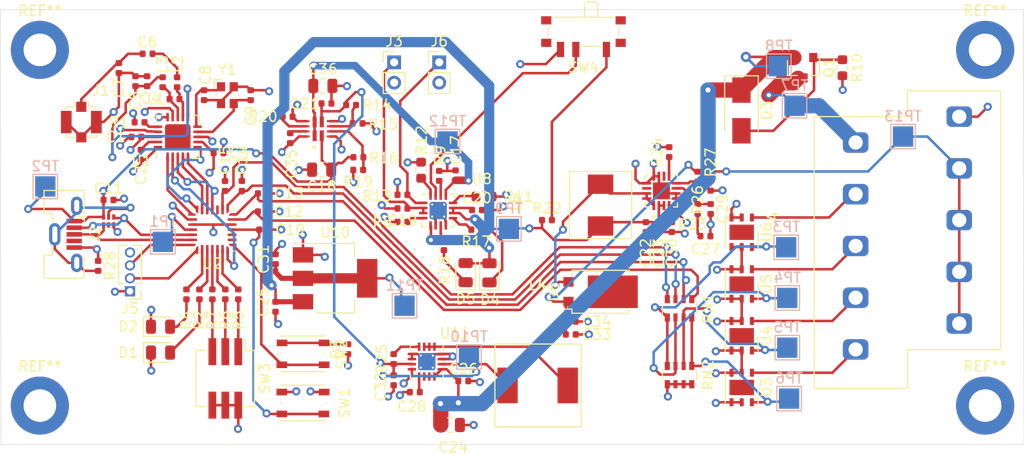
<source format=kicad_pcb>
(kicad_pcb (version 20200518) (host pcbnew "(5.99.0-1836-gb06a45455)")
  (layers (0 "F.Cu" signal) (1 "3.3V" power) (2 "GND" power) (31 "B.Cu" mixed) (34 "B.Paste" user) (35 "F.Paste" user) (36 "B.SilkS" user) (37 "F.SilkS" user) (38 "B.Mask" user) (39 "F.Mask" user) (44 "Edge.Cuts" user))
  (net 0 "")
  (net 1 "GND")
  (net 2 "Net-(U12-Pad10)")
  (net 3 "Net-(R24-Pad1)")
  (net 4 "Net-(C30-Pad1)")
  (net 5 "S_NODE_COMBINED_POWER")
  (net 6 "Net-(D6-Pad2)")
  (net 7 "Net-(U12-Pad14)")
  (net 8 "Net-(R26-Pad2)")
  (net 9 "Net-(C29-Pad1)")
  (net 10 "Net-(TP1-Pad1)")
  (net 11 "S_NODE_USB_POWER")
  (net 12 "ADC_3_IN")
  (net 13 "ADC_2_IN")
  (net 14 "ADC_1_IN")
  (net 15 "ADC_0_IN")
  (net 16 "S_NODE_SOLAR_INPUT")
  (net 17 "S_NODE_SOLAR_OUTPUT")
  (net 18 "S_NODE_5V_SOLAR")
  (net 19 "S_NODE_12V")
  (net 20 "S_NODE_P_MUX_OUT")
  (net 21 "+3V3")
  (net 22 "Net-(C35-Pad1)")
  (net 23 "Net-(R20-Pad1)")
  (net 24 "S_NODE_POWERMUX_OV1")
  (net 25 "S_NODE_POWERMUX_OV2")
  (net 26 "S_NODE_USB_DM")
  (net 27 "S_NODE_USB_SHIELD")
  (net 28 "Net-(U13-PadIO2)")
  (net 29 "S_NODE_USB_DP")
  (net 30 "ADC_3")
  (net 31 "ADC_1")
  (net 32 "ADC_2")
  (net 33 "ADC_0")
  (net 34 "Net-(D3-Pad2)")
  (net 35 "Net-(R11-Pad2)")
  (net 36 "Net-(R12-Pad2)")
  (net 37 "ID_BIT_1")
  (net 38 "Net-(R6-Pad1)")
  (net 39 "Net-(R18-Pad2)")
  (net 40 "Net-(D5-Pad1)")
  (net 41 "Net-(R17-Pad2)")
  (net 42 "Net-(D4-Pad1)")
  (net 43 "Net-(R1-Pad1)")
  (net 44 "Net-(D1-Pad2)")
  (net 45 "Net-(R2-Pad1)")
  (net 46 "Net-(R3-Pad2)")
  (net 47 "Net-(D2-Pad2)")
  (net 48 "Net-(R4-Pad1)")
  (net 49 "ID_BIT_0")
  (net 50 "Net-(R5-Pad1)")
  (net 51 "THERMISTOR")
  (net 52 "Net-(R9-Pad2)")
  (net 53 "Net-(R8-Pad2)")
  (net 54 "ID_BIT_2")
  (net 55 "Net-(R7-Pad1)")
  (net 56 "Net-(R22-Pad2)")
  (net 57 "Net-(C27-Pad1)")
  (net 58 "Net-(R25-Pad2)")
  (net 59 "Net-(C28-Pad1)")
  (net 60 "Net-(L4-Pad2)")
  (net 61 "SYSOFF")
  (net 62 "S_NODE_VBAT")
  (net 63 "S_NODE_SS")
  (net 64 "S_NODE_SWCLK")
  (net 65 "S_NODE_SWDIO")
  (net 66 "S_NODE_CE")
  (net 67 "S_NODE_IRQ")
  (net 68 "S_NODE_MOSI")
  (net 69 "S_NODE_MISO")
  (net 70 "S_NODE_SCK")
  (net 71 "Net-(U2-Pad10)")
  (net 72 "S_NODE_NRST")
  (net 73 "Net-(U2-Pad3)")
  (net 74 "Net-(U2-Pad2)")
  (net 75 "Net-(SW2-Pad1)")
  (net 76 "Net-(C2-Pad1)")
  (net 77 "ANT2")
  (net 78 "ANT1")
  (net 79 "VDD_PA")
  (net 80 "XC1")
  (net 81 "XC2")
  (net 82 "Net-(J4-Pad1)")
  (net 83 "Net-(J4-Pad3)")
  (net 84 "Net-(J4-Pad5)")
  (net 85 "Net-(J4-Pad7)")
  (net 86 "Net-(C6-Pad1)")
  (net 87 "Net-(J2-Pad4)")
  (net 88 "Net-(C6-Pad2)")
  (module "TPS2121RUXR:IC_TPS2121RUXR" (layer "F.Cu") (at 69.208 66.806 90)
    (fp_text reference "U9" (at -0.7112 3.2258 180) (layer "F.SilkS") (effects (font (size 0.64 0.64) (thickness 0.015))))
    (fp_text value "TPS2121RUXR")
    (pad "12" smd rect (at -0.75 -1.15 90) (size 0.2 0.6) (layers "F.Cu" "F.Paste") (net 1 "GND"))
    (pad "11" smd rect (at -0.25 -1.15 90) (size 0.2 0.6) (layers "F.Cu" "F.Paste") (net 22 "Net-(C35-Pad1)"))
    (pad "10" smd rect (at 0.25 -1.15 90) (size 0.2 0.6) (layers "F.Cu" "F.Paste") (net 23 "Net-(R20-Pad1)"))
    (pad "9" smd rect (at 0.75 -1.15 90) (size 0.2 0.6) (layers "F.Cu" "F.Paste") (net 1 "GND"))
    (pad "8" smd rect (at 0.675 -0.35 90) (size 1.05 0.4) (layers "F.Cu" "F.Paste") (net 20 "S_NODE_P_MUX_OUT"))
    (pad "7" smd rect (at 0.675 0.35 90) (size 1.05 0.4) (layers "F.Cu" "F.Paste") (net 18 "S_NODE_5V_SOLAR"))
    (pad "6" smd rect (at 0.75 1.15 90) (size 0.2 0.6) (layers "F.Cu" "F.Paste") (net 1 "GND"))
    (pad "5" smd rect (at 0.25 1.15 90) (size 0.2 0.6) (layers "F.Cu" "F.Paste") (net 24 "S_NODE_POWERMUX_OV1"))
    (pad "4" smd rect (at -0.25 1.15 90) (size 0.2 0.6) (layers "F.Cu" "F.Paste") (net 25 "S_NODE_POWERMUX_OV2"))
    (pad "3" smd rect (at -0.75 1.15 90) (size 0.2 0.6) (layers "F.Cu" "F.Paste") (net 1 "GND"))
    (pad "2" smd rect (at -0.675 0.35 90) (size 1.05 0.4) (layers "F.Cu" "F.Paste") (net 11 "S_NODE_USB_POWER"))
    (pad "1" smd rect (at -0.675 -0.35 90) (size 1.05 0.4) (layers "F.Cu" "F.Paste") (net 20 "S_NODE_P_MUX_OUT"))
  )
  (module "Resistor_SMD:R_0402_1005Metric" (layer "F.Cu") (at 51.689 66.167 180)
    (fp_text reference "R1" (at 2.032 0) (layer "F.SilkS"))
    (fp_text value "22k")
    (pad "2" smd roundrect (at 0.485 0 180) (size 0.59 0.64) (layers "F.Cu" "F.Paste" "F.Mask") (net 1 "GND"))
    (pad "1" smd roundrect (at -0.485 0 180) (size 0.59 0.64) (layers "F.Cu" "F.Paste" "F.Mask") (net 43 "Net-(R1-Pad1)"))
  )
  (module "Resistor_SMD:R_Array_Convex_4x0603" (layer "F.Cu") (at 104.648 84.4296 -90)
    (fp_text reference "RN1" (at 0 -2.8 90) (layer "F.SilkS"))
    (fp_text value "10k")
    (pad "5" smd rect (at 0.9 1.2 270) (size 0.8 0.5) (layers "F.Cu" "F.Paste" "F.Mask") (net 12 "ADC_3_IN"))
    (pad "6" smd rect (at 0.9 0.4 270) (size 0.8 0.4) (layers "F.Cu" "F.Paste" "F.Mask") (net 13 "ADC_2_IN"))
    (pad "8" smd rect (at 0.9 -1.2 270) (size 0.8 0.5) (layers "F.Cu" "F.Paste" "F.Mask") (net 15 "ADC_0_IN"))
    (pad "7" smd rect (at 0.9 -0.4 270) (size 0.8 0.4) (layers "F.Cu" "F.Paste" "F.Mask") (net 14 "ADC_1_IN"))
    (pad "4" smd rect (at -0.9 1.2 270) (size 0.8 0.5) (layers "F.Cu" "F.Paste" "F.Mask") (net 30 "ADC_3"))
    (pad "2" smd rect (at -0.9 -0.4 270) (size 0.8 0.4) (layers "F.Cu" "F.Paste" "F.Mask") (net 31 "ADC_1"))
    (pad "3" smd rect (at -0.9 0.4 270) (size 0.8 0.4) (layers "F.Cu" "F.Paste" "F.Mask") (net 32 "ADC_2"))
    (pad "1" smd rect (at -0.9 -1.2 270) (size 0.8 0.5) (layers "F.Cu" "F.Paste" "F.Mask") (net 33 "ADC_0"))
  )
  (module "Capacitor_SMD:C_0402_1005Metric" (layer "F.Cu") (at 63.7794 73.152)
    (fp_text reference "C13" (at 2.54 0) (layer "F.SilkS"))
    (fp_text value "100n")
    (pad "2" smd roundrect (at 0.485 0) (size 0.59 0.64) (layers "F.Cu" "F.Paste" "F.Mask") (net 1 "GND"))
    (pad "1" smd roundrect (at -0.485 0) (size 0.59 0.64) (layers "F.Cu" "F.Paste" "F.Mask") (net 31 "ADC_1"))
  )
  (module "MountingHole:MountingHole_3.2mm_M3_ISO7380_Pad" (layer "F.Cu") (at 41.91 59.055)
    (fp_text reference "REF**" (at 0 -3.85) (layer "F.SilkS"))
    (fp_text value "MountingHole_3.2mm_M3_ISO7380_Pad")
    (pad "1" thru_hole circle (at 0 0) (size 5.7 5.7) (drill 3.2) (layers *.Cu *.Mask))
  )
  (module "MountingHole:MountingHole_3.2mm_M3_ISO7380_Pad" (layer "F.Cu") (at 41.91 93.98)
    (fp_text reference "REF**" (at 0 -3.85) (layer "F.SilkS"))
    (fp_text value "MountingHole_3.2mm_M3_ISO7380_Pad")
    (pad "1" thru_hole circle (at 0 0) (size 5.7 5.7) (drill 3.2) (layers *.Cu *.Mask))
  )
  (module "MountingHole:MountingHole_3.2mm_M3_ISO7380_Pad" (layer "F.Cu") (at 134.62 93.98)
    (fp_text reference "REF**" (at 0 -3.85) (layer "F.SilkS"))
    (fp_text value "MountingHole_3.2mm_M3_ISO7380_Pad")
    (pad "1" thru_hole circle (at 0 0) (size 5.7 5.7) (drill 3.2) (layers *.Cu *.Mask))
  )
  (module "MountingHole:MountingHole_3.2mm_M3_ISO7380_Pad" (layer "F.Cu") (at 134.62 59.055)
    (fp_text reference "REF**" (at 0 -3.85) (layer "F.SilkS"))
    (fp_text value "MountingHole_3.2mm_M3_ISO7380_Pad")
    (pad "1" thru_hole circle (at 0 0) (size 5.7 5.7) (drill 3.2) (layers *.Cu *.Mask))
  )
  (module "Connector_PinHeader_1.27mm:PinHeader_1x04_P1.27mm_Vertical" (layer "F.Cu") (at 50.7492 82.7532 180)
    (fp_text reference "J5" (at 0 -1.695) (layer "F.SilkS"))
    (fp_text value "Conn_01x04_Male")
    (pad "4" thru_hole oval (at 0 3.81 180) (size 1 1) (drill 0.65) (layers *.Cu *.Mask) (net 21 "+3V3"))
    (pad "3" thru_hole oval (at 0 2.54 180) (size 1 1) (drill 0.65) (layers *.Cu *.Mask) (net 65 "S_NODE_SWDIO"))
    (pad "2" thru_hole oval (at 0 1.27 180) (size 1 1) (drill 0.65) (layers *.Cu *.Mask) (net 64 "S_NODE_SWCLK"))
    (pad "1" thru_hole rect (at 0 0 180) (size 1 1) (drill 0.65) (layers *.Cu *.Mask) (net 1 "GND"))
  )
  (module "Button_Switch_SMD:SW_DIP_SPSTx03_Slide_KingTek_DSHP03TJ_W5.25mm_P1.27mm_JPin" (layer "F.Cu") (at 60.0964 91.313 -90)
    (fp_text reference "SW3" (at 0 -3.865 90) (layer "F.SilkS"))
    (fp_text value "SW_DIP_x03")
    (pad "6" smd rect (at 2.625 -1.27 270) (size 2.65 0.76) (layers "F.Cu" "F.Paste" "F.Mask") (net 1 "GND"))
    (pad "3" smd rect (at -2.625 1.27 270) (size 2.65 0.76) (layers "F.Cu" "F.Paste" "F.Mask") (net 55 "Net-(R7-Pad1)"))
    (pad "5" smd rect (at 2.625 0 270) (size 2.65 0.76) (layers "F.Cu" "F.Paste" "F.Mask") (net 1 "GND"))
    (pad "2" smd rect (at -2.625 0 270) (size 2.65 0.76) (layers "F.Cu" "F.Paste" "F.Mask") (net 38 "Net-(R6-Pad1)"))
    (pad "4" smd rect (at 2.625 1.27 270) (size 2.65 0.76) (layers "F.Cu" "F.Paste" "F.Mask") (net 1 "GND"))
    (pad "1" smd rect (at -2.625 -1.27 270) (size 2.65 0.76) (layers "F.Cu" "F.Paste" "F.Mask") (net 50 "Net-(R5-Pad1)"))
  )
  (module "Button_Switch_SMD:SW_Push_1P1T_NO_Vertical_Wuerth_434133025816" (layer "F.Cu") (at 67.7164 93.726)
    (fp_text reference "SW1" (at 4.064 0 270) (layer "F.SilkS"))
    (fp_text value "Reset")
    (pad "2" smd rect (at 2.05 1.075) (size 1.05 0.65) (layers "F.Cu" "F.Paste" "F.Mask") (net 72 "S_NODE_NRST"))
    (pad "1" smd rect (at 2.075 -1.075) (size 1.05 0.65) (layers "F.Cu" "F.Paste" "F.Mask") (net 1 "GND"))
    (pad "2" smd rect (at -2.075 1.075) (size 1.05 0.65) (layers "F.Cu" "F.Paste" "F.Mask") (net 72 "S_NODE_NRST"))
    (pad "1" smd rect (at -2.075 -1.075) (size 1.05 0.65) (layers "F.Cu" "F.Paste" "F.Mask") (net 1 "GND"))
  )
  (module "Button_Switch_SMD:SW_Push_1P1T_NO_Vertical_Wuerth_434133025816" (layer "F.Cu") (at 67.7164 88.9 180)
    (fp_text reference "SW2" (at -3.81 -0.05 270) (layer "F.SilkS"))
    (fp_text value "BTN 1")
    (pad "2" smd rect (at 2.05 1.075 180) (size 1.05 0.65) (layers "F.Cu" "F.Paste" "F.Mask") (net 46 "Net-(R3-Pad2)"))
    (pad "1" smd rect (at 2.075 -1.075 180) (size 1.05 0.65) (layers "F.Cu" "F.Paste" "F.Mask") (net 75 "Net-(SW2-Pad1)"))
    (pad "2" smd rect (at -2.075 1.075 180) (size 1.05 0.65) (layers "F.Cu" "F.Paste" "F.Mask") (net 46 "Net-(R3-Pad2)"))
    (pad "1" smd rect (at -2.075 -1.075 180) (size 1.05 0.65) (layers "F.Cu" "F.Paste" "F.Mask") (net 75 "Net-(SW2-Pad1)"))
  )
  (module "Button_Switch_SMD:SW_SPDT_PCM12" (layer "F.Cu") (at 95.2246 57.5818 180)
    (fp_text reference "SW4" (at 0 -3.2) (layer "F.SilkS"))
    (fp_text value "POWER")
    (pad "" smd rect (at -3.65 -0.78 180) (size 1 0.8) (layers "F.Cu" "F.Paste" "F.Mask"))
    (pad "" smd rect (at 3.65 -0.78 180) (size 1 0.8) (layers "F.Cu" "F.Paste" "F.Mask"))
    (pad "" smd rect (at 3.65 1.43 180) (size 1 0.8) (layers "F.Cu" "F.Paste" "F.Mask"))
    (pad "" smd rect (at -3.65 1.43 180) (size 1 0.8) (layers "F.Cu" "F.Paste" "F.Mask"))
    (pad "3" smd rect (at 2.25 -1.43 180) (size 0.7 1.5) (layers "F.Cu" "F.Paste" "F.Mask") (net 1 "GND"))
    (pad "2" smd rect (at 0.75 -1.43 180) (size 0.7 1.5) (layers "F.Cu" "F.Paste" "F.Mask") (net 61 "SYSOFF"))
    (pad "1" smd rect (at -2.25 -1.43 180) (size 0.7 1.5) (layers "F.Cu" "F.Paste" "F.Mask") (net 56 "Net-(R22-Pad2)"))
    (pad "" np_thru_hole circle (at 1.5 0.33 180) (size 0.9 0.9) (drill 0.9) (layers *.Cu *.Mask))
    (pad "" np_thru_hole circle (at -1.5 0.33 180) (size 0.9 0.9) (drill 0.9) (layers *.Cu *.Mask))
  )
  (module "Capacitor_SMD:C_0402_1005Metric" (layer "F.Cu") (at 84.7852 74.7776)
    (fp_text reference "C20" (at 0 -1.17) (layer "F.SilkS"))
    (fp_text value "4.7u")
    (pad "2" smd roundrect (at 0.485 0) (size 0.59 0.64) (layers "F.Cu" "F.Paste" "F.Mask") (net 1 "GND"))
    (pad "1" smd roundrect (at -0.485 0) (size 0.59 0.64) (layers "F.Cu" "F.Paste" "F.Mask") (net 5 "S_NODE_COMBINED_POWER"))
  )
  (module "Capacitor_SMD:C_0402_1005Metric" (layer "F.Cu") (at 101.346 76.454 -90)
    (fp_text reference "C22" (at 2.54 0 90) (layer "F.SilkS"))
    (fp_text value "47u")
    (pad "2" smd roundrect (at 0.485 0 270) (size 0.59 0.64) (layers "F.Cu" "F.Paste" "F.Mask") (net 1 "GND"))
    (pad "1" smd roundrect (at -0.485 0 270) (size 0.59 0.64) (layers "F.Cu" "F.Paste" "F.Mask") (net 5 "S_NODE_COMBINED_POWER"))
  )
  (module "Capacitor_SMD:C_0402_1005Metric" (layer "F.Cu") (at 102.616 76.454 -90)
    (fp_text reference "C23" (at 2.54 0 90) (layer "F.SilkS"))
    (fp_text value "100n")
    (pad "2" smd roundrect (at 0.485 0 270) (size 0.59 0.64) (layers "F.Cu" "F.Paste" "F.Mask") (net 1 "GND"))
    (pad "1" smd roundrect (at -0.485 0 270) (size 0.59 0.64) (layers "F.Cu" "F.Paste" "F.Mask") (net 5 "S_NODE_COMBINED_POWER"))
  )
  (module "Capacitor_SMD:C_0402_1005Metric" (layer "F.Cu") (at 65.024 84.2772 -90)
    (fp_text reference "C25" (at -0.4572 1.2192 90) (layer "F.SilkS"))
    (fp_text value "10u")
    (pad "2" smd roundrect (at 0.485 0 270) (size 0.59 0.64) (layers "F.Cu" "F.Paste" "F.Mask") (net 1 "GND"))
    (pad "1" smd roundrect (at -0.485 0 270) (size 0.59 0.64) (layers "F.Cu" "F.Paste" "F.Mask") (net 5 "S_NODE_COMBINED_POWER"))
  )
  (module "Capacitor_SMD:C_0402_1005Metric" (layer "F.Cu") (at 83.439 91.567)
    (fp_text reference "C26" (at 0 -1.17) (layer "F.SilkS"))
    (fp_text value "100n")
    (pad "2" smd roundrect (at 0.485 0) (size 0.59 0.64) (layers "F.Cu" "F.Paste" "F.Mask") (net 1 "GND"))
    (pad "1" smd roundrect (at -0.485 0) (size 0.59 0.64) (layers "F.Cu" "F.Paste" "F.Mask") (net 17 "S_NODE_SOLAR_OUTPUT") (clearance 0.2))
  )
  (module "Capacitor_SMD:C_0402_1005Metric" (layer "F.Cu") (at 107.188 77.343)
    (fp_text reference "C27" (at 0 1.27) (layer "F.SilkS"))
    (fp_text value "150n")
    (pad "2" smd roundrect (at 0.485 0) (size 0.59 0.64) (layers "F.Cu" "F.Paste" "F.Mask") (net 1 "GND"))
    (pad "1" smd roundrect (at -0.485 0) (size 0.59 0.64) (layers "F.Cu" "F.Paste" "F.Mask") (net 57 "Net-(C27-Pad1)"))
  )
  (module "Capacitor_SMD:C_0402_1005Metric" (layer "F.Cu") (at 78.6892 92.6592 180)
    (fp_text reference "C28" (at 0.3048 -1.4224) (layer "F.SilkS"))
    (fp_text value "620p")
    (pad "2" smd roundrect (at 0.485 0 180) (size 0.59 0.64) (layers "F.Cu" "F.Paste" "F.Mask") (net 1 "GND"))
    (pad "1" smd roundrect (at -0.485 0 180) (size 0.59 0.64) (layers "F.Cu" "F.Paste" "F.Mask") (net 59 "Net-(C28-Pad1)"))
  )
  (module "Capacitor_SMD:C_0402_1005Metric" (layer "F.Cu") (at 107.696 74.676 -90)
    (fp_text reference "C29" (at 0 -1.17 90) (layer "F.SilkS"))
    (fp_text value "2.2n")
    (pad "2" smd roundrect (at 0.485 0 270) (size 0.59 0.64) (layers "F.Cu" "F.Paste" "F.Mask") (net 1 "GND"))
    (pad "1" smd roundrect (at -0.485 0 270) (size 0.59 0.64) (layers "F.Cu" "F.Paste" "F.Mask") (net 9 "Net-(C29-Pad1)"))
  )
  (module "Capacitor_SMD:C_0402_1005Metric" (layer "F.Cu") (at 103.886 76.454 -90)
    (fp_text reference "C30" (at 2.54 0 -90) (layer "F.SilkS"))
    (fp_text value "33n")
    (pad "2" smd roundrect (at 0.485 0 270) (size 0.59 0.64) (layers "F.Cu" "F.Paste" "F.Mask") (net 1 "GND"))
    (pad "1" smd roundrect (at -0.485 0 270) (size 0.59 0.64) (layers "F.Cu" "F.Paste" "F.Mask") (net 4 "Net-(C30-Pad1)"))
  )
  (module "Capacitor_SMD:C_0402_1005Metric" (layer "F.Cu") (at 65.024 79.6036 90)
    (fp_text reference "C31" (at 0 -1.17 90) (layer "F.SilkS"))
    (fp_text value "22u")
    (pad "2" smd roundrect (at 0.485 0 90) (size 0.59 0.64) (layers "F.Cu" "F.Paste" "F.Mask") (net 1 "GND"))
    (pad "1" smd roundrect (at -0.485 0 90) (size 0.59 0.64) (layers "F.Cu" "F.Paste" "F.Mask") (net 21 "+3V3"))
  )
  (module "Capacitor_SMD:C_0402_1005Metric" (layer "F.Cu") (at 76.6064 91.4908 -90)
    (fp_text reference "C32" (at 0.6604 1.27 90) (layer "F.SilkS"))
    (fp_text value "22u")
    (pad "2" smd roundrect (at 0.485 0 270) (size 0.59 0.64) (layers "F.Cu" "F.Paste" "F.Mask") (net 1 "GND"))
    (pad "1" smd roundrect (at -0.485 0 270) (size 0.59 0.64) (layers "F.Cu" "F.Paste" "F.Mask") (net 18 "S_NODE_5V_SOLAR"))
  )
  (module "Capacitor_SMD:C_0402_1005Metric" (layer "F.Cu") (at 93.98 86.995)
    (fp_text reference "C33" (at 2.54 0) (layer "F.SilkS"))
    (fp_text value "10u")
    (pad "2" smd roundrect (at 0.485 0) (size 0.59 0.64) (layers "F.Cu" "F.Paste" "F.Mask") (net 1 "GND"))
    (pad "1" smd roundrect (at -0.485 0) (size 0.59 0.64) (layers "F.Cu" "F.Paste" "F.Mask") (net 19 "S_NODE_12V"))
  )
  (module "Capacitor_SMD:C_0402_1005Metric" (layer "F.Cu") (at 93.98 85.725)
    (fp_text reference "C34" (at 2.54 0) (layer "F.SilkS"))
    (fp_text value "1u")
    (pad "2" smd roundrect (at 0.485 0) (size 0.59 0.64) (layers "F.Cu" "F.Paste" "F.Mask") (net 1 "GND"))
    (pad "1" smd roundrect (at -0.485 0) (size 0.59 0.64) (layers "F.Cu" "F.Paste" "F.Mask") (net 19 "S_NODE_12V"))
  )
  (module "Capacitor_SMD:C_0402_1005Metric" (layer "F.Cu") (at 66.4648 67.7204 -90)
    (fp_text reference "C35" (at 2.54 -0.127 90) (layer "F.SilkS"))
    (fp_text value "10n")
    (pad "2" smd roundrect (at 0.485 0 270) (size 0.59 0.64) (layers "F.Cu" "F.Paste" "F.Mask") (net 1 "GND"))
    (pad "1" smd roundrect (at -0.485 0 270) (size 0.59 0.64) (layers "F.Cu" "F.Paste" "F.Mask") (net 22 "Net-(C35-Pad1)"))
  )
  (module "Capacitor_SMD:C_0402_1005Metric" (layer "F.Cu") (at 70.0208 64.3168)
    (fp_text reference "C21" (at -2.159 0.0254) (layer "F.SilkS"))
    (fp_text value "10u")
    (pad "2" smd roundrect (at 0.485 0) (size 0.59 0.64) (layers "F.Cu" "F.Paste" "F.Mask") (net 1 "GND"))
    (pad "1" smd roundrect (at -0.485 0) (size 0.59 0.64) (layers "F.Cu" "F.Paste" "F.Mask") (net 18 "S_NODE_5V_SOLAR"))
  )
  (module "Capacitor_SMD:C_0402_1005Metric" (layer "F.Cu") (at 51.816 69.342 -90)
    (fp_text reference "C2" (at 2.032 0 90) (layer "F.SilkS"))
    (fp_text value "33n")
    (pad "2" smd roundrect (at 0.485 0 270) (size 0.59 0.64) (layers "F.Cu" "F.Paste" "F.Mask") (net 1 "GND"))
    (pad "1" smd roundrect (at -0.485 0 270) (size 0.59 0.64) (layers "F.Cu" "F.Paste" "F.Mask") (net 76 "Net-(C2-Pad1)"))
  )
  (module "Capacitor_SMD:C_0402_1005Metric" (layer "F.Cu") (at 59.436 69.1896)
    (fp_text reference "C3" (at 2.032 0) (layer "F.SilkS"))
    (fp_text value "10n")
    (pad "2" smd roundrect (at 0.485 0) (size 0.59 0.64) (layers "F.Cu" "F.Paste" "F.Mask") (net 1 "GND"))
    (pad "1" smd roundrect (at -0.485 0) (size 0.59 0.64) (layers "F.Cu" "F.Paste" "F.Mask") (net 21 "+3V3"))
  )
  (module "Capacitor_SMD:C_0402_1005Metric" (layer "F.Cu") (at 52.4256 62.1284 90)
    (fp_text reference "C4" (at -1.7145 0.3175 180) (layer "F.SilkS"))
    (fp_text value "4.7p")
    (pad "2" smd roundrect (at 0.485 0 90) (size 0.59 0.64) (layers "F.Cu" "F.Paste" "F.Mask") (net 1 "GND"))
    (pad "1" smd roundrect (at -0.485 0 90) (size 0.59 0.64) (layers "F.Cu" "F.Paste" "F.Mask") (net 79 "VDD_PA"))
  )
  (module "Capacitor_SMD:C_0402_1005Metric" (layer "F.Cu") (at 51.2826 62.1284 90)
    (fp_text reference "C5" (at -1.905 0 90) (layer "F.SilkS"))
    (fp_text value "2.2p")
    (pad "2" smd roundrect (at 0.485 0 90) (size 0.59 0.64) (layers "F.Cu" "F.Paste" "F.Mask") (net 1 "GND"))
    (pad "1" smd roundrect (at -0.485 0 90) (size 0.59 0.64) (layers "F.Cu" "F.Paste" "F.Mask") (net 79 "VDD_PA"))
  )
  (module "Capacitor_SMD:C_0402_1005Metric" (layer "F.Cu") (at 52.474 59.436 180)
    (fp_text reference "C6" (at 0.023 1.143) (layer "F.SilkS"))
    (fp_text value "1.5p")
    (pad "1" smd roundrect (at -0.485 0 180) (size 0.59 0.64) (layers "F.Cu" "F.Paste" "F.Mask") (net 86 "Net-(C6-Pad1)"))
    (pad "2" smd roundrect (at 0.485 0 180) (size 0.59 0.64) (layers "F.Cu" "F.Paste" "F.Mask") (net 88 "Net-(C6-Pad2)"))
  )
  (module "Capacitor_SMD:C_0402_1005Metric" (layer "F.Cu") (at 49.657 60.833 -90)
    (fp_text reference "C7" (at 1.9685 0 90) (layer "F.SilkS"))
    (fp_text value "1p")
    (pad "1" smd roundrect (at -0.485 0 270) (size 0.59 0.64) (layers "F.Cu" "F.Paste" "F.Mask") (net 88 "Net-(C6-Pad2)"))
    (pad "2" smd roundrect (at 0.485 0 270) (size 0.59 0.64) (layers "F.Cu" "F.Paste" "F.Mask") (net 1 "GND"))
  )
  (module "Capacitor_SMD:C_0402_1005Metric" (layer "F.Cu") (at 58.0136 63.5 -90)
    (fp_text reference "C8" (at -1.968 -0.137 90) (layer "F.SilkS"))
    (fp_text value "33n")
    (pad "2" smd roundrect (at 0.485 0 270) (size 0.59 0.64) (layers "F.Cu" "F.Paste" "F.Mask") (net 1 "GND"))
    (pad "1" smd roundrect (at -0.485 0 270) (size 0.59 0.64) (layers "F.Cu" "F.Paste" "F.Mask") (net 80 "XC1"))
  )
  (module "Capacitor_SMD:C_0402_1005Metric" (layer "F.Cu") (at 62.5856 63.5 90)
    (fp_text reference "C9" (at -2.032 0 90) (layer "F.SilkS"))
    (fp_text value "33n")
    (pad "2" smd roundrect (at 0.485 0 90) (size 0.59 0.64) (layers "F.Cu" "F.Paste" "F.Mask") (net 1 "GND"))
    (pad "1" smd roundrect (at -0.485 0 90) (size 0.59 0.64) (layers "F.Cu" "F.Paste" "F.Mask") (net 81 "XC2"))
  )
  (module "Capacitor_SMD:C_0402_1005Metric" (layer "F.Cu") (at 63.9064 76.708)
    (fp_text reference "C10" (at 2.54 0) (layer "F.SilkS"))
    (fp_text value "0.1u")
    (pad "2" smd roundrect (at 0.485 0) (size 0.59 0.64) (layers "F.Cu" "F.Paste" "F.Mask") (net 1 "GND"))
    (pad "1" smd roundrect (at -0.485 0) (size 0.59 0.64) (layers "F.Cu" "F.Paste" "F.Mask") (net 72 "S_NODE_NRST"))
  )
  (module "Capacitor_SMD:C_0402_1005Metric" (layer "F.Cu") (at 48.641 73.787)
    (fp_text reference "C11" (at 0 -1.17) (layer "F.SilkS"))
    (fp_text value "100n")
    (pad "2" smd roundrect (at 0.485 0) (size 0.59 0.64) (layers "F.Cu" "F.Paste" "F.Mask") (net 1 "GND"))
    (pad "1" smd roundrect (at -0.485 0) (size 0.59 0.64) (layers "F.Cu" "F.Paste" "F.Mask") (net 11 "S_NODE_USB_POWER"))
  )
  (module "Capacitor_SMD:C_0402_1005Metric" (layer "F.Cu") (at 63.7794 74.93)
    (fp_text reference "C12" (at 2.54 0) (layer "F.SilkS"))
    (fp_text value "100n")
    (pad "2" smd roundrect (at 0.485 0) (size 0.59 0.64) (layers "F.Cu" "F.Paste" "F.Mask") (net 1 "GND"))
    (pad "1" smd roundrect (at -0.485 0) (size 0.59 0.64) (layers "F.Cu" "F.Paste" "F.Mask") (net 33 "ADC_0"))
  )
  (module "Capacitor_SMD:C_0402_1005Metric" (layer "F.Cu") (at 61.722 72.4148 90)
    (fp_text reference "C14" (at 2.54 0 90) (layer "F.SilkS"))
    (fp_text value "100n")
    (pad "2" smd roundrect (at 0.485 0 90) (size 0.59 0.64) (layers "F.Cu" "F.Paste" "F.Mask") (net 1 "GND"))
    (pad "1" smd roundrect (at -0.485 0 90) (size 0.59 0.64) (layers "F.Cu" "F.Paste" "F.Mask") (net 32 "ADC_2"))
  )
  (module "Capacitor_SMD:C_0402_1005Metric" (layer "F.Cu") (at 60.071 72.4148 90)
    (fp_text reference "C15" (at 2.54 0 90) (layer "F.SilkS"))
    (fp_text value "100n")
    (pad "2" smd roundrect (at 0.485 0 90) (size 0.59 0.64) (layers "F.Cu" "F.Paste" "F.Mask") (net 1 "GND"))
    (pad "1" smd roundrect (at -0.485 0 90) (size 0.59 0.64) (layers "F.Cu" "F.Paste" "F.Mask") (net 30 "ADC_3"))
  )
  (module "Capacitor_SMD:C_0402_1005Metric" (layer "F.Cu") (at 82.677 71.374 90)
    (fp_text reference "C17" (at 2.4892 0.0508 90) (layer "F.SilkS"))
    (fp_text value "1u")
    (pad "2" smd roundrect (at 0.485 0 90) (size 0.59 0.64) (layers "F.Cu" "F.Paste" "F.Mask") (net 1 "GND"))
    (pad "1" smd roundrect (at -0.485 0 90) (size 0.59 0.64) (layers "F.Cu" "F.Paste" "F.Mask") (net 20 "S_NODE_P_MUX_OUT"))
  )
  (module "Capacitor_SMD:C_0402_1005Metric" (layer "F.Cu") (at 51.3715 67.6021 180)
    (fp_text reference "C1" (at 2.032 0) (layer "F.SilkS"))
    (fp_text value "1n")
    (pad "2" smd roundrect (at 0.485 0 180) (size 0.59 0.64) (layers "F.Cu" "F.Paste" "F.Mask") (net 1 "GND"))
    (pad "1" smd roundrect (at -0.485 0 180) (size 0.59 0.64) (layers "F.Cu" "F.Paste" "F.Mask") (net 21 "+3V3"))
  )
  (module "Capacitor_SMD:C_0402_1005Metric" (layer "F.Cu") (at 77.47 74.6252 180)
    (fp_text reference "C19" (at 0 -1.17) (layer "F.SilkS"))
    (fp_text value "4.7u")
    (pad "2" smd roundrect (at 0.485 0 180) (size 0.59 0.64) (layers "F.Cu" "F.Paste" "F.Mask") (net 1 "GND"))
    (pad "1" smd roundrect (at -0.485 0 180) (size 0.59 0.64) (layers "F.Cu" "F.Paste" "F.Mask") (net 62 "S_NODE_VBAT"))
  )
  (module "Capacitor_SMD:C_0805_2012Metric" (layer "F.Cu") (at 82.169 95.885)
    (fp_text reference "C24" (at 0.254 2.1844) (layer "F.SilkS"))
    (fp_text value "10u")
    (pad "2" smd roundrect (at 0.9375 0) (size 0.975 1.4) (layers "F.Cu" "F.Paste" "F.Mask") (net 1 "GND"))
    (pad "1" smd roundrect (at -0.9375 0) (size 0.975 1.4) (layers "F.Cu" "F.Paste" "F.Mask") (net 17 "S_NODE_SOLAR_OUTPUT"))
  )
  (module "Capacitor_SMD:C_0805_2012Metric" (layer "F.Cu") (at 69.5452 70.8152 180)
    (fp_text reference "C18" (at 0 -1.65) (layer "F.SilkS"))
    (fp_text value "10u")
    (pad "2" smd roundrect (at 0.9375 0 180) (size 0.975 1.4) (layers "F.Cu" "F.Paste" "F.Mask") (net 1 "GND"))
    (pad "1" smd roundrect (at -0.9375 0 180) (size 0.975 1.4) (layers "F.Cu" "F.Paste" "F.Mask") (net 11 "S_NODE_USB_POWER"))
  )
  (module "Capacitor_SMD:C_0805_2012Metric" (layer "F.Cu") (at 69.6652 62.5896)
    (fp_text reference "C36" (at 0 -1.65) (layer "F.SilkS"))
    (fp_text value "4.7u")
    (pad "2" smd roundrect (at 0.9375 0) (size 0.975 1.4) (layers "F.Cu" "F.Paste" "F.Mask") (net 1 "GND"))
    (pad "1" smd roundrect (at -0.9375 0) (size 0.975 1.4) (layers "F.Cu" "F.Paste" "F.Mask") (net 20 "S_NODE_P_MUX_OUT"))
  )
  (module "Connector_Coaxial:U.FL_Molex_MCRF_73412-0110_Vertical" (layer "F.Cu") (at 45.974 66.1416 180)
    (fp_text reference "J1" (at -1.905 3.1115) (layer "F.SilkS"))
    (fp_text value "MOLEX 733910083 ")
    (pad "1" smd rect (at 0 1.5 180) (size 1 1) (layers "F.Cu" "F.Paste" "F.Mask") (net 88 "Net-(C6-Pad2)"))
    (pad "2" smd rect (at 0 -1.5 180) (size 1 1) (layers "F.Cu" "F.Paste" "F.Mask") (net 1 "GND"))
    (pad "2" smd rect (at 1.475 0 180) (size 1.05 2.2) (layers "F.Cu" "F.Paste" "F.Mask") (net 1 "GND"))
    (pad "2" smd rect (at -1.475 0 180) (size 1.05 2.2) (layers "F.Cu" "F.Paste" "F.Mask") (net 1 "GND"))
  )
  (module "Connector_Phoenix_MSTB:Connector_Phoenix_MKKDSN" (layer "F.Cu") (at 134.62 75.7682 90)
    (fp_text reference "J4" (at 0 -20.78 90 unlocked) (layer "F.SilkS"))
    (fp_text value "Screw_Terminal_01x10")
    (pad "10" thru_hole roundrect (at 10.16 -2.54 90) (size 2 2.5) (drill 1.4) (layers *.Cu *.Mask) (net 1 "GND"))
    (pad "8" thru_hole roundrect (at 5.08 -2.54 90) (size 2 2.5) (drill 1.4) (layers *.Cu *.Mask) (net 19 "S_NODE_12V"))
    (pad "6" thru_hole roundrect (at 0 -2.54 90) (size 2 2.5) (drill 1.4) (layers *.Cu *.Mask) (net 19 "S_NODE_12V"))
    (pad "4" thru_hole roundrect (at -5.08 -2.54 90) (size 2 2.5) (drill 1.4) (layers *.Cu *.Mask) (net 19 "S_NODE_12V"))
    (pad "2" thru_hole roundrect (at -10.16 -2.54 90) (size 2 2.5) (drill 1.4) (layers *.Cu *.Mask) (net 19 "S_NODE_12V"))
    (pad "9" thru_hole roundrect (at 7.62 -12.7 90) (size 2 2.5) (drill 1.4) (layers *.Cu *.Mask) (net 16 "S_NODE_SOLAR_INPUT"))
    (pad "7" thru_hole roundrect (at 2.54 -12.7 90) (size 2 2.5) (drill 1.4) (layers *.Cu *.Mask) (net 85 "Net-(J4-Pad7)"))
    (pad "5" thru_hole roundrect (at -2.54 -12.7 90) (size 2 2.5) (drill 1.4) (layers *.Cu *.Mask) (net 84 "Net-(J4-Pad5)"))
    (pad "3" thru_hole roundrect (at -7.62 -12.7 90) (size 2 2.5) (drill 1.4) (layers *.Cu *.Mask) (net 83 "Net-(J4-Pad3)"))
    (pad "1" thru_hole roundrect (at -12.7 -12.7 90) (size 2 2.5) (drill 1.4) (layers *.Cu *.Mask) (net 82 "Net-(J4-Pad1)"))
  )
  (module "Connector_PinHeader_2.00mm:PinHeader_1x02_P2.00mm_Vertical" (layer "F.Cu") (at 81.0768 60.2742)
    (fp_text reference "J6" (at 0 -2.06) (layer "F.SilkS"))
    (fp_text value "Conn_01x02")
    (pad "2" thru_hole oval (at 0 2) (size 1.35 1.35) (drill 0.8) (layers *.Cu *.Mask) (net 1 "GND"))
    (pad "1" thru_hole rect (at 0 0) (size 1.35 1.35) (drill 0.8) (layers *.Cu *.Mask) (net 51 "THERMISTOR"))
  )
  (module "Connector_PinHeader_2.00mm:PinHeader_1x02_P2.00mm_Vertical" (layer "F.Cu") (at 76.6572 60.2742)
    (fp_text reference "J3" (at 0 -2.06) (layer "F.SilkS"))
    (fp_text value "Conn_01x02")
    (pad "2" thru_hole oval (at 0 2) (size 1.35 1.35) (drill 0.8) (layers *.Cu *.Mask) (net 1 "GND"))
    (pad "1" thru_hole rect (at 0 0) (size 1.35 1.35) (drill 0.8) (layers *.Cu *.Mask) (net 62 "S_NODE_VBAT"))
  )
  (module "Connector_USB:USB_Micro-B_Molex-105133-0031" (layer "F.Cu") (at 44.45 77.1652 -90)
    (fp_text reference "J2" (at 0 -2.85 90) (layer "F.SilkS"))
    (fp_text value "USB_B_Micro")
    (pad "6" thru_hole oval (at 0 1.075 270) (size 2.2 1.1) (drill oval 1.6 0.5) (layers *.Cu *.Mask) (net 27 "S_NODE_USB_SHIELD"))
    (pad "6" thru_hole oval (at 2.8 -1.075 270) (size 1.8 1.1) (drill oval 1.2 0.5) (layers *.Cu *.Mask) (net 27 "S_NODE_USB_SHIELD"))
    (pad "6" thru_hole oval (at -2.8 -1.075 270) (size 1.8 1.1) (drill oval 1.2 0.5) (layers *.Cu *.Mask) (net 27 "S_NODE_USB_SHIELD"))
    (pad "1" smd rect (at -1.3 -0.825 270) (size 0.45 1.5) (layers "F.Cu" "F.Paste" "F.Mask") (net 11 "S_NODE_USB_POWER"))
    (pad "5" smd rect (at 1.3 -0.825 270) (size 0.45 1.5) (layers "F.Cu" "F.Paste" "F.Mask") (net 1 "GND"))
    (pad "2" smd rect (at -0.65 -0.825 270) (size 0.45 1.5) (layers "F.Cu" "F.Paste" "F.Mask") (net 26 "S_NODE_USB_DM"))
    (pad "4" smd rect (at 0.65 -0.825 270) (size 0.45 1.5) (layers "F.Cu" "F.Paste" "F.Mask") (net 87 "Net-(J2-Pad4)"))
    (pad "3" smd rect (at 0 -0.825 270) (size 0.45 1.5) (layers "F.Cu" "F.Paste" "F.Mask") (net 29 "S_NODE_USB_DP"))
  )
  (module "Crystal:Crystal_SMD_Abracon_ABM10-4Pin_2.5x2.0mm" (layer "F.Cu") (at 60.2996 63.5)
    (fp_text reference "Y1" (at 0 -2.5) (layer "F.SilkS"))
    (fp_text value "16MHZ")
    (pad "4" smd rect (at 0.625 -0.825) (size 0.8 0.9) (layers "F.Cu" "F.Paste" "F.Mask") (net 1 "GND"))
    (pad "2" smd rect (at -0.625 0.825) (size 0.8 0.9) (layers "F.Cu" "F.Paste" "F.Mask") (net 1 "GND"))
    (pad "3" smd rect (at 0.625 0.825) (size 0.8 0.9) (layers "F.Cu" "F.Paste" "F.Mask") (net 81 "XC2"))
    (pad "1" smd rect (at -0.625 -0.825) (size 0.8 0.9) (layers "F.Cu" "F.Paste" "F.Mask") (net 80 "XC1"))
  )
  (module "Diode_SMD:D_SMA" (layer "F.Cu") (at 110.7186 64.9986 -90)
    (fp_text reference "D3" (at 0 -2.5 90) (layer "F.SilkS"))
    (fp_text value "SMAZ6V2")
    (pad "2" smd rect (at 2 0 270) (size 2.5 1.8) (layers "F.Cu" "F.Paste" "F.Mask") (net 34 "Net-(D3-Pad2)"))
    (pad "1" smd rect (at -2 0 270) (size 2.5 1.8) (layers "F.Cu" "F.Paste" "F.Mask") (net 17 "S_NODE_SOLAR_OUTPUT"))
  )
  (module "Inductor_SMD:Inductor_Sunlord_MWSA0603" (layer "F.Cu") (at 90.7288 91.9988)
    (fp_text reference "L4" (at -0.0254 -9.858 unlocked) (layer "F.SilkS"))
    (fp_text value "2.2u")
    (pad "2" smd rect (at 2.95 0) (size 2 3.5) (layers "F.Cu" "F.Paste" "F.Mask") (net 60 "Net-(L4-Pad2)"))
    (pad "1" smd rect (at -2.95 0) (size 2 3.5) (layers "F.Cu" "F.Paste" "F.Mask") (net 18 "S_NODE_5V_SOLAR"))
  )
  (module "Inductor_SMD:L_0402_1005Metric" (layer "F.Cu") (at 55.118 63.881 180)
    (fp_text reference "L1" (at 1.8415 0) (layer "F.SilkS"))
    (fp_text value "8.2n")
    (pad "2" smd roundrect (at 0.485 0 180) (size 0.59 0.64) (layers "F.Cu" "F.Paste" "F.Mask") (net 77 "ANT2"))
    (pad "1" smd roundrect (at -0.485 0 180) (size 0.59 0.64) (layers "F.Cu" "F.Paste" "F.Mask") (net 78 "ANT1"))
  )
  (module "Inductor_SMD:L_0402_1005Metric" (layer "F.Cu") (at 55.372 62.23 90)
    (fp_text reference "L2" (at 1.778 0.0635 90) (layer "F.SilkS"))
    (fp_text value "3.9n")
    (pad "2" smd roundrect (at 0.485 0 90) (size 0.59 0.64) (layers "F.Cu" "F.Paste" "F.Mask") (net 86 "Net-(C6-Pad1)"))
    (pad "1" smd roundrect (at -0.485 0 90) (size 0.59 0.64) (layers "F.Cu" "F.Paste" "F.Mask") (net 78 "ANT1"))
  )
  (module "Inductor_SMD:L_0402_1005Metric" (layer "F.Cu") (at 53.9496 62.23 90)
    (fp_text reference "L3" (at 1.778 0 270) (layer "F.SilkS"))
    (fp_text value "2.7n")
    (pad "2" smd roundrect (at 0.485 0 90) (size 0.59 0.64) (layers "F.Cu" "F.Paste" "F.Mask") (net 79 "VDD_PA"))
    (pad "1" smd roundrect (at -0.485 0 90) (size 0.59 0.64) (layers "F.Cu" "F.Paste" "F.Mask") (net 77 "ANT2"))
  )
  (module "Inductor_SMD:Sunlord_MWSA0503S" (layer "F.Cu") (at 96.901 74.295 90)
    (fp_text reference "L5" (at 0.254 -8.334 90 unlocked) (layer "F.SilkS"))
    (fp_text value "4.7u")
    (pad "2" smd rect (at 2.05 0 90) (size 1.9 2.5) (layers "F.Cu" "F.Paste" "F.Mask") (net 6 "Net-(D6-Pad2)"))
    (pad "1" smd rect (at -2.05 0 90) (size 1.9 2.5) (layers "F.Cu" "F.Paste" "F.Mask") (net 5 "S_NODE_COMBINED_POWER"))
  )
  (module "LED_SMD:LED_0805_2012Metric" (layer "F.Cu") (at 86.0044 80.9475 90)
    (fp_text reference "D4" (at -2.6185 0.0508 180) (layer "F.SilkS"))
    (fp_text value "PGOOD")
    (pad "2" smd roundrect (at 0.9375 0 90) (size 0.975 1.4) (layers "F.Cu" "F.Paste" "F.Mask") (net 5 "S_NODE_COMBINED_POWER"))
    (pad "1" smd roundrect (at -0.9375 0 90) (size 0.975 1.4) (layers "F.Cu" "F.Paste" "F.Mask") (net 42 "Net-(D4-Pad1)"))
  )
  (module "LED_SMD:LED_0805_2012Metric" (layer "F.Cu") (at 53.7464 86.233)
    (fp_text reference "D2" (at -3.175 0) (layer "F.SilkS"))
    (fp_text value "CONN_STATUS_LED")
    (pad "2" smd roundrect (at 0.9375 0) (size 0.975 1.4) (layers "F.Cu" "F.Paste" "F.Mask") (net 47 "Net-(D2-Pad2)"))
    (pad "1" smd roundrect (at -0.9375 0) (size 0.975 1.4) (layers "F.Cu" "F.Paste" "F.Mask") (net 1 "GND"))
  )
  (module "LED_SMD:LED_0805_2012Metric" (layer "F.Cu") (at 53.7464 88.773)
    (fp_text reference "D1" (at -3.175 0) (layer "F.SilkS"))
    (fp_text value "STATUS_LED")
    (pad "2" smd roundrect (at 0.9375 0) (size 0.975 1.4) (layers "F.Cu" "F.Paste" "F.Mask") (net 44 "Net-(D1-Pad2)"))
    (pad "1" smd roundrect (at -0.9375 0) (size 0.975 1.4) (layers "F.Cu" "F.Paste" "F.Mask") (net 1 "GND"))
  )
  (module "LED_SMD:LED_0805_2012Metric" (layer "F.Cu") (at 83.6676 80.9244 90)
    (fp_text reference "D5" (at -2.5908 0 180) (layer "F.SilkS"))
    (fp_text value "CHRG")
    (pad "2" smd roundrect (at 0.9375 0 90) (size 0.975 1.4) (layers "F.Cu" "F.Paste" "F.Mask") (net 5 "S_NODE_COMBINED_POWER"))
    (pad "1" smd roundrect (at -0.9375 0 90) (size 0.975 1.4) (layers "F.Cu" "F.Paste" "F.Mask") (net 40 "Net-(D5-Pad1)"))
  )
  (module "Package_DFN_QFN:DFN-6-1EP_3x3mm_P1mm_EP1.5x2.4mm" (layer "F.Cu") (at 110.744 76.962 -90)
    (fp_text reference "U6" (at 0 -2.45 90) (layer "F.SilkS"))
    (fp_text value "MAX14626")
    (pad "7" smd rect (at 0 0 270) (size 1.5 2.4) (layers "F.Cu" "F.Mask"))
    (pad "6" smd roundrect (at 1.45 -1 270) (size 0.8 0.4) (layers "F.Cu" "F.Paste" "F.Mask") (net 12 "ADC_3_IN"))
    (pad "5" smd roundrect (at 1.45 0 270) (size 0.8 0.4) (layers "F.Cu" "F.Paste" "F.Mask") (net 1 "GND"))
    (pad "4" smd roundrect (at 1.45 1 270) (size 0.8 0.4) (layers "F.Cu" "F.Paste" "F.Mask") (net 1 "GND"))
    (pad "3" smd roundrect (at -1.45 1 270) (size 0.8 0.4) (layers "F.Cu" "F.Paste" "F.Mask") (net 1 "GND"))
    (pad "2" smd roundrect (at -1.45 0 270) (size 0.8 0.4) (layers "F.Cu" "F.Paste" "F.Mask") (net 1 "GND"))
    (pad "1" smd roundrect (at -1.45 -1 270) (size 0.8 0.4) (layers "F.Cu" "F.Paste" "F.Mask") (net 85 "Net-(J4-Pad7)"))
  )
  (module "Package_DFN_QFN:DFN-6-1EP_3x3mm_P1mm_EP1.5x2.4mm" (layer "F.Cu") (at 110.744 82.042 -90)
    (fp_text reference "U5" (at 0 -2.45 90) (layer "F.SilkS"))
    (fp_text value "MAX14626")
    (pad "7" smd rect (at 0 0 270) (size 1.5 2.4) (layers "F.Cu" "F.Mask"))
    (pad "6" smd roundrect (at 1.45 -1 270) (size 0.8 0.4) (layers "F.Cu" "F.Paste" "F.Mask") (net 13 "ADC_2_IN"))
    (pad "5" smd roundrect (at 1.45 0 270) (size 0.8 0.4) (layers "F.Cu" "F.Paste" "F.Mask") (net 1 "GND"))
    (pad "4" smd roundrect (at 1.45 1 270) (size 0.8 0.4) (layers "F.Cu" "F.Paste" "F.Mask") (net 1 "GND"))
    (pad "3" smd roundrect (at -1.45 1 270) (size 0.8 0.4) (layers "F.Cu" "F.Paste" "F.Mask") (net 1 "GND"))
    (pad "2" smd roundrect (at -1.45 0 270) (size 0.8 0.4) (layers "F.Cu" "F.Paste" "F.Mask") (net 1 "GND"))
    (pad "1" smd roundrect (at -1.45 -1 270) (size 0.8 0.4) (layers "F.Cu" "F.Paste" "F.Mask") (net 84 "Net-(J4-Pad5)"))
  )
  (module "Package_DFN_QFN:DFN-6-1EP_3x3mm_P1mm_EP1.5x2.4mm" (layer "F.Cu") (at 110.744 87.122 -90)
    (fp_text reference "U4" (at 0 -2.45 90) (layer "F.SilkS"))
    (fp_text value "MAX14626")
    (pad "7" smd rect (at 0 0 270) (size 1.5 2.4) (layers "F.Cu" "F.Mask"))
    (pad "6" smd roundrect (at 1.45 -1 270) (size 0.8 0.4) (layers "F.Cu" "F.Paste" "F.Mask") (net 14 "ADC_1_IN"))
    (pad "5" smd roundrect (at 1.45 0 270) (size 0.8 0.4) (layers "F.Cu" "F.Paste" "F.Mask") (net 1 "GND"))
    (pad "4" smd roundrect (at 1.45 1 270) (size 0.8 0.4) (layers "F.Cu" "F.Paste" "F.Mask") (net 1 "GND"))
    (pad "3" smd roundrect (at -1.45 1 270) (size 0.8 0.4) (layers "F.Cu" "F.Paste" "F.Mask") (net 1 "GND"))
    (pad "2" smd roundrect (at -1.45 0 270) (size 0.8 0.4) (layers "F.Cu" "F.Paste" "F.Mask") (net 1 "GND"))
    (pad "1" smd roundrect (at -1.45 -1 270) (size 0.8 0.4) (layers "F.Cu" "F.Paste" "F.Mask") (net 83 "Net-(J4-Pad3)"))
  )
  (module "Package_DFN_QFN:DFN-6-1EP_3x3mm_P1mm_EP1.5x2.4mm" (layer "F.Cu") (at 110.744 92.202 -90)
    (fp_text reference "U3" (at 0 -2.45 90) (layer "F.SilkS"))
    (fp_text value "MAX14626")
    (pad "7" smd rect (at 0 0 270) (size 1.5 2.4) (layers "F.Cu" "F.Mask"))
    (pad "6" smd roundrect (at 1.45 -1 270) (size 0.8 0.4) (layers "F.Cu" "F.Paste" "F.Mask") (net 15 "ADC_0_IN"))
    (pad "5" smd roundrect (at 1.45 0 270) (size 0.8 0.4) (layers "F.Cu" "F.Paste" "F.Mask") (net 1 "GND"))
    (pad "4" smd roundrect (at 1.45 1 270) (size 0.8 0.4) (layers "F.Cu" "F.Paste" "F.Mask") (net 1 "GND"))
    (pad "3" smd roundrect (at -1.45 1 270) (size 0.8 0.4) (layers "F.Cu" "F.Paste" "F.Mask") (net 1 "GND"))
    (pad "2" smd roundrect (at -1.45 0 270) (size 0.8 0.4) (layers "F.Cu" "F.Paste" "F.Mask") (net 1 "GND"))
    (pad "1" smd roundrect (at -1.45 -1 270) (size 0.8 0.4) (layers "F.Cu" "F.Paste" "F.Mask") (net 82 "Net-(J4-Pad1)"))
  )
  (module "Package_DFN_QFN:QFN-20-1EP_4x4mm_P0.5mm_EP2.5x2.5mm" (layer "F.Cu") (at 55.4355 67.6021 90)
    (fp_text reference "U1" (at -2.286 -3.556 180) (layer "F.SilkS"))
    (fp_text value "NRF24L01")
    (pad "20" smd roundrect (at -1 -1.9375 90) (size 0.25 0.825) (layers "F.Cu" "F.Paste" "F.Mask") (net 1 "GND"))
    (pad "19" smd roundrect (at -0.5 -1.9375 90) (size 0.25 0.825) (layers "F.Cu" "F.Paste" "F.Mask") (net 76 "Net-(C2-Pad1)"))
    (pad "18" smd roundrect (at 0 -1.9375 90) (size 0.25 0.825) (layers "F.Cu" "F.Paste" "F.Mask") (net 21 "+3V3"))
    (pad "17" smd roundrect (at 0.5 -1.9375 90) (size 0.25 0.825) (layers "F.Cu" "F.Paste" "F.Mask") (net 1 "GND"))
    (pad "16" smd roundrect (at 1 -1.9375 90) (size 0.25 0.825) (layers "F.Cu" "F.Paste" "F.Mask") (net 43 "Net-(R1-Pad1)"))
    (pad "15" smd roundrect (at 1.9375 -1 90) (size 0.825 0.25) (layers "F.Cu" "F.Paste" "F.Mask") (net 21 "+3V3"))
    (pad "14" smd roundrect (at 1.9375 -0.5 90) (size 0.825 0.25) (layers "F.Cu" "F.Paste" "F.Mask") (net 1 "GND"))
    (pad "13" smd roundrect (at 1.9375 0 90) (size 0.825 0.25) (layers "F.Cu" "F.Paste" "F.Mask") (net 77 "ANT2"))
    (pad "12" smd roundrect (at 1.9375 0.5 90) (size 0.825 0.25) (layers "F.Cu" "F.Paste" "F.Mask") (net 78 "ANT1"))
    (pad "11" smd roundrect (at 1.9375 1 90) (size 0.825 0.25) (layers "F.Cu" "F.Paste" "F.Mask") (net 79 "VDD_PA"))
    (pad "10" smd roundrect (at 1 1.9375 90) (size 0.25 0.825) (layers "F.Cu" "F.Paste" "F.Mask") (net 80 "XC1"))
    (pad "9" smd roundrect (at 0.5 1.9375 90) (size 0.25 0.825) (layers "F.Cu" "F.Paste" "F.Mask") (net 81 "XC2"))
    (pad "8" smd roundrect (at 0 1.9375 90) (size 0.25 0.825) (layers "F.Cu" "F.Paste" "F.Mask") (net 1 "GND"))
    (pad "7" smd roundrect (at -0.5 1.9375 90) (size 0.25 0.825) (layers "F.Cu" "F.Paste" "F.Mask") (net 21 "+3V3"))
    (pad "6" smd roundrect (at -1 1.9375 90) (size 0.25 0.825) (layers "F.Cu" "F.Paste" "F.Mask") (net 67 "S_NODE_IRQ"))
    (pad "5" smd roundrect (at -1.9375 1 90) (size 0.825 0.25) (layers "F.Cu" "F.Paste" "F.Mask") (net 69 "S_NODE_MISO"))
    (pad "4" smd roundrect (at -1.9375 0.5 90) (size 0.825 0.25) (layers "F.Cu" "F.Paste" "F.Mask") (net 68 "S_NODE_MOSI"))
    (pad "3" smd roundrect (at -1.9375 0 90) (size 0.825 0.25) (layers "F.Cu" "F.Paste" "F.Mask") (net 70 "S_NODE_SCK"))
    (pad "2" smd roundrect (at -1.9375 -0.5 90) (size 0.825 0.25) (layers "F.Cu" "F.Paste" "F.Mask") (net 63 "S_NODE_SS"))
    (pad "1" smd roundrect (at -1.9375 -1 90) (size 0.825 0.25) (layers "F.Cu" "F.Paste" "F.Mask") (net 66 "S_NODE_CE"))
    (pad "21" smd roundrect (at 0 0 90) (size 2.5 2.5) (layers "F.Cu" "F.Mask") (roundrect_rratio 0.1))
  )
  (module "Package_DFN_QFN:QFN-28_4x4mm_P0.5mm" (layer "F.Cu") (at 58.8264 76.708 180)
    (fp_text reference "U2" (at 0 -3.32) (layer "F.SilkS"))
    (fp_text value "STM32F042G6Ux")
    (pad "28" smd custom (at -1.5 -1.9975 180) (size 0.136863 0.136863) (layers "F.Cu" "F.Paste" "F.Mask") (net 63 "S_NODE_SS") (options (clearance outline) (anchor circle)) (primitives (gr_poly (pts (xy -0.08 -0.3325) (xy 0.08 -0.3325) (xy 0.08 0.3325) (xy 0.05364 0.3325) (xy -0.08 0.19886)) (width 0.09))))
    (pad "27" smd roundrect (at -1 -1.9375 180) (size 0.25 0.875) (layers "F.Cu" "F.Paste" "F.Mask") (net 49 "ID_BIT_0"))
    (pad "26" smd roundrect (at -0.5 -1.9375 180) (size 0.25 0.875) (layers "F.Cu" "F.Paste" "F.Mask") (net 37 "ID_BIT_1"))
    (pad "25" smd roundrect (at 0 -1.9375 180) (size 0.25 0.875) (layers "F.Cu" "F.Paste" "F.Mask") (net 54 "ID_BIT_2"))
    (pad "24" smd roundrect (at 0.5 -1.9375 180) (size 0.25 0.875) (layers "F.Cu" "F.Paste" "F.Mask") (net 45 "Net-(R2-Pad1)"))
    (pad "23" smd roundrect (at 1 -1.9375 180) (size 0.25 0.875) (layers "F.Cu" "F.Paste" "F.Mask") (net 48 "Net-(R4-Pad1)"))
    (pad "22" smd custom (at 1.5 -1.9975 180) (size 0.136863 0.136863) (layers "F.Cu" "F.Paste" "F.Mask") (net 64 "S_NODE_SWCLK") (options (clearance outline) (anchor circle)) (primitives (gr_poly (pts (xy -0.08 -0.3325) (xy 0.08 -0.3325) (xy 0.08 0.19886) (xy -0.05364 0.3325) (xy -0.08 0.3325)) (width 0.09))))
    (pad "21" smd custom (at 1.9975 -1.5 180) (size 0.136863 0.136863) (layers "F.Cu" "F.Paste" "F.Mask") (net 65 "S_NODE_SWDIO") (options (clearance outline) (anchor circle)) (primitives (gr_poly (pts (xy -0.3325 0.05364) (xy -0.19886 -0.08) (xy 0.3325 -0.08) (xy 0.3325 0.08) (xy -0.3325 0.08)) (width 0.09))))
    (pad "20" smd roundrect (at 1.9375 -1 180) (size 0.875 0.25) (layers "F.Cu" "F.Paste" "F.Mask") (net 29 "S_NODE_USB_DP"))
    (pad "19" smd roundrect (at 1.9375 -0.5 180) (size 0.875 0.25) (layers "F.Cu" "F.Paste" "F.Mask") (net 26 "S_NODE_USB_DM"))
    (pad "18" smd roundrect (at 1.9375 0 180) (size 0.875 0.25) (layers "F.Cu" "F.Paste" "F.Mask") (net 10 "Net-(TP1-Pad1)"))
    (pad "17" smd roundrect (at 1.9375 0.5 180) (size 0.875 0.25) (layers "F.Cu" "F.Paste" "F.Mask") (net 21 "+3V3"))
    (pad "16" smd roundrect (at 1.9375 1 180) (size 0.875 0.25) (layers "F.Cu" "F.Paste" "F.Mask") (net 1 "GND"))
    (pad "15" smd custom (at 1.9975 1.5 180) (size 0.136863 0.136863) (layers "F.Cu" "F.Paste" "F.Mask") (net 66 "S_NODE_CE") (options (clearance outline) (anchor circle)) (primitives (gr_poly (pts (xy -0.3325 -0.08) (xy 0.3325 -0.08) (xy 0.3325 0.08) (xy -0.19886 0.08) (xy -0.3325 -0.05364)) (width 0.09))))
    (pad "14" smd custom (at 1.5 1.9975 180) (size 0.136863 0.136863) (layers "F.Cu" "F.Paste" "F.Mask") (net 67 "S_NODE_IRQ") (options (clearance outline) (anchor circle)) (primitives (gr_poly (pts (xy -0.08 -0.3325) (xy -0.05364 -0.3325) (xy 0.08 -0.19886) (xy 0.08 0.3325) (xy -0.08 0.3325)) (width 0.09))))
    (pad "13" smd roundrect (at 1 1.9375 180) (size 0.25 0.875) (layers "F.Cu" "F.Paste" "F.Mask") (net 68 "S_NODE_MOSI"))
    (pad "12" smd roundrect (at 0.5 1.9375 180) (size 0.25 0.875) (layers "F.Cu" "F.Paste" "F.Mask") (net 69 "S_NODE_MISO"))
    (pad "11" smd roundrect (at 0 1.9375 180) (size 0.25 0.875) (layers "F.Cu" "F.Paste" "F.Mask") (net 70 "S_NODE_SCK"))
    (pad "10" smd roundrect (at -0.5 1.9375 180) (size 0.25 0.875) (layers "F.Cu" "F.Paste" "F.Mask") (net 71 "Net-(U2-Pad10)"))
    (pad "9" smd roundrect (at -1 1.9375 180) (size 0.25 0.875) (layers "F.Cu" "F.Paste" "F.Mask") (net 30 "ADC_3"))
    (pad "8" smd custom (at -1.5 1.9975 180) (size 0.136863 0.136863) (layers "F.Cu" "F.Paste" "F.Mask") (net 32 "ADC_2") (options (clearance outline) (anchor circle)) (primitives (gr_poly (pts (xy -0.08 -0.19886) (xy 0.05364 -0.3325) (xy 0.08 -0.3325) (xy 0.08 0.3325) (xy -0.08 0.3325)) (width 0.09))))
    (pad "7" smd custom (at -1.9975 1.5 180) (size 0.136863 0.136863) (layers "F.Cu" "F.Paste" "F.Mask") (net 31 "ADC_1") (options (clearance outline) (anchor circle)) (primitives (gr_poly (pts (xy -0.3325 -0.08) (xy 0.3325 -0.08) (xy 0.3325 -0.05364) (xy 0.19886 0.08) (xy -0.3325 0.08)) (width 0.09))))
    (pad "6" smd roundrect (at -1.9375 1 180) (size 0.875 0.25) (layers "F.Cu" "F.Paste" "F.Mask") (net 33 "ADC_0"))
    (pad "5" smd roundrect (at -1.9375 0.5 180) (size 0.875 0.25) (layers "F.Cu" "F.Paste" "F.Mask") (net 21 "+3V3"))
    (pad "4" smd roundrect (at -1.9375 0 180) (size 0.875 0.25) (layers "F.Cu" "F.Paste" "F.Mask") (net 72 "S_NODE_NRST"))
    (pad "3" smd roundrect (at -1.9375 -0.5 180) (size 0.875 0.25) (layers "F.Cu" "F.Paste" "F.Mask") (net 73 "Net-(U2-Pad3)"))
    (pad "2" smd roundrect (at -1.9375 -1 180) (size 0.875 0.25) (layers "F.Cu" "F.Paste" "F.Mask") (net 74 "Net-(U2-Pad2)"))
    (pad "1" smd custom (at -1.9975 -1.5 180) (size 0.136863 0.136863) (layers "F.Cu" "F.Paste" "F.Mask") (net 75 "Net-(SW2-Pad1)") (options (clearance outline) (anchor circle)) (primitives (gr_poly (pts (xy -0.3325 -0.08) (xy 0.19886 -0.08) (xy 0.3325 0.05364) (xy 0.3325 0.08) (xy -0.3325 0.08)) (width 0.09))))
  )
  (module "Package_DFN_QFN:VQFN-16-1EP_3x3mm_P0.5mm_EP1.68x1.68mm_ThermalVias" (layer "F.Cu") (at 80.9752 74.8284)
    (fp_text reference "U8" (at 4.2672 -3.0988) (layer "F.SilkS"))
    (fp_text value "BQ24075")
    (pad "16" smd roundrect (at -0.75 -1.4625) (size 0.25 0.825) (layers "F.Cu" "F.Paste" "F.Mask") (net 36 "Net-(R12-Pad2)"))
    (pad "15" smd roundrect (at -0.25 -1.4625) (size 0.25 0.825) (layers "F.Cu" "F.Paste" "F.Mask") (net 61 "SYSOFF"))
    (pad "14" smd roundrect (at 0.25 -1.4625) (size 0.25 0.825) (layers "F.Cu" "F.Paste" "F.Mask") (net 52 "Net-(R9-Pad2)"))
    (pad "13" smd roundrect (at 0.75 -1.4625) (size 0.25 0.825) (layers "F.Cu" "F.Paste" "F.Mask") (net 20 "S_NODE_P_MUX_OUT"))
    (pad "12" smd roundrect (at 1.4625 -0.75) (size 0.825 0.25) (layers "F.Cu" "F.Paste" "F.Mask") (net 35 "Net-(R11-Pad2)"))
    (pad "11" smd roundrect (at 1.4625 -0.25) (size 0.825 0.25) (layers "F.Cu" "F.Paste" "F.Mask") (net 5 "S_NODE_COMBINED_POWER"))
    (pad "10" smd roundrect (at 1.4625 0.25) (size 0.825 0.25) (layers "F.Cu" "F.Paste" "F.Mask") (net 5 "S_NODE_COMBINED_POWER"))
    (pad "9" smd roundrect (at 1.4625 0.75) (size 0.825 0.25) (layers "F.Cu" "F.Paste" "F.Mask") (net 41 "Net-(R17-Pad2)"))
    (pad "8" smd roundrect (at 0.75 1.4625) (size 0.25 0.825) (layers "F.Cu" "F.Paste" "F.Mask") (net 1 "GND"))
    (pad "7" smd roundrect (at 0.25 1.4625) (size 0.25 0.825) (layers "F.Cu" "F.Paste" "F.Mask") (net 39 "Net-(R18-Pad2)"))
    (pad "6" smd roundrect (at -0.25 1.4625) (size 0.25 0.825) (layers "F.Cu" "F.Paste" "F.Mask") (net 1 "GND"))
    (pad "5" smd roundrect (at -0.75 1.4625) (size 0.25 0.825) (layers "F.Cu" "F.Paste" "F.Mask") (net 5 "S_NODE_COMBINED_POWER"))
    (pad "4" smd roundrect (at -1.4625 0.75) (size 0.825 0.25) (layers "F.Cu" "F.Paste" "F.Mask") (net 53 "Net-(R8-Pad2)"))
    (pad "3" smd roundrect (at -1.4625 0.25) (size 0.825 0.25) (layers "F.Cu" "F.Paste" "F.Mask") (net 62 "S_NODE_VBAT"))
    (pad "2" smd roundrect (at -1.4625 -0.25) (size 0.825 0.25) (layers "F.Cu" "F.Paste" "F.Mask") (net 62 "S_NODE_VBAT"))
    (pad "1" smd roundrect (at -1.4625 -0.75) (size 0.825 0.25) (layers "F.Cu" "F.Paste" "F.Mask") (net 51 "THERMISTOR"))
    (pad "17" smd roundrect (at 0 0) (size 1.68 1.68) (layers "B.Cu") (roundrect_rratio 0.149) (net 1 "GND"))
    (pad "17" thru_hole circle (at 0.59 0.59) (size 0.5 0.5) (drill 0.2) (layers *.Cu) (net 1 "GND"))
    (pad "17" thru_hole circle (at -0.59 0.59) (size 0.5 0.5) (drill 0.2) (layers *.Cu) (net 1 "GND"))
    (pad "17" thru_hole circle (at 0.59 -0.59) (size 0.5 0.5) (drill 0.2) (layers *.Cu) (net 1 "GND"))
    (pad "17" thru_hole circle (at -0.59 -0.59) (size 0.5 0.5) (drill 0.2) (layers *.Cu) (net 1 "GND"))
    (pad "17" smd roundrect (at 0 0) (size 1.68 1.68) (layers "F.Cu" "F.Mask") (roundrect_rratio 0.14881) (net 1 "GND"))
  )
  (module "Package_DFN_QFN:VQFN-16-1EP_3x3mm_P0.5mm_EP1.68x1.68mm_ThermalVias" (layer "F.Cu") (at 79.8576 89.662 -90)
    (fp_text reference "U11" (at -2.794 -2.7432 180) (layer "F.SilkS"))
    (fp_text value "TPS62133")
    (pad "16" smd roundrect (at -0.75 -1.4625 270) (size 0.25 0.825) (layers "F.Cu" "F.Paste" "F.Mask") (net 1 "GND"))
    (pad "15" smd roundrect (at -0.25 -1.4625 270) (size 0.25 0.825) (layers "F.Cu" "F.Paste" "F.Mask") (net 1 "GND"))
    (pad "14" smd roundrect (at 0.25 -1.4625 270) (size 0.25 0.825) (layers "F.Cu" "F.Paste" "F.Mask") (net 18 "S_NODE_5V_SOLAR"))
    (pad "13" smd roundrect (at 0.75 -1.4625 270) (size 0.25 0.825) (layers "F.Cu" "F.Paste" "F.Mask") (net 17 "S_NODE_SOLAR_OUTPUT"))
    (pad "12" smd roundrect (at 1.4625 -0.75 270) (size 0.825 0.25) (layers "F.Cu" "F.Paste" "F.Mask") (net 17 "S_NODE_SOLAR_OUTPUT"))
    (pad "11" smd roundrect (at 1.4625 -0.25 270) (size 0.825 0.25) (layers "F.Cu" "F.Paste" "F.Mask") (net 17 "S_NODE_SOLAR_OUTPUT"))
    (pad "10" smd roundrect (at 1.4625 0.25 270) (size 0.825 0.25) (layers "F.Cu" "F.Paste" "F.Mask") (net 17 "S_NODE_SOLAR_OUTPUT"))
    (pad "9" smd roundrect (at 1.4625 0.75 270) (size 0.825 0.25) (layers "F.Cu" "F.Paste" "F.Mask") (net 59 "Net-(C28-Pad1)"))
    (pad "8" smd roundrect (at 0.75 1.4625 270) (size 0.25 0.825) (layers "F.Cu" "F.Paste" "F.Mask") (net 1 "GND"))
    (pad "7" smd roundrect (at 0.25 1.4625 270) (size 0.25 0.825) (layers "F.Cu" "F.Paste" "F.Mask") (net 18 "S_NODE_5V_SOLAR"))
    (pad "6" smd roundrect (at -0.25 1.4625 270) (size 0.25 0.825) (layers "F.Cu" "F.Paste" "F.Mask") (net 1 "GND"))
    (pad "5" smd roundrect (at -0.75 1.4625 270) (size 0.25 0.825) (layers "F.Cu" "F.Paste" "F.Mask") (net 1 "GND"))
    (pad "4" smd roundrect (at -1.4625 0.75 270) (size 0.825 0.25) (layers "F.Cu" "F.Paste" "F.Mask") (net 58 "Net-(R25-Pad2)"))
    (pad "3" smd roundrect (at -1.4625 0.25 270) (size 0.825 0.25) (layers "F.Cu" "F.Paste" "F.Mask") (net 60 "Net-(L4-Pad2)"))
    (pad "2" smd roundrect (at -1.4625 -0.25 270) (size 0.825 0.25) (layers "F.Cu" "F.Paste" "F.Mask") (net 60 "Net-(L4-Pad2)"))
    (pad "1" smd roundrect (at -1.4625 -0.75 270) (size 0.825 0.25) (layers "F.Cu" "F.Paste" "F.Mask") (net 60 "Net-(L4-Pad2)"))
    (pad "17" smd roundrect (at 0 0 270) (size 1.68 1.68) (layers "B.Cu") (roundrect_rratio 0.14881) (net 1 "GND"))
    (pad "17" thru_hole circle (at 0.59 0.59 270) (size 0.5 0.5) (drill 0.2) (layers *.Cu) (net 1 "GND"))
    (pad "17" thru_hole circle (at -0.59 0.59 270) (size 0.5 0.5) (drill 0.2) (layers *.Cu) (net 1 "GND"))
    (pad "17" thru_hole circle (at 0.59 -0.59 270) (size 0.5 0.5) (drill 0.2) (layers *.Cu) (net 1 "GND"))
    (pad "17" thru_hole circle (at -0.59 -0.59 270) (size 0.5 0.5) (drill 0.2) (layers *.Cu) (net 1 "GND"))
    (pad "17" smd roundrect (at 0 0 270) (size 1.68 1.68) (layers "F.Cu" "F.Mask") (roundrect_rratio 0.14881) (net 1 "GND"))
  )
  (module "Package_TO_SOT_SMD:SOT-223-3_TabPin2" (layer "F.Cu") (at 70.866 81.4832)
    (fp_text reference "U10" (at 0 -4.5) (layer "F.SilkS"))
    (fp_text value "AMS1117-3.3")
    (pad "1" smd rect (at -3.15 -2.3) (size 2 1.5) (layers "F.Cu" "F.Paste" "F.Mask") (net 1 "GND"))
    (pad "3" smd rect (at -3.15 2.3) (size 2 1.5) (layers "F.Cu" "F.Paste" "F.Mask") (net 5 "S_NODE_COMBINED_POWER"))
    (pad "2" smd rect (at -3.15 0) (size 2 1.5) (layers "F.Cu" "F.Paste" "F.Mask") (net 21 "+3V3"))
    (pad "2" smd rect (at 3.15 0) (size 2 3.8) (layers "F.Cu" "F.Paste" "F.Mask") (net 21 "+3V3"))
  )
  (module "Package_TO_SOT_SMD:SOT-23" (layer "F.Cu") (at 116.8146 60.8076 -90)
    (fp_text reference "Q1" (at 0 -2.5 90) (layer "F.SilkS"))
    (fp_text value "SSM3J332R")
    (pad "3" smd rect (at 1 0 270) (size 0.9 0.8) (layers "F.Cu" "F.Paste" "F.Mask") (net 16 "S_NODE_SOLAR_INPUT"))
    (pad "2" smd rect (at -1 0.95 270) (size 0.9 0.8) (layers "F.Cu" "F.Paste" "F.Mask") (net 17 "S_NODE_SOLAR_OUTPUT"))
    (pad "1" smd rect (at -1 -0.95 270) (size 0.9 0.8) (layers "F.Cu" "F.Paste" "F.Mask") (net 34 "Net-(D3-Pad2)"))
  )
  (module "Package_TO_SOT_SMD:TO-277B" (layer "F.Cu") (at 96.901 82.804 90)
    (fp_text reference "D6" (at 0 -4.6 270) (layer "F.SilkS"))
    (fp_text value "SVM860VB")
    (pad "2" smd rect (at 0.97 -3.15 90) (size 0.95 1) (layers "F.Cu" "F.Paste" "F.Mask") (net 6 "Net-(D6-Pad2)"))
    (pad "3" smd rect (at 0 1.2 90) (size 3.2 4.9) (layers "F.Cu" "F.Mask"))
    (pad "1" smd rect (at -0.97 -3.15 90) (size 0.95 1) (layers "F.Cu" "F.Paste" "F.Mask") (net 19 "S_NODE_12V"))
  )
  (module "Resistor_SMD:R_0402_1005Metric" (layer "F.Cu") (at 103.632 69.088 90)
    (fp_text reference "R24" (at 0 -1.17 90) (layer "F.SilkS"))
    (fp_text value "60.4k")
    (pad "2" smd roundrect (at 0.485 0 90) (size 0.59 0.64) (layers "F.Cu" "F.Paste" "F.Mask") (net 1 "GND"))
    (pad "1" smd roundrect (at -0.485 0 90) (size 0.59 0.64) (layers "F.Cu" "F.Paste" "F.Mask") (net 3 "Net-(R24-Pad1)"))
  )
  (module "Resistor_SMD:R_0402_1005Metric" (layer "F.Cu") (at 76.6064 89.408 90)
    (fp_text reference "R25" (at 0 -1.17 90) (layer "F.SilkS"))
    (fp_text value "100k")
    (pad "2" smd roundrect (at 0.485 0 90) (size 0.59 0.64) (layers "F.Cu" "F.Paste" "F.Mask") (net 58 "Net-(R25-Pad2)"))
    (pad "1" smd roundrect (at -0.485 0 90) (size 0.59 0.64) (layers "F.Cu" "F.Paste" "F.Mask") (net 18 "S_NODE_5V_SOLAR"))
  )
  (module "Resistor_SMD:R_0402_1005Metric" (layer "F.Cu") (at 106.426 74.676 90)
    (fp_text reference "R23" (at -1.524 -0.508) (layer "F.SilkS"))
    (fp_text value "1.02k")
    (pad "2" smd roundrect (at 0.485 0 90) (size 0.59 0.64) (layers "F.Cu" "F.Paste" "F.Mask") (net 9 "Net-(C29-Pad1)"))
    (pad "1" smd roundrect (at -0.485 0 90) (size 0.59 0.64) (layers "F.Cu" "F.Paste" "F.Mask") (net 57 "Net-(C27-Pad1)"))
  )
  (module "Resistor_SMD:R_0402_1005Metric" (layer "F.Cu") (at 91.6432 75.7682)
    (fp_text reference "R22" (at 0 -1.17) (layer "F.SilkS"))
    (fp_text value "100k")
    (pad "2" smd roundrect (at 0.485 0) (size 0.59 0.64) (layers "F.Cu" "F.Paste" "F.Mask") (net 56 "Net-(R22-Pad2)"))
    (pad "1" smd roundrect (at -0.485 0) (size 0.59 0.64) (layers "F.Cu" "F.Paste" "F.Mask") (net 5 "S_NODE_COMBINED_POWER"))
  )
  (module "Resistor_SMD:R_0402_1005Metric" (layer "F.Cu") (at 106.426 71.501 -90)
    (fp_text reference "R26" (at 2.286 0 90) (layer "F.SilkS"))
    (fp_text value "86.6k")
    (pad "2" smd roundrect (at 0.485 0 270) (size 0.59 0.64) (layers "F.Cu" "F.Paste" "F.Mask") (net 8 "Net-(R26-Pad2)"))
    (pad "1" smd roundrect (at -0.485 0 270) (size 0.59 0.64) (layers "F.Cu" "F.Paste" "F.Mask") (net 19 "S_NODE_12V"))
  )
  (module "Resistor_SMD:R_0402_1005Metric" (layer "F.Cu") (at 107.696 72.39 -90)
    (fp_text reference "R27" (at -2.286 0 90) (layer "F.SilkS"))
    (fp_text value "10k")
    (pad "2" smd roundrect (at 0.485 0 270) (size 0.59 0.64) (layers "F.Cu" "F.Paste" "F.Mask") (net 1 "GND"))
    (pad "1" smd roundrect (at -0.485 0 270) (size 0.59 0.64) (layers "F.Cu" "F.Paste" "F.Mask") (net 8 "Net-(R26-Pad2)"))
  )
  (module "Resistor_SMD:R_0402_1005Metric" (layer "F.Cu") (at 47.625 80.264 -90)
    (fp_text reference "R28" (at 0 -1.17 90) (layer "F.SilkS"))
    (fp_text value "33k")
    (pad "2" smd roundrect (at 0.485 0 270) (size 0.59 0.64) (layers "F.Cu" "F.Paste" "F.Mask") (net 27 "S_NODE_USB_SHIELD"))
    (pad "1" smd roundrect (at -0.485 0 270) (size 0.59 0.64) (layers "F.Cu" "F.Paste" "F.Mask") (net 1 "GND"))
  )
  (module "Resistor_SMD:R_0402_1005Metric" (layer "F.Cu") (at 58.8264 83.058 90)
    (fp_text reference "R7" (at -2.54 0 90) (layer "F.SilkS"))
    (fp_text value "4.7k")
    (pad "2" smd roundrect (at 0.485 0 90) (size 0.59 0.64) (layers "F.Cu" "F.Paste" "F.Mask") (net 54 "ID_BIT_2"))
    (pad "1" smd roundrect (at -0.485 0 90) (size 0.59 0.64) (layers "F.Cu" "F.Paste" "F.Mask") (net 55 "Net-(R7-Pad1)"))
  )
  (module "Resistor_SMD:R_0402_1005Metric" (layer "F.Cu") (at 77.47 75.946)
    (fp_text reference "R8" (at -1.9534 0) (layer "F.SilkS"))
    (fp_text value "10k")
    (pad "2" smd roundrect (at 0.485 0) (size 0.59 0.64) (layers "F.Cu" "F.Paste" "F.Mask") (net 53 "Net-(R8-Pad2)"))
    (pad "1" smd roundrect (at -0.485 0) (size 0.59 0.64) (layers "F.Cu" "F.Paste" "F.Mask") (net 1 "GND"))
  )
  (module "Resistor_SMD:R_0402_1005Metric" (layer "F.Cu") (at 81.0768 71.4248 -90)
    (fp_text reference "R9" (at -2.032 -0.1016 90) (layer "F.SilkS"))
    (fp_text value "37.4k")
    (pad "2" smd roundrect (at 0.485 0 270) (size 0.59 0.64) (layers "F.Cu" "F.Paste" "F.Mask") (net 52 "Net-(R9-Pad2)"))
    (pad "1" smd roundrect (at -0.485 0 270) (size 0.59 0.64) (layers "F.Cu" "F.Paste" "F.Mask") (net 1 "GND"))
  )
  (module "Resistor_SMD:R_0402_1005Metric" (layer "F.Cu") (at 77.47 73.279 180)
    (fp_text reference "R13" (at 2.4892 -0.1016) (layer "F.SilkS"))
    (fp_text value "10k")
    (pad "2" smd roundrect (at 0.485 0 180) (size 0.59 0.64) (layers "F.Cu" "F.Paste" "F.Mask") (net 1 "GND"))
    (pad "1" smd roundrect (at -0.485 0 180) (size 0.59 0.64) (layers "F.Cu" "F.Paste" "F.Mask") (net 51 "THERMISTOR"))
  )
  (module "Resistor_SMD:R_0402_1005Metric" (layer "F.Cu") (at 72.4338 64.4692)
    (fp_text reference "R14" (at 2.54 0) (layer "F.SilkS"))
    (fp_text value "23.7k")
    (pad "2" smd roundrect (at 0.485 0) (size 0.59 0.64) (layers "F.Cu" "F.Paste" "F.Mask") (net 24 "S_NODE_POWERMUX_OV1"))
    (pad "1" smd roundrect (at -0.485 0) (size 0.59 0.64) (layers "F.Cu" "F.Paste" "F.Mask") (net 18 "S_NODE_5V_SOLAR"))
  )
  (module "Resistor_SMD:R_0402_1005Metric" (layer "F.Cu") (at 73.0688 66.2726)
    (fp_text reference "R15" (at 2.5146 0.0762) (layer "F.SilkS"))
    (fp_text value "5k")
    (pad "2" smd roundrect (at 0.485 0) (size 0.59 0.64) (layers "F.Cu" "F.Paste" "F.Mask") (net 1 "GND"))
    (pad "1" smd roundrect (at -0.485 0) (size 0.59 0.64) (layers "F.Cu" "F.Paste" "F.Mask") (net 24 "S_NODE_POWERMUX_OV1"))
  )
  (module "Resistor_SMD:R_0402_1005Metric" (layer "F.Cu") (at 61.3664 83.058 90)
    (fp_text reference "R5" (at -2.54 0 90) (layer "F.SilkS"))
    (fp_text value "4.7k")
    (pad "2" smd roundrect (at 0.485 0 90) (size 0.59 0.64) (layers "F.Cu" "F.Paste" "F.Mask") (net 49 "ID_BIT_0"))
    (pad "1" smd roundrect (at -0.485 0 90) (size 0.59 0.64) (layers "F.Cu" "F.Paste" "F.Mask") (net 50 "Net-(R5-Pad1)"))
  )
  (module "Resistor_SMD:R_0402_1005Metric" (layer "F.Cu") (at 56.2864 83.058 -90)
    (fp_text reference "R4" (at 2.54 0 90) (layer "F.SilkS"))
    (fp_text value "1.2k")
    (pad "2" smd roundrect (at 0.485 0 270) (size 0.59 0.64) (layers "F.Cu" "F.Paste" "F.Mask") (net 47 "Net-(D2-Pad2)"))
    (pad "1" smd roundrect (at -0.485 0 270) (size 0.59 0.64) (layers "F.Cu" "F.Paste" "F.Mask") (net 48 "Net-(R4-Pad1)"))
  )
  (module "Resistor_SMD:R_0402_1005Metric" (layer "F.Cu") (at 72.136 88.4428 90)
    (fp_text reference "R3" (at 0 -1.17 90) (layer "F.SilkS"))
    (fp_text value "4.7k")
    (pad "2" smd roundrect (at 0.485 0 90) (size 0.59 0.64) (layers "F.Cu" "F.Paste" "F.Mask") (net 46 "Net-(R3-Pad2)"))
    (pad "1" smd roundrect (at -0.485 0 90) (size 0.59 0.64) (layers "F.Cu" "F.Paste" "F.Mask") (net 1 "GND"))
  )
  (module "Resistor_SMD:R_0402_1005Metric" (layer "F.Cu") (at 57.5564 83.058 -90)
    (fp_text reference "R2" (at 2.54 0 90) (layer "F.SilkS"))
    (fp_text value "1.2k")
    (pad "2" smd roundrect (at 0.485 0 270) (size 0.59 0.64) (layers "F.Cu" "F.Paste" "F.Mask") (net 44 "Net-(D1-Pad2)"))
    (pad "1" smd roundrect (at -0.485 0 270) (size 0.59 0.64) (layers "F.Cu" "F.Paste" "F.Mask") (net 45 "Net-(R2-Pad1)"))
  )
  (module "Resistor_SMD:R_0402_1005Metric" (layer "F.Cu") (at 73.152 69.596)
    (fp_text reference "R16" (at 2.4892 0.0762) (layer "F.SilkS"))
    (fp_text value "23.7k")
    (pad "2" smd roundrect (at 0.485 0) (size 0.59 0.64) (layers "F.Cu" "F.Paste" "F.Mask") (net 25 "S_NODE_POWERMUX_OV2"))
    (pad "1" smd roundrect (at -0.485 0) (size 0.59 0.64) (layers "F.Cu" "F.Paste" "F.Mask") (net 11 "S_NODE_USB_POWER"))
  )
  (module "Resistor_SMD:R_0402_1005Metric" (layer "F.Cu") (at 84.709 76.708 180)
    (fp_text reference "R17" (at 0 -1.17) (layer "F.SilkS"))
    (fp_text value "180")
    (pad "2" smd roundrect (at 0.485 0 180) (size 0.59 0.64) (layers "F.Cu" "F.Paste" "F.Mask") (net 41 "Net-(R17-Pad2)"))
    (pad "1" smd roundrect (at -0.485 0 180) (size 0.59 0.64) (layers "F.Cu" "F.Paste" "F.Mask") (net 42 "Net-(D4-Pad1)"))
  )
  (module "Resistor_SMD:R_0402_1005Metric" (layer "F.Cu") (at 81.534 78.232 90)
    (fp_text reference "R18" (at -2.4384 0.1016 90) (layer "F.SilkS"))
    (fp_text value "1k")
    (pad "2" smd roundrect (at 0.485 0 90) (size 0.59 0.64) (layers "F.Cu" "F.Paste" "F.Mask") (net 39 "Net-(R18-Pad2)"))
    (pad "1" smd roundrect (at -0.485 0 90) (size 0.59 0.64) (layers "F.Cu" "F.Paste" "F.Mask") (net 40 "Net-(D5-Pad1)"))
  )
  (module "Resistor_SMD:R_0402_1005Metric" (layer "F.Cu") (at 73.129 70.8394 180)
    (fp_text reference "R19" (at 0 -1.17) (layer "F.SilkS"))
    (fp_text value "5k")
    (pad "2" smd roundrect (at 0.485 0 180) (size 0.59 0.64) (layers "F.Cu" "F.Paste" "F.Mask") (net 1 "GND"))
    (pad "1" smd roundrect (at -0.485 0 180) (size 0.59 0.64) (layers "F.Cu" "F.Paste" "F.Mask") (net 25 "S_NODE_POWERMUX_OV2"))
  )
  (module "Resistor_SMD:R_0402_1005Metric" (layer "F.Cu") (at 60.0964 83.058 90)
    (fp_text reference "R6" (at -2.54 0 90) (layer "F.SilkS"))
    (fp_text value "4.7k")
    (pad "2" smd roundrect (at 0.485 0 90) (size 0.59 0.64) (layers "F.Cu" "F.Paste" "F.Mask") (net 37 "ID_BIT_1"))
    (pad "1" smd roundrect (at -0.485 0 90) (size 0.59 0.64) (layers "F.Cu" "F.Paste" "F.Mask") (net 38 "Net-(R6-Pad1)"))
  )
  (module "Resistor_SMD:R_0402_1005Metric" (layer "F.Cu") (at 66.2108 65.6122)
    (fp_text reference "R20" (at -2.4384 0) (layer "F.SilkS"))
    (fp_text value "59k")
    (pad "2" smd roundrect (at 0.485 0) (size 0.59 0.64) (layers "F.Cu" "F.Paste" "F.Mask") (net 1 "GND"))
    (pad "1" smd roundrect (at -0.485 0) (size 0.59 0.64) (layers "F.Cu" "F.Paste" "F.Mask") (net 23 "Net-(R20-Pad1)"))
  )
  (module "Resistor_SMD:R_0603_1608Metric" (layer "F.Cu") (at 79.2988 70.866 -90)
    (fp_text reference "R12" (at -2.9464 -0.0508 90) (layer "F.SilkS"))
    (fp_text value "1.18k")
    (pad "2" smd roundrect (at 0.7875 0 270) (size 0.875 0.95) (layers "F.Cu" "F.Paste" "F.Mask") (net 36 "Net-(R12-Pad2)"))
    (pad "1" smd roundrect (at -0.7875 0 270) (size 0.875 0.95) (layers "F.Cu" "F.Paste" "F.Mask") (net 1 "GND"))
  )
  (module "Resistor_SMD:R_0603_1608Metric" (layer "F.Cu") (at 85.4711 73.4568 180)
    (fp_text reference "R11" (at -3.3781 0) (layer "F.SilkS"))
    (fp_text value "1.54k")
    (pad "2" smd roundrect (at 0.7875 0 180) (size 0.875 0.95) (layers "F.Cu" "F.Paste" "F.Mask") (net 35 "Net-(R11-Pad2)"))
    (pad "1" smd roundrect (at -0.7875 0 180) (size 0.875 0.95) (layers "F.Cu" "F.Paste" "F.Mask") (net 1 "GND"))
  )
  (module "Resistor_SMD:R_0603_1608Metric" (layer "F.Cu") (at 120.6246 60.8076 -90)
    (fp_text reference "R10" (at 0 -1.43 90) (layer "F.SilkS"))
    (fp_text value "100k")
    (pad "2" smd roundrect (at 0.7875 0 270) (size 0.875 0.95) (layers "F.Cu" "F.Paste" "F.Mask") (net 1 "GND"))
    (pad "1" smd roundrect (at -0.7875 0 270) (size 0.875 0.95) (layers "F.Cu" "F.Paste" "F.Mask") (net 34 "Net-(D3-Pad2)"))
  )
  (module "Resistor_SMD:R_Array_Convex_4x0603" (layer "F.Cu") (at 104.648 90.9828 -90)
    (fp_text reference "RN2" (at 0 -2.8 90) (layer "F.SilkS"))
    (fp_text value "160")
    (pad "5" smd rect (at 0.9 1.2 270) (size 0.8 0.5) (layers "F.Cu" "F.Paste" "F.Mask") (net 1 "GND"))
    (pad "6" smd rect (at 0.9 0.4 270) (size 0.8 0.4) (layers "F.Cu" "F.Paste" "F.Mask") (net 1 "GND"))
    (pad "8" smd rect (at 0.9 -1.2 270) (size 0.8 0.5) (layers "F.Cu" "F.Paste" "F.Mask") (net 1 "GND"))
    (pad "7" smd rect (at 0.9 -0.4 270) (size 0.8 0.4) (layers "F.Cu" "F.Paste" "F.Mask") (net 1 "GND"))
    (pad "4" smd rect (at -0.9 1.2 270) (size 0.8 0.5) (layers "F.Cu" "F.Paste" "F.Mask") (net 12 "ADC_3_IN"))
    (pad "2" smd rect (at -0.9 -0.4 270) (size 0.8 0.4) (layers "F.Cu" "F.Paste" "F.Mask") (net 14 "ADC_1_IN"))
    (pad "3" smd rect (at -0.9 0.4 270) (size 0.8 0.4) (layers "F.Cu" "F.Paste" "F.Mask") (net 13 "ADC_2_IN"))
    (pad "1" smd rect (at -0.9 -1.2 270) (size 0.8 0.5) (layers "F.Cu" "F.Paste" "F.Mask") (net 15 "ADC_0_IN"))
  )
  (module "TPD4E004DRYR:SON-6" (layer "F.Cu") (at 47.9044 76.3778)
    (fp_text reference "U13" (at 0 0) (layer "F.SilkS") (effects (font (size 0.787402 0.787402) (thickness 0.015))))
    (fp_text value "TPD4E004DRYR")
    (pad "IO3" smd rect (at 1.25 -0.915) (size 0.3 0.52) (layers "F.Cu" "F.Paste" "F.Mask") (net 26 "S_NODE_USB_DM"))
    (pad "IO4" smd rect (at 0.75 -0.915) (size 0.3 0.52) (layers "F.Cu" "F.Paste" "F.Mask") (net 27 "S_NODE_USB_SHIELD"))
    (pad "VCC" smd rect (at 0.25 -0.915) (size 0.3 0.52) (layers "F.Cu" "F.Paste" "F.Mask") (net 11 "S_NODE_USB_POWER"))
    (pad "GND" smd rect (at 1.25 -0.135) (size 0.3 0.52) (layers "F.Cu" "F.Paste" "F.Mask") (net 1 "GND"))
    (pad "IO2" smd rect (at 0.75 -0.135) (size 0.3 0.52) (layers "F.Cu" "F.Paste" "F.Mask") (net 28 "Net-(U13-PadIO2)"))
    (pad "IO1" smd rect (at 0.25 -0.135) (size 0.3 0.52) (layers "F.Cu" "F.Paste" "F.Mask") (net 29 "S_NODE_USB_DP"))
  )
  (module "TestPoint:TestPoint_Pad_2.0x2.0mm" (layer "B.Cu") (at 77.6732 84.1756 180)
    (fp_text reference "TP11" (at 0 1.998) (layer "B.SilkS") (effects (justify mirror)))
    (fp_text value "TestPoint")
    (pad "1" smd rect (at 0 0 180) (size 2 2) (layers "B.Cu" "B.Mask") (net 21 "+3V3"))
  )
  (module "TestPoint:TestPoint_Pad_2.0x2.0mm" (layer "B.Cu") (at 81.8896 68.0466 180)
    (fp_text reference "TP12" (at 0 1.998) (layer "B.SilkS") (effects (justify mirror)))
    (fp_text value "TestPoint")
    (pad "1" smd rect (at 0 0 180) (size 2 2) (layers "B.Cu" "B.Mask") (net 20 "S_NODE_P_MUX_OUT"))
  )
  (module "TestPoint:TestPoint_Pad_2.0x2.0mm" (layer "B.Cu") (at 126.5682 67.564 180)
    (fp_text reference "TP13" (at 0 1.998) (layer "B.SilkS") (effects (justify mirror)))
    (fp_text value "TestPoint")
    (pad "1" smd rect (at 0 0 180) (size 2 2) (layers "B.Cu" "B.Mask") (net 19 "S_NODE_12V"))
  )
  (module "TestPoint:TestPoint_Pad_2.0x2.0mm" (layer "B.Cu") (at 83.9978 89.2048 180)
    (fp_text reference "TP10" (at 0 1.998) (layer "B.SilkS") (effects (justify mirror)))
    (fp_text value "TestPoint")
    (pad "1" smd rect (at 0 0 180) (size 2 2) (layers "B.Cu" "B.Mask") (net 18 "S_NODE_5V_SOLAR"))
  )
  (module "TestPoint:TestPoint_Pad_2.0x2.0mm" (layer "B.Cu") (at 87.9094 76.6318 180)
    (fp_text reference "TP9" (at 0 1.998) (layer "B.SilkS") (effects (justify mirror)))
    (fp_text value "TestPoint")
    (pad "1" smd rect (at 0 0 180) (size 2 2) (layers "B.Cu" "B.Mask") (net 5 "S_NODE_COMBINED_POWER"))
  )
  (module "TestPoint:TestPoint_Pad_2.0x2.0mm" (layer "B.Cu") (at 114.3762 60.6552 180)
    (fp_text reference "TP8" (at 0 1.998) (layer "B.SilkS") (effects (justify mirror)))
    (fp_text value "TestPoint")
    (pad "1" smd rect (at 0 0 180) (size 2 2) (layers "B.Cu" "B.Mask") (net 17 "S_NODE_SOLAR_OUTPUT"))
  )
  (module "TestPoint:TestPoint_Pad_2.0x2.0mm" (layer "B.Cu") (at 115.9256 64.5414 180)
    (fp_text reference "TP7" (at 0 1.998) (layer "B.SilkS") (effects (justify mirror)))
    (fp_text value "TestPoint")
    (pad "1" smd rect (at 0 0 180) (size 2 2) (layers "B.Cu" "B.Mask") (net 16 "S_NODE_SOLAR_INPUT"))
  )
  (module "TestPoint:TestPoint_Pad_2.0x2.0mm" (layer "B.Cu") (at 115.3922 93.2942 180)
    (fp_text reference "TP6" (at 0 1.998) (layer "B.SilkS") (effects (justify mirror)))
    (fp_text value "TestPoint")
    (pad "1" smd rect (at 0 0 180) (size 2 2) (layers "B.Cu" "B.Mask") (net 15 "ADC_0_IN"))
  )
  (module "TestPoint:TestPoint_Pad_2.0x2.0mm" (layer "B.Cu") (at 115.2144 88.2904 180)
    (fp_text reference "TP5" (at 0 1.998) (layer "B.SilkS") (effects (justify mirror)))
    (fp_text value "TestPoint")
    (pad "1" smd rect (at 0 0 180) (size 2 2) (layers "B.Cu" "B.Mask") (net 14 "ADC_1_IN"))
  )
  (module "TestPoint:TestPoint_Pad_2.0x2.0mm" (layer "B.Cu") (at 115.2144 83.4136 180)
    (fp_text reference "TP4" (at 0 1.998) (layer "B.SilkS") (effects (justify mirror)))
    (fp_text value "TestPoint")
    (pad "1" smd rect (at 0 0 180) (size 2 2) (layers "B.Cu" "B.Mask") (net 13 "ADC_2_IN"))
  )
  (module "TestPoint:TestPoint_Pad_2.0x2.0mm" (layer "B.Cu") (at 115.1128 78.4352 180)
    (fp_text reference "TP3" (at 0 1.998) (layer "B.SilkS") (effects (justify mirror)))
    (fp_text value "TestPoint")
    (pad "1" smd rect (at 0 0 180) (size 2 2) (layers "B.Cu" "B.Mask") (net 12 "ADC_3_IN"))
  )
  (module "TestPoint:TestPoint_Pad_2.0x2.0mm" (layer "B.Cu") (at 42.4434 72.4662 180)
    (fp_text reference "TP2" (at 0 1.998) (layer "B.SilkS") (effects (justify mirror)))
    (fp_text value "TestPoint")
    (pad "1" smd rect (at 0 0 180) (size 2 2) (layers "B.Cu" "B.Mask") (net 11 "S_NODE_USB_POWER"))
  )
  (module "TestPoint:TestPoint_Pad_2.0x2.0mm" (layer "B.Cu") (at 53.975 77.9018 180)
    (fp_text reference "TP1" (at 0 1.998) (layer "B.SilkS") (effects (justify mirror)))
    (fp_text value "TestPoint")
    (pad "1" smd rect (at 0 0 180) (size 2 2) (layers "B.Cu" "B.Mask") (net 10 "Net-(TP1-Pad1)"))
  )
  (module "tps:QFN50P300X300X80-17N" (layer "F.Cu") (at 102.87 72.898 90)
    (fp_text reference "U12" (at 0.71 -3.77 90) (layer "F.SilkS") (effects (font (thickness 0.015))))
    (fp_text value "TPS55340")
    (pad "17" smd rect (at 0 0 90) (size 1.66 1.66) (layers "F.Cu" "F.Mask") (net 1 "GND"))
    (pad "12" smd rect (at 1.44 -0.75 90) (size 0.89 0.26) (layers "F.Cu" "F.Paste" "F.Mask") (net 1 "GND"))
    (pad "11" smd rect (at 1.44 -0.25 90) (size 0.89 0.26) (layers "F.Cu" "F.Paste" "F.Mask") (net 1 "GND"))
    (pad "10" smd rect (at 1.44 0.25 90) (size 0.89 0.26) (layers "F.Cu" "F.Paste" "F.Mask") (net 2 "Net-(U12-Pad10)"))
    (pad "9" smd rect (at 1.44 0.75 90) (size 0.89 0.26) (layers "F.Cu" "F.Paste" "F.Mask") (net 3 "Net-(R24-Pad1)"))
    (pad "4" smd rect (at -1.44 0.75 90) (size 0.89 0.26) (layers "F.Cu" "F.Paste" "F.Mask") (net 4 "Net-(C30-Pad1)"))
    (pad "3" smd rect (at -1.44 0.25 90) (size 0.89 0.26) (layers "F.Cu" "F.Paste" "F.Mask") (net 5 "S_NODE_COMBINED_POWER"))
    (pad "2" smd rect (at -1.44 -0.25 90) (size 0.89 0.26) (layers "F.Cu" "F.Paste" "F.Mask") (net 5 "S_NODE_COMBINED_POWER"))
    (pad "1" smd rect (at -1.44 -0.75 90) (size 0.89 0.26) (layers "F.Cu" "F.Paste" "F.Mask") (net 6 "Net-(D6-Pad2)"))
    (pad "16" smd rect (at -0.75 -1.44 90) (size 0.26 0.89) (layers "F.Cu" "F.Paste" "F.Mask") (net 6 "Net-(D6-Pad2)"))
    (pad "15" smd rect (at -0.25 -1.44 90) (size 0.26 0.89) (layers "F.Cu" "F.Paste" "F.Mask") (net 6 "Net-(D6-Pad2)"))
    (pad "14" smd rect (at 0.25 -1.44 90) (size 0.26 0.89) (layers "F.Cu" "F.Paste" "F.Mask") (net 7 "Net-(U12-Pad14)"))
    (pad "13" smd rect (at 0.75 -1.44 90) (size 0.26 0.89) (layers "F.Cu" "F.Paste" "F.Mask") (net 1 "GND"))
    (pad "8" smd rect (at 0.75 1.44 90) (size 0.26 0.89) (layers "F.Cu" "F.Paste" "F.Mask") (net 8 "Net-(R26-Pad2)"))
    (pad "7" smd rect (at 0.25 1.44 90) (size 0.26 0.89) (layers "F.Cu" "F.Paste" "F.Mask") (net 9 "Net-(C29-Pad1)"))
    (pad "6" smd rect (at -0.25 1.44 90) (size 0.26 0.89) (layers "F.Cu" "F.Paste" "F.Mask") (net 1 "GND"))
    (pad "5" smd rect (at -0.75 1.44 90) (size 0.26 0.89) (layers "F.Cu" "F.Paste" "F.Mask") (net 1 "GND"))
  )
  (gr_line (start 38.1 97.79) (end 38.0238 55.0926) (layer "Edge.Cuts") (width 0.05))
  (gr_line (start 138.43 97.79) (end 38.1 97.79) (layer "Edge.Cuts") (width 0.05))
  (gr_line (start 138.3538 55.0926) (end 138.43 97.79) (layer "Edge.Cuts") (width 0.05))
  (gr_line (start 38.0238 55.0926) (end 138.3538 55.0926) (layer "Edge.Cuts") (width 0.05))
  (segment (start 64.243001 66.338399) (end 65.8876 64.6938) (width 1) (layer "B.Cu") (net 5))
  (segment (start 64.643 82.169) (end 64.243001 81.769001) (width 1) (layer "B.Cu") (net 5))
  (segment (start 65.8876 61.1632) (end 68.7578 58.293) (width 1) (layer "B.Cu") (net 5))
  (segment (start 65.8876 64.6938) (end 65.8876 61.1632) (width 1) (layer "B.Cu") (net 5))
  (segment (start 68.7578 58.293) (end 81.705602 58.293) (width 1) (layer "B.Cu") (net 5))
  (segment (start 64.243001 81.769001) (end 64.243001 66.338399) (width 1) (layer "B.Cu") (net 5))
  (segment (start 81.705602 58.293) (end 85.979 62.566398) (width 1) (layer "B.Cu") (net 5))
  (segment (start 85.979 62.566398) (end 85.979 76.5556) (width 1) (layer "B.Cu") (net 5))
  (segment (start 66.6958 65.0812) (end 66.6958 64.9016) (width 0.25) (layer "F.Cu") (net 1))
  (segment (start 66.6958 64.9016) (end 67.1576 64.4398) (width 0.25) (layer "F.Cu") (net 1))
  (segment (start 80.264 68.0466) (end 72.8218 60.6044) (width 0.75) (layer "B.Cu") (net 20))
  (segment (start 81.8896 68.0466) (end 80.264 68.0466) (width 0.75) (layer "B.Cu") (net 20))
  (segment (start 72.8218 60.6044) (end 68.7324 60.6044) (width 0.75) (layer "B.Cu") (net 20))
  (via (at 108.8644 72.8472) (size 0.8) (drill 0.4) (layers "F.Cu" "B.Cu") (net 1))
  (segment (start 108.8366 72.875) (end 108.8644 72.8472) (width 0.25) (layer "F.Cu") (net 1))
  (segment (start 107.696 72.875) (end 108.8366 72.875) (width 0.25) (layer "F.Cu") (net 1))
  (segment (start 68.858 66.131) (end 68.858 67.481) (width 0.25) (layer "F.Cu") (net 20))
  (segment (start 69.5636 69.8961) (end 69.5636 67.681001) (width 0.25) (layer "F.Cu") (net 11))
  (segment (start 69.5636 67.681001) (end 69.558 67.681001) (width 0.25) (layer "F.Cu") (net 11))
  (segment (start 49.126 73.787) (end 50.038 73.787) (width 0.25) (layer "F.Cu") (net 1))
  (segment (start 50.038 73.787) (end 50.165 73.66) (width 0.25) (layer "F.Cu") (net 1))
  (via (at 68.7324 60.6044) (size 0.8) (drill 0.4) (layers "F.Cu" "B.Cu") (net 20))
  (segment (start 68.7324 60.6044) (end 68.7324 62.5849) (width 0.25) (layer "F.Cu") (net 20))
  (segment (start 68.7324 62.5849) (end 68.7277 62.5896) (width 0.25) (layer "F.Cu") (net 20))
  (segment (start 105.283 81.661) (end 105.048 81.896) (width 0.25) (layer "F.Cu") (net 31))
  (segment (start 105.048 81.896) (end 105.048 83.5296) (width 0.25) (layer "F.Cu") (net 31))
  (segment (start 105.033653 79.887653) (end 105.033653 81.411653) (width 0.25) (layer "B.Cu") (net 31))
  (segment (start 105.033653 81.411653) (end 105.283 81.661) (width 0.25) (layer "B.Cu") (net 31))
  (segment (start 106.426 81.28) (end 105.791 80.645) (width 0.25) (layer "F.Cu") (net 33))
  (segment (start 63.2944 75.2324) (end 63.2944 74.93) (width 0.25) (layer "F.Cu") (net 33))
  (segment (start 92.964 80.645) (end 89.027 84.582) (width 0.25) (layer "F.Cu") (net 33))
  (segment (start 105.791 80.645) (end 92.964 80.645) (width 0.25) (layer "F.Cu") (net 33))
  (segment (start 106.426 82.9516) (end 106.426 81.28) (width 0.25) (layer "F.Cu") (net 33))
  (segment (start 105.848 83.5296) (end 106.426 82.9516) (width 0.25) (layer "F.Cu") (net 33))
  (segment (start 89.027 84.582) (end 81.534 84.582) (width 0.25) (layer "F.Cu") (net 33))
  (segment (start 81.534 84.582) (end 72.771 75.819) (width 0.25) (layer "F.Cu") (net 33))
  (segment (start 72.771 75.819) (end 63.881 75.819) (width 0.25) (layer "F.Cu") (net 33))
  (segment (start 63.881 75.819) (end 63.2944 75.2324) (width 0.25) (layer "F.Cu") (net 33))
  (segment (start 107.605999 80.296999) (end 107.605999 80.989001) (width 0.25) (layer "B.Cu") (net 12))
  (segment (start 107.982999 79.919999) (end 107.605999 80.296999) (width 0.25) (layer "B.Cu") (net 12))
  (segment (start 108.675001 79.919999) (end 107.982999 79.919999) (width 0.25) (layer "B.Cu") (net 12))
  (segment (start 107.605999 80.989001) (end 104.267 84.328) (width 0.25) (layer "B.Cu") (net 12))
  (segment (start 113.157 78.359) (end 110.236 78.359) (width 0.25) (layer "B.Cu") (net 12))
  (segment (start 110.236 78.359) (end 108.675001 79.919999) (width 0.25) (layer "B.Cu") (net 12))
  (segment (start 104.267 84.328) (end 102.235 84.328) (width 0.25) (layer "B.Cu") (net 12))
  (segment (start 73.5538 66.2726) (end 74.5704 66.2726) (width 0.25) (layer "F.Cu") (net 1))
  (segment (start 74.5704 66.2726) (end 74.5704 66.6964) (width 0.25) (layer "F.Cu") (net 1))
  (segment (start 74.5704 66.6964) (end 74.93 67.056) (width 0.25) (layer "F.Cu") (net 1))
  (segment (start 52.832 67.056) (end 52.451 67.056) (width 0.25) (layer "F.Cu") (net 1))
  (segment (start 53.498 67.1021) (end 52.832 67.056) (width 0.25) (layer "F.Cu") (net 1))
  (segment (start 52.451 67.056) (end 52.21604 66.929) (width 0.25) (layer "F.Cu") (net 1))
  (segment (start 52.21604 66.929) (end 49.911 66.929) (width 0.25) (layer "F.Cu") (net 1))
  (segment (start 49.911 66.929) (end 49.784 66.802) (width 0.25) (layer "F.Cu") (net 1))
  (segment (start 47.8028 77.1652) (end 48.1544 76.8136) (width 0.25) (layer "F.Cu") (net 29))
  (segment (start 47.232 77.1652) (end 47.8028 77.1652) (width 0.25) (layer "F.Cu") (net 29))
  (segment (start 48.1544 76.8136) (end 48.1544 76.2428) (width 0.25) (layer "F.Cu") (net 29))
  (segment (start 85.979 78.486) (end 85.217 77.724) (width 1) (layer "B.Cu") (net 5))
  (segment (start 85.217 77.724) (end 84.8106 77.724) (width 1) (layer "B.Cu") (net 5))
  (segment (start 84.562348 75.687648) (end 85.4303 76.5556) (width 1) (layer "B.Cu") (net 5))
  (segment (start 85.4303 76.5556) (end 85.979 76.5556) (width 1) (layer "B.Cu") (net 5))
  (segment (start 80.264 77.724) (end 84.8106 77.724) (width 1) (layer "B.Cu") (net 5))
  (segment (start 84.8106 77.724) (end 85.979 76.5556) (width 1) (layer "B.Cu") (net 5))
  (segment (start 49.022 68.141998) (end 49.636997 67.527001) (width 0.25) (layer "B.Cu") (net 79))
  (segment (start 49.022 69.596) (end 49.022 68.141998) (width 0.25) (layer "B.Cu") (net 79))
  (segment (start 49.636997 67.527001) (end 56.170999 67.527001) (width 0.25) (layer "B.Cu") (net 79))
  (segment (start 56.170999 67.527001) (end 56.388 67.31) (width 0.25) (layer "B.Cu") (net 79))
  (segment (start 56.388 67.31) (end 56.388 62.865) (width 0.25) (layer "B.Cu") (net 79))
  (segment (start 50.328999 64.301201) (end 50.328999 65.183999) (width 0.25) (layer "F.Cu") (net 79))
  (segment (start 51.2826 63.3476) (end 50.328999 64.301201) (width 0.25) (layer "F.Cu") (net 79))
  (segment (start 50.328999 65.183999) (end 49.022 66.490998) (width 0.25) (layer "F.Cu") (net 79))
  (via (at 49.022 69.596) (size 0.8) (drill 0.4) (layers "F.Cu" "B.Cu") (net 79))
  (segment (start 49.022 66.490998) (end 49.022 69.596) (width 0.25) (layer "F.Cu") (net 79))
  (segment (start 48.1584 66.1416) (end 49.657 64.643) (width 0.25) (layer "F.Cu") (net 1))
  (segment (start 47.449 66.1416) (end 48.1584 66.1416) (width 0.25) (layer "F.Cu") (net 1))
  (segment (start 49.657 64.643) (end 49.657 61.318) (width 0.25) (layer "F.Cu") (net 1))
  (via (at 51.058653 70.997653) (size 0.8) (drill 0.4) (layers "F.Cu" "B.Cu") (net 1))
  (segment (start 51.816 70.240306) (end 51.058653 70.997653) (width 0.25) (layer "F.Cu") (net 1))
  (segment (start 51.816 69.827) (end 51.816 70.240306) (width 0.25) (layer "F.Cu") (net 1))
  (segment (start 53.498 68.6021) (end 52.2731 69.827) (width 0.25) (layer "F.Cu") (net 1))
  (segment (start 52.2731 69.827) (end 51.816 69.827) (width 0.25) (layer "F.Cu") (net 1))
  (segment (start 50.8865 67.6021) (end 50.6349 67.6021) (width 0.25) (layer "F.Cu") (net 1))
  (via (at 49.784 68.453) (size 0.8) (drill 0.4) (layers "F.Cu" "B.Cu") (net 1))
  (segment (start 50.6349 67.6021) (end 49.784 68.453) (width 0.25) (layer "F.Cu") (net 1))
  (segment (start 51.204 66.167) (end 51.204 65.428) (width 0.25) (layer "F.Cu") (net 1))
  (via (at 51.054 65.278) (size 0.8) (drill 0.4) (layers "F.Cu" "B.Cu") (net 1))
  (segment (start 51.204 65.428) (end 51.054 65.278) (width 0.25) (layer "F.Cu") (net 1))
  (via (at 49.149 65.151) (size 0.8) (drill 0.4) (layers "F.Cu" "B.Cu") (net 1))
  (segment (start 49.657 61.318) (end 50.9572 61.318) (width 0.25) (layer "F.Cu") (net 1))
  (segment (start 50.9572 61.318) (end 51.2826 61.6434) (width 0.25) (layer "F.Cu") (net 1))
  (segment (start 51.989 59.436) (end 50.569 59.436) (width 0.25) (layer "F.Cu") (net 88))
  (segment (start 50.569 59.436) (end 49.657 60.348) (width 0.25) (layer "F.Cu") (net 88))
  (segment (start 45.974 64.6416) (end 45.974 63.8916) (width 0.25) (layer "F.Cu") (net 88))
  (segment (start 45.974 63.8916) (end 49.5176 60.348) (width 0.25) (layer "F.Cu") (net 88))
  (segment (start 49.5176 60.348) (end 49.657 60.348) (width 0.25) (layer "F.Cu") (net 88))
  (segment (start 45.974 67.6416) (end 45.974 67.6166) (width 0.25) (layer "F.Cu") (net 1))
  (segment (start 45.974 67.6166) (end 44.499 66.1416) (width 0.25) (layer "F.Cu") (net 1))
  (segment (start 45.974 67.6166) (end 47.449 66.1416) (width 0.25) (layer "F.Cu") (net 1))
  (via (at 58.928 76.962) (size 0.8) (drill 0.4) (layers "F.Cu" "B.Cu") (net 21))
  (segment (start 58.92 76.954) (end 58.928 76.962) (width 0.25) (layer "F.Cu") (net 21))
  (segment (start 58.92 76.208) (end 56.8889 76.208) (width 0.25) (layer "F.Cu") (net 21))
  (segment (start 60.7639 76.208) (end 58.92 76.208) (width 0.25) (layer "F.Cu") (net 21))
  (segment (start 58.92 76.208) (end 58.92 76.954) (width 0.25) (layer "F.Cu") (net 21))
  (segment (start 51.8565 67.814906) (end 50.800437 68.870969) (width 0.25) (layer "F.Cu") (net 21))
  (via (at 50.800437 68.870969) (size 0.8) (drill 0.4) (layers "F.Cu" "B.Cu") (net 21))
  (segment (start 51.8565 67.6021) (end 51.8565 67.814906) (width 0.25) (layer "F.Cu") (net 21))
  (via (at 49.784 66.802) (size 0.8) (drill 0.4) (layers "F.Cu" "B.Cu") (net 1))
  (segment (start 53.498 66.6021) (end 52.6091 66.6021) (width 0.25) (layer "F.Cu") (net 43))
  (segment (start 52.6091 66.6021) (end 52.174 66.167) (width 0.25) (layer "F.Cu") (net 43))
  (segment (start 53.60401 64.78001) (end 52.56799 64.78001) (width 0.25) (layer "F.Cu") (net 1))
  (segment (start 52.56799 64.78001) (end 52.197 65.151) (width 0.25) (layer "F.Cu") (net 1))
  (segment (start 58.951 69.1896) (end 58.951 70.716) (width 0.25) (layer "F.Cu") (net 21))
  (via (at 58.547 71.12) (size 0.8) (drill 0.4) (layers "F.Cu" "B.Cu") (net 21))
  (segment (start 58.951 70.716) (end 58.547 71.12) (width 0.25) (layer "F.Cu") (net 21))
  (via (at 53.594 65.6646) (size 0.8) (drill 0.4) (layers "F.Cu" "B.Cu") (net 21))
  (segment (start 54.4355 65.6646) (end 53.594 65.6646) (width 0.25) (layer "F.Cu") (net 21))
  (via (at 64.389 63.119) (size 0.8) (drill 0.4) (layers "F.Cu" "B.Cu") (net 1))
  (segment (start 64.285 63.015) (end 64.389 63.119) (width 0.25) (layer "F.Cu") (net 1))
  (segment (start 62.5856 63.015) (end 64.285 63.015) (width 0.25) (layer "F.Cu") (net 1))
  (segment (start 60.9246 62.675) (end 62.2456 62.675) (width 0.25) (layer "F.Cu") (net 1))
  (segment (start 62.2456 62.675) (end 62.5856 63.015) (width 0.25) (layer "F.Cu") (net 1))
  (segment (start 59.6746 64.325) (end 59.6746 64.110002) (width 0.25) (layer "F.Cu") (net 1))
  (segment (start 59.6746 64.110002) (end 60.9246 62.860002) (width 0.25) (layer "F.Cu") (net 1))
  (segment (start 60.9246 62.860002) (end 60.9246 62.675) (width 0.25) (layer "F.Cu") (net 1))
  (segment (start 58.0136 63.985) (end 59.3346 63.985) (width 0.25) (layer "F.Cu") (net 1))
  (segment (start 59.3346 63.985) (end 59.6746 64.325) (width 0.25) (layer "F.Cu") (net 1))
  (segment (start 58.0136 63.015) (end 57.6936 63.015) (width 0.25) (layer "F.Cu") (net 80))
  (segment (start 57.6936 63.015) (end 57.248 63.4606) (width 0.25) (layer "F.Cu") (net 80))
  (segment (start 57.248 63.4606) (end 57.248 66.4771) (width 0.25) (layer "F.Cu") (net 80))
  (segment (start 57.248 66.4771) (end 57.373 66.6021) (width 0.25) (layer "F.Cu") (net 80))
  (segment (start 60.9246 64.325) (end 60.9246 65.025) (width 0.25) (layer "F.Cu") (net 81))
  (segment (start 60.9246 65.025) (end 58.8475 67.1021) (width 0.25) (layer "F.Cu") (net 81))
  (segment (start 58.8475 67.1021) (end 57.373 67.1021) (width 0.25) (layer "F.Cu") (net 81))
  (segment (start 78.3951 90.412) (end 78.44509 90.36201) (width 0.25) (layer "F.Cu") (net 1))
  (segment (start 79.2676 89.072) (end 78.867 88.9) (width 0.25) (layer "F.Cu") (net 1))
  (segment (start 78.867 88.9) (end 78.3951 88.912) (width 0.25) (layer "F.Cu") (net 1))
  (segment (start 80.58259 88.93701) (end 81.29509 88.93701) (width 0.25) (layer "F.Cu") (net 1))
  (segment (start 80.4476 89.072) (end 80.58259 88.93701) (width 0.25) (layer "F.Cu") (net 1))
  (segment (start 81.29509 88.93701) (end 81.3201 88.912) (width 0.25) (layer "F.Cu") (net 1))
  (segment (start 47.117 76.327) (end 47.244001 76.199999) (width 0.25) (layer "B.Cu") (net 26))
  (segment (start 47.244001 76.199999) (end 49.53 76.199999) (width 0.25) (layer "B.Cu") (net 26))
  (segment (start 46.6748 76.5152) (end 46.9288 76.5152) (width 0.25) (layer "F.Cu") (net 26))
  (segment (start 46.9288 76.5152) (end 47.117 76.327) (width 0.25) (layer "F.Cu") (net 26))
  (segment (start 73.637 69.596) (end 73.637 70.8164) (width 0.25) (layer "F.Cu") (net 25))
  (segment (start 73.637 70.8164) (end 73.614 70.8394) (width 0.25) (layer "F.Cu") (net 25))
  (segment (start 73.5538 68.4672) (end 73.5538 69.5128) (width 0.25) (layer "F.Cu") (net 25))
  (segment (start 73.5538 69.5128) (end 73.637 69.596) (width 0.25) (layer "F.Cu") (net 25))
  (segment (start 73.533 64.008) (end 73.533 63.2824) (width 0.25) (layer "B.Cu") (net 18))
  (segment (start 73.533 63.2824) (end 73.4498 63.1992) (width 0.25) (layer "B.Cu") (net 18))
  (segment (start 73.533 65.532) (end 70.775999 68.289001) (width 0.25) (layer "B.Cu") (net 18))
  (segment (start 73.533 64.008) (end 73.533 65.532) (width 0.25) (layer "B.Cu") (net 18))
  (segment (start 70.775999 68.289001) (end 70.775999 85.253999) (width 0.25) (layer "B.Cu") (net 18))
  (segment (start 70.775999 85.253999) (end 75.311 89.789) (width 0.25) (layer "B.Cu") (net 18))
  (segment (start 71.4178 68.0252) (end 71.4178 68.7508) (width 0.25) (layer "F.Cu") (net 1))
  (segment (start 71.4178 68.7508) (end 71.501 68.834) (width 0.25) (layer "F.Cu") (net 1))
  (segment (start 67.318 67.556) (end 66.6686 68.2054) (width 0.25) (layer "F.Cu") (net 1))
  (segment (start 68.058 67.556) (end 67.318 67.556) (width 0.25) (layer "F.Cu") (net 1))
  (segment (start 66.6686 68.2054) (end 66.4648 68.2054) (width 0.25) (layer "F.Cu") (net 1))
  (segment (start 69.5636 69.8961) (end 70.4827 70.8152) (width 0.25) (layer "F.Cu") (net 11))
  (segment (start 67.15901 71.9836) (end 64.39041 69.215) (width 0.25) (layer "F.Cu") (net 11))
  (segment (start 64.39041 69.215) (end 63.119 69.215) (width 0.25) (layer "F.Cu") (net 11))
  (via (at 67.31 70.866) (size 0.8) (drill 0.4) (layers "F.Cu" "B.Cu") (net 1))
  (segment (start 67.3608 70.8152) (end 67.31 70.866) (width 0.25) (layer "F.Cu") (net 1))
  (segment (start 65.659 69.088) (end 65.659 69.0112) (width 0.25) (layer "F.Cu") (net 1))
  (segment (start 65.659 69.0112) (end 66.4648 68.2054) (width 0.25) (layer "F.Cu") (net 1))
  (segment (start 102.616 76.939) (end 103.886 76.939) (width 0.25) (layer "F.Cu") (net 1))
  (segment (start 101.346 76.939) (end 102.616 76.939) (width 0.25) (layer "F.Cu") (net 1))
  (segment (start 103.886 76.939) (end 105.006 76.939) (width 0.25) (layer "F.Cu") (net 1))
  (via (at 105.156 77.089) (size 0.8) (drill 0.4) (layers "F.Cu" "B.Cu") (net 1))
  (segment (start 105.006 76.939) (end 105.156 77.089) (width 0.25) (layer "F.Cu") (net 1))
  (segment (start 104.31 73.648) (end 104.31 74.973) (width 0.25) (layer "F.Cu") (net 1))
  (via (at 105.370227 76.033227) (size 0.8) (drill 0.4) (layers "F.Cu" "B.Cu") (net 1))
  (segment (start 104.31 74.973) (end 105.370227 76.033227) (width 0.25) (layer "F.Cu") (net 1))
  (segment (start 104.31 73.148) (end 104.31 73.648) (width 0.25) (layer "F.Cu") (net 1))
  (segment (start 103.632 68.603) (end 102.512 68.603) (width 0.25) (layer "F.Cu") (net 1))
  (segment (start 102.512 68.603) (end 102.489 68.58) (width 0.25) (layer "F.Cu") (net 1))
  (via (at 102.489 68.58) (size 0.8) (drill 0.4) (layers "F.Cu" "B.Cu") (net 1))
  (segment (start 102.12 71.458) (end 102.12 70.243) (width 0.25) (layer "F.Cu") (net 1))
  (segment (start 102.12 70.243) (end 102.108 70.231) (width 0.25) (layer "F.Cu") (net 1))
  (via (at 102.108 70.231) (size 0.8) (drill 0.4) (layers "F.Cu" "B.Cu") (net 1))
  (segment (start 100.33 71.755) (end 100.33 70.231) (width 0.25) (layer "F.Cu") (net 1))
  (via (at 100.33 70.231) (size 0.8) (drill 0.4) (layers "F.Cu" "B.Cu") (net 1))
  (segment (start 101.43 72.148) (end 100.723 72.148) (width 0.25) (layer "F.Cu") (net 1))
  (segment (start 100.723 72.148) (end 100.33 71.755) (width 0.25) (layer "F.Cu") (net 1))
  (segment (start 93.495 85.725) (end 93.495 84.03) (width 0.25) (layer "F.Cu") (net 19))
  (segment (start 93.495 84.03) (end 93.751 83.774) (width 0.25) (layer "F.Cu") (net 19))
  (segment (start 93.495 86.995) (end 93.495 85.725) (width 0.25) (layer "F.Cu") (net 19))
  (via (at 95.758 86.995) (size 0.8) (drill 0.4) (layers "F.Cu" "B.Cu") (net 1))
  (segment (start 94.465 86.995) (end 95.758 86.995) (width 0.25) (layer "F.Cu") (net 1))
  (segment (start 94.465 85.725) (end 95.631 85.725) (width 0.25) (layer "F.Cu") (net 1))
  (via (at 95.654727 85.748727) (size 0.8) (drill 0.4) (layers "F.Cu" "B.Cu") (net 1))
  (segment (start 95.631 85.725) (end 95.654727 85.748727) (width 0.25) (layer "F.Cu") (net 1))
  (segment (start 103.448 91.8828) (end 103.448 93.034) (width 0.25) (layer "F.Cu") (net 1))
  (via (at 103.505 93.091) (size 0.8) (drill 0.4) (layers "F.Cu" "B.Cu") (net 1))
  (segment (start 103.448 93.034) (end 103.505 93.091) (width 0.25) (layer "F.Cu") (net 1))
  (segment (start 76.6064 91.9758) (end 76.6064 92.5576) (width 0.25) (layer "F.Cu") (net 1))
  (via (at 76.073 93.091) (size 0.8) (drill 0.4) (layers "F.Cu" "B.Cu") (net 1))
  (segment (start 76.6064 92.5576) (end 76.073 93.091) (width 0.25) (layer "F.Cu") (net 1))
  (segment (start 78.2042 92.6592) (end 77.5208 92.6592) (width 0.25) (layer "F.Cu") (net 1))
  (via (at 77.216 92.964) (size 0.8) (drill 0.4) (layers "F.Cu" "B.Cu") (net 1))
  (segment (start 77.5208 92.6592) (end 77.216 92.964) (width 0.25) (layer "F.Cu") (net 1))
  (segment (start 78.3951 90.412) (end 78.3951 91.004899) (width 0.25) (layer "F.Cu") (net 1))
  (via (at 77.597 91.802999) (size 0.8) (drill 0.4) (layers "F.Cu" "B.Cu") (net 1))
  (segment (start 78.3951 91.004899) (end 77.597 91.802999) (width 0.25) (layer "F.Cu") (net 1))
  (via (at 77.597 91.802999) (size 0.8) (drill 0.4) (layers "F.Cu" "B.Cu") (net 1))
  (segment (start 81.3201 88.912) (end 82.155798 88.912) (width 0.25) (layer "F.Cu") (net 1))
  (segment (start 82.155798 88.912) (end 82.397798 89.154) (width 0.25) (layer "F.Cu") (net 1))
  (segment (start 81.3201 89.412) (end 82.139798 89.412) (width 0.25) (layer "F.Cu") (net 1))
  (via (at 82.397798 89.154) (size 0.8) (drill 0.4) (layers "F.Cu" "B.Cu") (net 1))
  (segment (start 82.139798 89.412) (end 82.397798 89.154) (width 0.25) (layer "F.Cu") (net 1))
  (segment (start 83.924 91.567) (end 84.963 91.567) (width 0.25) (layer "F.Cu") (net 1))
  (via (at 85.066273 91.670273) (size 0.8) (drill 0.4) (layers "F.Cu" "B.Cu") (net 1))
  (segment (start 84.963 91.567) (end 85.066273 91.670273) (width 0.25) (layer "F.Cu") (net 1))
  (segment (start 107.442 71.628) (end 85.282326 93.787674) (width 1.5) (layer "B.Cu") (net 17))
  (segment (start 107.442 62.992) (end 107.442 71.628) (width 1.5) (layer "B.Cu") (net 17))
  (segment (start 85.282326 93.787674) (end 81.197393 93.787674) (width 1.5) (layer "B.Cu") (net 17))
  (via (at 84.455 95.885) (size 0.8) (drill 0.4) (layers "F.Cu" "B.Cu") (net 1))
  (segment (start 83.1065 95.885) (end 84.455 95.885) (width 0.25) (layer "F.Cu") (net 1))
  (segment (start 92.9746 59.0118) (end 91.5344 60.452) (width 0.25) (layer "F.Cu") (net 1))
  (via (at 89.027 60.452) (size 0.8) (drill 0.4) (layers "F.Cu" "B.Cu") (net 1))
  (segment (start 91.5344 60.452) (end 89.027 60.452) (width 0.25) (layer "F.Cu") (net 1))
  (segment (start 74.016 81.4832) (end 76.1238 81.4832) (width 0.25) (layer "F.Cu") (net 21))
  (via (at 76.2 81.407) (size 0.8) (drill 0.4) (layers "F.Cu" "B.Cu") (net 21))
  (segment (start 76.2 81.407) (end 77.343 82.55) (width 0.25) (layer "B.Cu") (net 21))
  (segment (start 77.343 82.55) (end 77.343 83.8454) (width 0.25) (layer "B.Cu") (net 21))
  (segment (start 76.1238 81.4832) (end 76.2 81.407) (width 0.25) (layer "F.Cu") (net 21))
  (segment (start 77.343 83.8454) (end 77.6732 84.1756) (width 0.25) (layer "B.Cu") (net 21))
  (segment (start 114.3762 60.6552) (end 112.0648 60.6552) (width 0.25) (layer "B.Cu") (net 17))
  (via (at 111.1504 59.7408) (size 1) (drill 0.5) (layers "F.Cu" "B.Cu") (net 17))
  (segment (start 111.1504 59.7408) (end 113.8428 59.7408) (width 0.25) (layer "F.Cu") (net 17))
  (segment (start 112.0648 60.6552) (end 111.1504 59.7408) (width 0.25) (layer "B.Cu") (net 17))
  (segment (start 72.667 69.596) (end 72.136 69.596) (width 0.25) (layer "F.Cu") (net 11))
  (segment (start 72.136 69.596) (end 71.5772 70.1548) (width 0.25) (layer "F.Cu") (net 11))
  (segment (start 71.5772 70.1548) (end 71.1431 70.1548) (width 0.25) (layer "F.Cu") (net 11))
  (segment (start 71.1431 70.1548) (end 70.4827 70.8152) (width 0.25) (layer "F.Cu") (net 11))
  (segment (start 68.6077 70.8152) (end 67.3608 70.8152) (width 0.25) (layer "F.Cu") (net 1))
  (segment (start 69.9008 71.9836) (end 70.2056 71.9836) (width 0.25) (layer "F.Cu") (net 11))
  (segment (start 70.2056 71.9836) (end 70.4827 71.7065) (width 0.25) (layer "F.Cu") (net 11))
  (segment (start 70.4827 71.7065) (end 70.4827 70.8152) (width 0.25) (layer "F.Cu") (net 11))
  (segment (start 69.9008 71.9836) (end 67.15901 71.9836) (width 0.25) (layer "F.Cu") (net 11))
  (segment (start 81.8666 69.9746) (end 81.8896 69.9516) (width 0.25) (layer "F.Cu") (net 1))
  (segment (start 81.8666 70.9398) (end 81.8666 69.9746) (width 0.25) (layer "F.Cu") (net 1))
  (via (at 81.8896 69.9516) (size 0.8) (drill 0.4) (layers "F.Cu" "B.Cu") (net 1))
  (segment (start 81.8666 70.9398) (end 82.6262 70.9398) (width 0.25) (layer "F.Cu") (net 1))
  (segment (start 81.0768 70.9398) (end 81.8666 70.9398) (width 0.25) (layer "F.Cu") (net 1))
  (segment (start 82.6262 70.9398) (end 82.677 70.889) (width 0.25) (layer "F.Cu") (net 1))
  (segment (start 76.985 75.946) (end 76.2 75.946) (width 0.25) (layer "F.Cu") (net 1))
  (via (at 75.692 75.438) (size 0.8) (drill 0.4) (layers "F.Cu" "B.Cu") (net 1))
  (segment (start 76.2 75.946) (end 75.692 75.438) (width 0.25) (layer "F.Cu") (net 1))
  (segment (start 76.985 74.6252) (end 75.7682 74.6252) (width 0.25) (layer "F.Cu") (net 1))
  (via (at 75.438 74.295) (size 0.8) (drill 0.4) (layers "F.Cu" "B.Cu") (net 1))
  (segment (start 75.7682 74.6252) (end 75.438 74.295) (width 0.25) (layer "F.Cu") (net 1))
  (segment (start 76.985 73.279) (end 76.985 72.032) (width 0.25) (layer "F.Cu") (net 1))
  (via (at 76.962 72.009) (size 0.8) (drill 0.4) (layers "F.Cu" "B.Cu") (net 1))
  (segment (start 76.985 72.032) (end 76.962 72.009) (width 0.25) (layer "F.Cu") (net 1))
  (segment (start 77.955 73.279) (end 77.955 71.154002) (width 0.25) (layer "F.Cu") (net 51))
  (segment (start 77.955 71.154002) (end 77.539998 70.739) (width 0.25) (layer "F.Cu") (net 51))
  (segment (start 77.539998 70.739) (end 77.252999 70.452001) (width 0.25) (layer "F.Cu") (net 51))
  (segment (start 77.252999 70.452001) (end 77.252999 64.098001) (width 0.25) (layer "F.Cu") (net 51))
  (segment (start 77.252999 64.098001) (end 81.0768 60.2742) (width 0.25) (layer "F.Cu") (net 51))
  (segment (start 77.955 74.6252) (end 77.955 74.3052) (width 0.25) (layer "F.Cu") (net 62))
  (segment (start 76.26619 73.98019) (end 75.657199 73.371199) (width 0.25) (layer "F.Cu") (net 62))
  (segment (start 77.955 74.3052) (end 77.62999 73.98019) (width 0.25) (layer "F.Cu") (net 62))
  (segment (start 77.62999 73.98019) (end 76.26619 73.98019) (width 0.25) (layer "F.Cu") (net 62))
  (segment (start 75.657199 73.371199) (end 75.657199 61.274201) (width 0.25) (layer "F.Cu") (net 62))
  (segment (start 75.657199 61.274201) (end 76.6572 60.2742) (width 0.25) (layer "F.Cu") (net 62))
  (segment (start 81.2252 76.2909) (end 81.2252 77.4382) (width 0.25) (layer "F.Cu") (net 39))
  (segment (start 81.2252 77.4382) (end 81.534 77.747) (width 0.25) (layer "F.Cu") (net 39))
  (segment (start 81.7252 76.2909) (end 81.7252 75.8784) (width 0.25) (layer "F.Cu") (net 1))
  (segment (start 81.7252 75.8784) (end 81.661 75.8142) (width 0.25) (layer "F.Cu") (net 1))
  (segment (start 81.661 75.8142) (end 81.661 75.5142) (width 0.25) (layer "F.Cu") (net 1))
  (segment (start 81.661 75.5142) (end 81.5652 75.4184) (width 0.25) (layer "F.Cu") (net 1))
  (segment (start 80.7252 76.2909) (end 80.7252 75.7584) (width 0.25) (layer "F.Cu") (net 1))
  (segment (start 80.7252 75.7584) (end 80.3852 75.4184) (width 0.25) (layer "F.Cu") (net 1))
  (via (at 80.264 77.724) (size 0.8) (drill 0.4) (layers "F.Cu" "B.Cu") (net 5))
  (segment (start 80.264 77.724) (end 80.264 76.3297) (width 0.25) (layer "F.Cu") (net 5))
  (segment (start 80.264 76.3297) (end 80.2252 76.2909) (width 0.25) (layer "F.Cu") (net 5))
  (via (at 87.63 73.279) (size 0.8) (drill 0.4) (layers "F.Cu" "B.Cu") (net 1))
  (segment (start 87.4522 73.4568) (end 87.63 73.279) (width 0.25) (layer "F.Cu") (net 1))
  (segment (start 86.2586 73.4568) (end 87.4522 73.4568) (width 0.25) (layer "F.Cu") (net 1))
  (segment (start 85.2702 74.7776) (end 87.0204 74.7776) (width 0.25) (layer "F.Cu") (net 1))
  (segment (start 87.0204 74.7776) (end 87.376 74.422) (width 0.25) (layer "F.Cu") (net 1))
  (via (at 87.376 74.422) (size 0.8) (drill 0.4) (layers "F.Cu" "B.Cu") (net 1))
  (segment (start 55.033304 74.347776) (end 54.94337 74.347776) (width 0.25) (layer "F.Cu") (net 1))
  (via (at 54.94337 74.347776) (size 0.8) (drill 0.4) (layers "F.Cu" "B.Cu") (net 1))
  (segment (start 56.8889 75.708) (end 56.393528 75.708) (width 0.25) (layer "F.Cu") (net 1))
  (segment (start 56.393528 75.708) (end 55.033304 74.347776) (width 0.25) (layer "F.Cu") (net 1))
  (segment (start 56.8889 76.708) (end 56.134 76.708) (width 0.25) (layer "F.Cu") (net 10))
  (via (at 54.864 75.438) (size 0.8) (drill 0.4) (layers "F.Cu" "B.Cu") (net 10))
  (segment (start 56.134 76.708) (end 54.864 75.438) (width 0.25) (layer "F.Cu") (net 10))
  (segment (start 54.864 75.438) (end 54.864 77.0128) (width 0.25) (layer "B.Cu") (net 10))
  (segment (start 54.864 77.0128) (end 53.975 77.9018) (width 0.25) (layer "B.Cu") (net 10))
  (segment (start 45.525 74.3652) (end 45.525 75.0152) (width 0.25) (layer "B.Cu") (net 27))
  (segment (start 45.525 75.0152) (end 43.375 77.1652) (width 0.25) (layer "B.Cu") (net 27))
  (segment (start 48.6544 74.9528) (end 48.93839 74.66881) (width 0.25) (layer "F.Cu") (net 27))
  (segment (start 48.93839 74.66881) (end 50.68019 74.66881) (width 0.25) (layer "F.Cu") (net 27))
  (segment (start 48.6544 75.4628) (end 48.6544 74.9528) (width 0.25) (layer "F.Cu") (net 27))
  (via (at 50.8 74.549) (size 0.8) (drill 0.4) (layers "F.Cu" "B.Cu") (net 27))
  (segment (start 50.68019 74.66881) (end 50.8 74.549) (width 0.25) (layer "F.Cu") (net 27))
  (segment (start 50.8 74.549) (end 45.7088 74.549) (width 0.25) (layer "B.Cu") (net 27))
  (segment (start 45.7088 74.549) (end 45.525 74.3652) (width 0.25) (layer "B.Cu") (net 27))
  (segment (start 48.156 73.787) (end 48.156 72.921) (width 0.25) (layer "F.Cu") (net 11))
  (segment (start 48.156 72.921) (end 48.133 72.898) (width 0.25) (layer "F.Cu") (net 11))
  (segment (start 48.1544 74.2426) (end 48.1544 73.7886) (width 0.25) (layer "F.Cu") (net 11))
  (segment (start 48.1544 73.7886) (end 48.156 73.787) (width 0.25) (layer "F.Cu") (net 11))
  (segment (start 45.525 79.9652) (end 44.725 79.9652) (width 0.25) (layer "F.Cu") (net 27))
  (segment (start 44.725 79.9652) (end 43.375 78.6152) (width 0.25) (layer "F.Cu") (net 27))
  (segment (start 43.375 78.6152) (end 43.375 77.1652) (width 0.25) (layer "F.Cu") (net 27))
  (segment (start 47.625 79.779) (end 47.625 78.74) (width 0.25) (layer "F.Cu") (net 1))
  (segment (start 47.625 78.74) (end 47.498 78.613) (width 0.25) (layer "F.Cu") (net 1))
  (segment (start 47.625 80.749) (end 46.3088 80.749) (width 0.25) (layer "F.Cu") (net 27))
  (segment (start 46.3088 80.749) (end 45.525 79.9652) (width 0.25) (layer "F.Cu") (net 27))
  (via (at 63.119 69.215) (size 0.8) (drill 0.4) (layers "F.Cu" "B.Cu") (net 11))
  (segment (start 63.119 69.215) (end 62.719001 68.815001) (width 0.25) (layer "B.Cu") (net 11))
  (via (at 48.133 72.898) (size 0.8) (drill 0.4) (layers "F.Cu" "B.Cu") (net 11))
  (segment (start 62.719001 68.815001) (end 52.215999 68.815001) (width 0.25) (layer "B.Cu") (net 11))
  (segment (start 52.215999 68.815001) (end 48.133 72.898) (width 0.25) (layer "B.Cu") (net 11))
  (segment (start 71.69291 72.517) (end 67.056 72.517) (width 0.25) (layer "F.Cu") (net 30))
  (segment (start 82.23391 83.058) (end 71.69291 72.517) (width 0.25) (layer "F.Cu") (net 30))
  (segment (start 64.641299 70.102299) (end 61.412099 70.102299) (width 0.25) (layer "F.Cu") (net 30))
  (segment (start 88.265 83.058) (end 82.23391 83.058) (width 0.25) (layer "F.Cu") (net 30))
  (segment (start 60.8965 72.3943) (end 60.391 72.8998) (width 0.25) (layer "F.Cu") (net 30))
  (segment (start 103.378 78.433) (end 92.89 78.433) (width 0.25) (layer "F.Cu") (net 30))
  (segment (start 61.412099 70.102299) (end 60.8965 70.617898) (width 0.25) (layer "F.Cu") (net 30))
  (segment (start 60.8965 70.617898) (end 60.8965 72.3943) (width 0.25) (layer "F.Cu") (net 30))
  (segment (start 92.89 78.433) (end 88.265 83.058) (width 0.25) (layer "F.Cu") (net 30))
  (segment (start 67.056 72.517) (end 64.641299 70.102299) (width 0.25) (layer "F.Cu") (net 30))
  (segment (start 60.391 72.8998) (end 60.071 72.8998) (width 0.25) (layer "F.Cu") (net 30))
  (segment (start 82.042 83.566) (end 71.628 73.152) (width 0.25) (layer "F.Cu") (net 32))
  (segment (start 71.628 73.152) (end 66.802 73.152) (width 0.25) (layer "F.Cu") (net 32))
  (segment (start 62.738 72.39) (end 62.2282 72.8998) (width 0.25) (layer "F.Cu") (net 32))
  (segment (start 88.519 83.566) (end 82.042 83.566) (width 0.25) (layer "F.Cu") (net 32))
  (segment (start 104.265813 79.158) (end 92.927 79.158) (width 0.25) (layer "F.Cu") (net 32))
  (segment (start 92.927 79.158) (end 88.519 83.566) (width 0.25) (layer "F.Cu") (net 32))
  (segment (start 66.802 73.152) (end 66.04 72.39) (width 0.25) (layer "F.Cu") (net 32))
  (segment (start 66.04 72.39) (end 62.738 72.39) (width 0.25) (layer "F.Cu") (net 32))
  (segment (start 62.2282 72.8998) (end 61.722 72.8998) (width 0.25) (layer "F.Cu") (net 32))
  (segment (start 80.264 70.358) (end 89.281 61.341) (width 0.25) (layer "F.Cu") (net 61))
  (segment (start 94.4746 60.5924) (end 94.4746 59.0118) (width 0.25) (layer "F.Cu") (net 61))
  (segment (start 80.264 72.112692) (end 80.264 70.358) (width 0.25) (layer "F.Cu") (net 61))
  (segment (start 89.281 61.341) (end 93.726 61.341) (width 0.25) (layer "F.Cu") (net 61))
  (segment (start 80.7252 73.3659) (end 80.7252 72.573892) (width 0.25) (layer "F.Cu") (net 61))
  (segment (start 80.7252 72.573892) (end 80.264 72.112692) (width 0.25) (layer "F.Cu") (net 61))
  (segment (start 93.726 61.341) (end 94.4746 60.5924) (width 0.25) (layer "F.Cu") (net 61))
  (segment (start 92.1282 66.1138) (end 97.4746 60.7674) (width 0.25) (layer "F.Cu") (net 56))
  (segment (start 92.1282 75.7682) (end 92.1282 66.1138) (width 0.25) (layer "F.Cu") (net 56))
  (segment (start 97.4746 60.7674) (end 97.4746 59.0118) (width 0.25) (layer "F.Cu") (net 56))
  (segment (start 91.1582 76.5532) (end 89.9438 76.5532) (width 0.25) (layer "F.Cu") (net 5))
  (via (at 89.916 76.581) (size 0.8) (drill 0.4) (layers "F.Cu" "B.Cu") (net 5))
  (segment (start 89.9438 76.5532) (end 89.916 76.581) (width 0.25) (layer "F.Cu") (net 5))
  (segment (start 89.916 76.581) (end 87.9602 76.581) (width 0.25) (layer "B.Cu") (net 5))
  (segment (start 87.9602 76.581) (end 87.9094 76.6318) (width 0.25) (layer "B.Cu") (net 5))
  (segment (start 95.522 77.724) (end 92.329 77.724) (width 0.25) (layer "F.Cu") (net 5))
  (segment (start 96.901 76.345) (end 95.522 77.724) (width 0.25) (layer "F.Cu") (net 5))
  (segment (start 92.329 77.724) (end 91.1582 76.5532) (width 0.25) (layer "F.Cu") (net 5))
  (segment (start 91.1582 76.5532) (end 91.1582 75.7682) (width 0.25) (layer "F.Cu") (net 5))
  (segment (start 93.751 81.834) (end 92.800306 81.834) (width 0.25) (layer "F.Cu") (net 6))
  (segment (start 92.800306 81.834) (end 92.460653 82.173653) (width 0.25) (layer "F.Cu") (net 6))
  (via (at 92.460653 82.173653) (size 0.8) (drill 0.4) (layers "F.Cu" "B.Cu") (net 6))
  (via (at 93.218 76.708) (size 0.8) (drill 0.4) (layers "F.Cu" "B.Cu") (net 6))
  (segment (start 92.460653 82.173653) (end 92.460653 77.465347) (width 0.25) (layer "B.Cu") (net 6))
  (segment (start 92.460653 77.465347) (end 93.218 76.708) (width 0.25) (layer "B.Cu") (net 6))
  (segment (start 93.218 76.708) (end 93.218 75.928) (width 0.25) (layer "F.Cu") (net 6))
  (segment (start 93.218 75.928) (end 96.901 72.245) (width 0.25) (layer "F.Cu") (net 6))
  (segment (start 106.195 71.016) (end 105.517222 70.338222) (width 0.25) (layer "F.Cu") (net 19))
  (segment (start 106.426 71.016) (end 106.195 71.016) (width 0.25) (layer "F.Cu") (net 19))
  (via (at 105.517222 70.338222) (size 0.8) (drill 0.4) (layers "F.Cu" "B.Cu") (net 19))
  (segment (start 93.751 83.774) (end 92.283 83.774) (width 0.25) (layer "F.Cu") (net 19))
  (segment (start 92.283 83.774) (end 91.821 83.312) (width 0.25) (layer "F.Cu") (net 19))
  (via (at 91.821 83.312) (size 0.8) (drill 0.4) (layers "F.Cu" "B.Cu") (net 19))
  (segment (start 91.821 83.312) (end 92.543444 83.312) (width 0.25) (layer "B.Cu") (net 19))
  (segment (start 92.543444 83.312) (end 105.517222 70.338222) (width 0.25) (layer "B.Cu") (net 19))
  (segment (start 71.628 73.914) (end 81.788 84.074) (width 0.25) (layer "F.Cu") (net 31))
  (segment (start 81.788 84.074) (end 88.773 84.074) (width 0.25) (layer "F.Cu") (net 31))
  (segment (start 63.5 73.914) (end 71.628 73.914) (width 0.25) (layer "F.Cu") (net 31))
  (segment (start 63.2944 73.152) (end 63.2944 73.7084) (width 0.25) (layer "F.Cu") (net 31))
  (segment (start 63.2944 73.7084) (end 63.5 73.914) (width 0.25) (layer "F.Cu") (net 31))
  (segment (start 88.773 84.074) (end 92.959347 79.887653) (width 0.25) (layer "F.Cu") (net 31))
  (segment (start 92.959347 79.887653) (end 105.033653 79.887653) (width 0.25) (layer "F.Cu") (net 31))
  (segment (start 98.293 75.969) (end 97.277 75.969) (width 0.25) (layer "F.Cu") (net 5))
  (segment (start 97.277 75.969) (end 96.901 76.345) (width 0.25) (layer "F.Cu") (net 5))
  (segment (start 101.43 73.148) (end 97.804 73.148) (width 0.25) (layer "F.Cu") (net 6))
  (segment (start 97.804 73.148) (end 96.901 72.245) (width 0.25) (layer "F.Cu") (net 6))
  (via (at 103.318315 82.358228) (size 0.8) (drill 0.4) (layers "F.Cu" "B.Cu") (net 30))
  (segment (start 103.318315 78.492685) (end 103.378 78.433) (width 0.25) (layer "B.Cu") (net 30))
  (segment (start 103.318315 82.358228) (end 103.318315 78.492685) (width 0.25) (layer "B.Cu") (net 30))
  (segment (start 103.448 82.487913) (end 103.318315 82.358228) (width 0.25) (layer "F.Cu") (net 30))
  (via (at 103.378 78.433) (size 0.8) (drill 0.4) (layers "F.Cu" "B.Cu") (net 30))
  (segment (start 103.448 83.5296) (end 103.448 82.487913) (width 0.25) (layer "F.Cu") (net 30))
  (segment (start 104.267 82.042) (end 104.267 79.159187) (width 0.25) (layer "B.Cu") (net 32))
  (via (at 104.265813 79.158) (size 0.8) (drill 0.4) (layers "F.Cu" "B.Cu") (net 32))
  (segment (start 104.267 79.159187) (end 104.265813 79.158) (width 0.25) (layer "B.Cu") (net 32))
  (segment (start 104.248 83.5296) (end 104.248 82.061) (width 0.25) (layer "F.Cu") (net 32))
  (segment (start 104.248 82.061) (end 104.267 82.042) (width 0.25) (layer "F.Cu") (net 32))
  (via (at 105.033653 79.887653) (size 0.8) (drill 0.4) (layers "F.Cu" "B.Cu") (net 31))
  (via (at 102.235 84.328) (size 0.8) (drill 0.4) (layers "F.Cu" "B.Cu") (net 12))
  (segment (start 102.4464 84.328) (end 103.448 85.3296) (width 0.25) (layer "F.Cu") (net 12))
  (via (at 105.283 81.661) (size 0.8) (drill 0.4) (layers "F.Cu" "B.Cu") (net 31))
  (via (at 104.267 82.042) (size 0.8) (drill 0.4) (layers "F.Cu" "B.Cu") (net 32))
  (segment (start 104.248 83.5296) (end 104.2306 83.5296) (width 0.25) (layer "F.Cu") (net 32))
  (segment (start 102.235 84.328) (end 102.4464 84.328) (width 0.25) (layer "F.Cu") (net 12))
  (segment (start 104.248 85.3296) (end 104.248 90.0828) (width 0.25) (layer "F.Cu") (net 13))
  (segment (start 105.048 85.3296) (end 105.048 90.0828) (width 0.25) (layer "F.Cu") (net 14))
  (segment (start 105.848 85.3296) (end 105.848 90.0828) (width 0.25) (layer "F.Cu") (net 15))
  (segment (start 103.448 85.3296) (end 103.448 90.0828) (width 0.25) (layer "F.Cu") (net 12))
  (segment (start 59.8264 73.5254) (end 59.8264 73.1444) (width 0.25) (layer "F.Cu") (net 30))
  (segment (start 59.8264 73.1444) (end 60.071 72.8998) (width 0.25) (layer "F.Cu") (net 30))
  (segment (start 61.19 75.208) (end 63.246 73.152) (width 0.25) (layer "F.Cu") (net 31))
  (segment (start 60.8239 75.208) (end 61.19 75.208) (width 0.25) (layer "F.Cu") (net 31))
  (segment (start 63.246 73.152) (end 63.2944 73.152) (width 0.25) (layer "F.Cu") (net 31))
  (segment (start 62.087 75.708) (end 62.865 74.93) (width 0.25) (layer "F.Cu") (net 33))
  (segment (start 60.7639 75.708) (end 62.087 75.708) (width 0.25) (layer "F.Cu") (net 33))
  (segment (start 62.865 74.93) (end 63.2944 74.93) (width 0.25) (layer "F.Cu") (net 33))
  (via (at 65.405 73.152) (size 0.8) (drill 0.4) (layers "F.Cu" "B.Cu") (net 1))
  (segment (start 64.2644 73.152) (end 65.405 73.152) (width 0.25) (layer "F.Cu") (net 1))
  (segment (start 60.3264 74.7105) (end 60.3264 74.2954) (width 0.25) (layer "F.Cu") (net 32))
  (segment (start 60.3264 74.2954) (end 61.722 72.8998) (width 0.25) (layer "F.Cu") (net 32))
  (segment (start 59.8264 73.968) (end 59.8264 73.5254) (width 0.25) (layer "F.Cu") (net 30))
  (segment (start 102.62 71.458) (end 102.62 72.648) (width 0.25) (layer "F.Cu") (net 1))
  (segment (start 102.62 72.648) (end 102.87 72.898) (width 0.25) (layer "F.Cu") (net 1))
  (segment (start 104.31 73.148) (end 103.12 73.148) (width 0.25) (layer "F.Cu") (net 1))
  (segment (start 103.12 73.148) (end 102.87 72.898) (width 0.25) (layer "F.Cu") (net 1))
  (segment (start 126.5682 67.564) (end 123.1392 70.993) (width 0.25) (layer "B.Cu") (net 19))
  (via (at 109.22 70.993) (size 0.8) (drill 0.4) (layers "F.Cu" "B.Cu") (net 19))
  (segment (start 123.1392 70.993) (end 109.22 70.993) (width 0.25) (layer "B.Cu") (net 19))
  (segment (start 109.22 70.993) (end 106.449 70.993) (width 0.25) (layer "F.Cu") (net 19))
  (segment (start 106.449 70.993) (end 106.426 71.016) (width 0.25) (layer "F.Cu") (net 19))
  (segment (start 106.426 71.986) (end 105.687 71.986) (width 0.25) (layer "F.Cu") (net 8))
  (segment (start 105.687 71.986) (end 105.525 72.148) (width 0.25) (layer "F.Cu") (net 8))
  (segment (start 105.525 72.148) (end 104.31 72.148) (width 0.25) (layer "F.Cu") (net 8))
  (segment (start 107.696 71.905) (end 106.507 71.905) (width 0.25) (layer "F.Cu") (net 8))
  (segment (start 106.507 71.905) (end 106.426 71.986) (width 0.25) (layer "F.Cu") (net 8))
  (segment (start 126.5682 67.564) (end 128.9558 67.564) (width 0.25) (layer "B.Cu") (net 19))
  (segment (start 128.9558 67.564) (end 132.08 70.6882) (width 0.25) (layer "B.Cu") (net 19))
  (segment (start 132.08 75.7682) (end 132.08 70.6882) (width 0.25) (layer "F.Cu") (net 19))
  (segment (start 132.08 80.8482) (end 132.08 75.7682) (width 0.25) (layer "F.Cu") (net 19))
  (segment (start 132.08 85.9282) (end 132.08 80.8482) (width 0.25) (layer "F.Cu") (net 19))
  (segment (start 111.744 75.512) (end 119.306 75.512) (width 0.25) (layer "F.Cu") (net 85))
  (segment (start 121.5898 73.2282) (end 121.92 73.2282) (width 0.25) (layer "F.Cu") (net 85))
  (segment (start 119.306 75.512) (end 121.5898 73.2282) (width 0.25) (layer "F.Cu") (net 85))
  (segment (start 111.744 90.752) (end 119.6362 90.752) (width 0.25) (layer "F.Cu") (net 82))
  (segment (start 119.6362 90.752) (end 121.92 88.4682) (width 0.25) (layer "F.Cu") (net 82))
  (segment (start 111.744 85.672) (end 119.6362 85.672) (width 0.25) (layer "F.Cu") (net 83))
  (segment (start 119.6362 85.672) (end 121.92 83.3882) (width 0.25) (layer "F.Cu") (net 83))
  (segment (start 111.744 80.592) (end 119.6362 80.592) (width 0.25) (layer "F.Cu") (net 84))
  (segment (start 119.6362 80.592) (end 121.92 78.3082) (width 0.25) (layer "F.Cu") (net 84))
  (segment (start 102.743 90.932) (end 104.0488 90.932) (width 0.25) (layer "F.Cu") (net 13))
  (segment (start 104.0488 90.932) (end 104.248 90.7328) (width 0.25) (layer "F.Cu") (net 13))
  (segment (start 102.108 90.297) (end 102.743 90.932) (width 0.25) (layer "F.Cu") (net 13))
  (segment (start 104.248 90.7328) (end 104.248 90.0828) (width 0.25) (layer "F.Cu") (net 13))
  (segment (start 112.558999 82.840999) (end 107.982999 82.840999) (width 0.25) (layer "B.Cu") (net 13))
  (segment (start 113.157 83.439) (end 112.558999 82.840999) (width 0.25) (layer "B.Cu") (net 13))
  (via (at 102.108 90.297) (size 0.8) (drill 0.4) (layers "F.Cu" "B.Cu") (net 13))
  (segment (start 107.982999 82.840999) (end 102.108 88.715998) (width 0.25) (layer "B.Cu") (net 13))
  (segment (start 102.108 88.715998) (end 102.108 90.297) (width 0.25) (layer "B.Cu") (net 13))
  (segment (start 107.061 84.455) (end 105.2726 84.455) (width 0.25) (layer "F.Cu") (net 14))
  (segment (start 107.315 84.709) (end 107.061 84.455) (width 0.25) (layer "F.Cu") (net 14))
  (segment (start 105.2726 84.455) (end 105.048 84.6796) (width 0.25) (layer "F.Cu") (net 14))
  (segment (start 105.048 84.6796) (end 105.048 85.3296) (width 0.25) (layer "F.Cu") (net 14))
  (segment (start 112.431999 87.920999) (end 109.453997 87.920999) (width 0.25) (layer "B.Cu") (net 14))
  (segment (start 109.453997 87.920999) (end 107.315 85.782002) (width 0.25) (layer "B.Cu") (net 14))
  (segment (start 107.315 85.782002) (end 107.315 84.709) (width 0.25) (layer "B.Cu") (net 14))
  (segment (start 113.03 88.519) (end 112.431999 87.920999) (width 0.25) (layer "B.Cu") (net 14))
  (via (at 107.315 84.709) (size 0.8) (drill 0.4) (layers "F.Cu" "B.Cu") (net 14))
  (via (at 107.188 89.662) (size 0.8) (drill 0.4) (layers "F.Cu" "B.Cu") (net 15))
  (segment (start 106.7672 90.0828) (end 107.188 89.662) (width 0.25) (layer "F.Cu") (net 15))
  (segment (start 105.848 90.0828) (end 106.7672 90.0828) (width 0.25) (layer "F.Cu") (net 15))
  (segment (start 107.188 89.662) (end 109.347 89.662) (width 0.25) (layer "B.Cu") (net 15))
  (segment (start 109.347 89.662) (end 113.284 93.599) (width 0.25) (layer "B.Cu") (net 15))
  (segment (start 109.744 93.652) (end 108.278 93.652) (width 0.25) (layer "F.Cu") (net 1))
  (via (at 108.204 93.726) (size 0.8) (drill 0.4) (layers "F.Cu" "B.Cu") (net 1))
  (segment (start 108.278 93.652) (end 108.204 93.726) (width 0.25) (layer "F.Cu") (net 1))
  (via (at 108.204 90.805) (size 0.8) (drill 0.4) (layers "F.Cu" "B.Cu") (net 1))
  (segment (start 108.257 90.752) (end 108.204 90.805) (width 0.25) (layer "F.Cu") (net 1))
  (segment (start 109.744 90.752) (end 108.257 90.752) (width 0.25) (layer "F.Cu") (net 1))
  (segment (start 109.744 88.572) (end 108.278 88.572) (width 0.25) (layer "F.Cu") (net 1))
  (via (at 108.204 88.646) (size 0.8) (drill 0.4) (layers "F.Cu" "B.Cu") (net 1))
  (segment (start 108.278 88.572) (end 108.204 88.646) (width 0.25) (layer "F.Cu") (net 1))
  (via (at 108.331 85.725) (size 0.8) (drill 0.4) (layers "F.Cu" "B.Cu") (net 1))
  (segment (start 108.384 85.672) (end 108.331 85.725) (width 0.25) (layer "F.Cu") (net 1))
  (segment (start 109.744 85.672) (end 108.384 85.672) (width 0.25) (layer "F.Cu") (net 1))
  (via (at 108.331 83.566) (size 0.8) (drill 0.4) (layers "F.Cu" "B.Cu") (net 1))
  (segment (start 108.405 83.492) (end 108.331 83.566) (width 0.25) (layer "F.Cu") (net 1))
  (segment (start 109.744 83.492) (end 108.405 83.492) (width 0.25) (layer "F.Cu") (net 1))
  (segment (start 109.744 80.592) (end 108.384 80.592) (width 0.25) (layer "F.Cu") (net 1))
  (via (at 108.331 80.645) (size 0.8) (drill 0.4) (layers "F.Cu" "B.Cu") (net 1))
  (segment (start 108.384 80.592) (end 108.331 80.645) (width 0.25) (layer "F.Cu") (net 1))
  (segment (start 109.744 75.512) (end 109.744 74.66) (width 0.25) (layer "F.Cu") (net 1))
  (via (at 110.236 74.168) (size 0.8) (drill 0.4) (layers "F.Cu" "B.Cu") (net 1))
  (segment (start 109.744 74.66) (end 110.236 74.168) (width 0.25) (layer "F.Cu") (net 1))
  (segment (start 107.673 77.343) (end 107.673 76.223) (width 0.25) (layer "F.Cu") (net 1))
  (segment (start 107.673 76.223) (end 107.696 76.2) (width 0.25) (layer "F.Cu") (net 1))
  (via (at 107.696 76.2) (size 0.8) (drill 0.4) (layers "F.Cu" "B.Cu") (net 1))
  (segment (start 107.696 75.161) (end 107.696 76.2) (width 0.25) (layer "F.Cu") (net 1))
  (segment (start 110.744 75.512) (end 109.744 75.512) (width 0.25) (layer "F.Cu") (net 1))
  (segment (start 110.744 78.412) (end 109.744 78.412) (width 0.25) (layer "F.Cu") (net 1))
  (segment (start 110.744 80.592) (end 110.744 78.412) (width 0.25) (layer "F.Cu") (net 1))
  (segment (start 109.744 80.592) (end 110.744 80.592) (width 0.25) (layer "F.Cu") (net 1))
  (segment (start 110.744 88.572) (end 110.744 90.752) (width 0.25) (layer "F.Cu") (net 1))
  (segment (start 110.744 85.672) (end 109.744 85.672) (width 0.25) (layer "F.Cu") (net 1))
  (segment (start 110.744 85.672) (end 110.744 83.492) (width 0.25) (layer "F.Cu") (net 1))
  (segment (start 109.744 83.492) (end 110.744 83.492) (width 0.25) (layer "F.Cu") (net 1))
  (segment (start 109.744 93.652) (end 110.744 93.652) (width 0.25) (layer "F.Cu") (net 1))
  (segment (start 109.744 88.572) (end 110.744 88.572) (width 0.25) (layer "F.Cu") (net 1))
  (segment (start 109.744 90.752) (end 110.744 90.752) (width 0.25) (layer "F.Cu") (net 1))
  (segment (start 104.248 91.8828) (end 103.448 91.8828) (width 0.25) (layer "F.Cu") (net 1))
  (segment (start 105.048 91.8828) (end 104.248 91.8828) (width 0.25) (layer "F.Cu") (net 1))
  (segment (start 105.848 91.8828) (end 105.048 91.8828) (width 0.25) (layer "F.Cu") (net 1))
  (segment (start 65.024 79.1186) (end 65.024 78.74) (width 0.25) (layer "F.Cu") (net 1))
  (via (at 65.659 78.105) (size 0.8) (drill 0.4) (layers "F.Cu" "B.Cu") (net 1))
  (segment (start 65.024 78.74) (end 65.659 78.105) (width 0.25) (layer "F.Cu") (net 1))
  (segment (start 65.8622 81.4832) (end 67.716 81.4832) (width 0.5) (layer "F.Cu") (net 21))
  (segment (start 65.024 80.899) (end 65.6082 81.4832) (width 0.5) (layer "F.Cu") (net 21))
  (segment (start 65.024 80.645) (end 65.024 80.899) (width 0.5) (layer "F.Cu") (net 21))
  (segment (start 65.6082 81.4832) (end 65.8622 81.4832) (width 0.5) (layer "F.Cu") (net 21))
  (segment (start 65.024 80.0886) (end 65.024 80.645) (width 0.25) (layer "F.Cu") (net 21))
  (segment (start 67.716 81.4832) (end 74.016 81.4832) (width 1) (layer "F.Cu") (net 21))
  (segment (start 67.716 83.7832) (end 65.033 83.7832) (width 0.5) (layer "F.Cu") (net 5))
  (segment (start 65.033 83.7832) (end 65.024 83.7922) (width 0.25) (layer "F.Cu") (net 5))
  (via (at 56.388 62.865) (size 0.8) (drill 0.4) (layers "F.Cu" "B.Cu") (net 79))
  (segment (start 56.4355 62.9125) (end 56.388 62.865) (width 0.25) (layer "F.Cu") (net 79))
  (segment (start 56.4355 65.6646) (end 56.4355 62.9125) (width 0.25) (layer "F.Cu") (net 79))
  (segment (start 51.2826 62.6134) (end 51.2826 63.3476) (width 0.25) (layer "F.Cu") (net 79))
  (segment (start 52.959 59.436) (end 53.975 59.436) (width 0.25) (layer "F.Cu") (net 86))
  (segment (start 53.975 59.436) (end 54.864 60.325) (width 0.25) (layer "F.Cu") (net 86))
  (segment (start 52.4256 61.6434) (end 51.2826 61.6434) (width 0.25) (layer "F.Cu") (net 1))
  (segment (start 55.372 61.745) (end 55.372 60.833) (width 0.25) (layer "F.Cu") (net 86))
  (segment (start 55.372 60.833) (end 54.864 60.325) (width 0.25) (layer "F.Cu") (net 86))
  (segment (start 52.4256 62.6134) (end 52.5756 62.6134) (width 0.25) (layer "F.Cu") (net 79))
  (segment (start 52.5756 62.6134) (end 53.444 61.745) (width 0.25) (layer "F.Cu") (net 79))
  (segment (start 53.444 61.745) (end 53.9496 61.745) (width 0.25) (layer "F.Cu") (net 79))
  (segment (start 51.2826 62.6134) (end 52.4256 62.6134) (width 0.25) (layer "F.Cu") (net 79))
  (segment (start 54.633 63.881) (end 54.633 63.269) (width 0.25) (layer "F.Cu") (net 77))
  (segment (start 54.633 63.269) (end 54.079 62.715) (width 0.25) (layer "F.Cu") (net 77))
  (segment (start 54.079 62.715) (end 53.9496 62.715) (width 0.25) (layer "F.Cu") (net 77))
  (segment (start 55.372 62.715) (end 55.372 63.119) (width 0.25) (layer "F.Cu") (net 78))
  (segment (start 55.372 63.119) (end 55.603 63.35) (width 0.25) (layer "F.Cu") (net 78))
  (segment (start 55.603 63.35) (end 55.603 63.881) (width 0.25) (layer "F.Cu") (net 78))
  (segment (start 55.9355 65.6646) (end 55.9355 64.2135) (width 0.25) (layer "F.Cu") (net 78))
  (segment (start 55.9355 64.2135) (end 55.603 63.881) (width 0.25) (layer "F.Cu") (net 78))
  (segment (start 55.4355 64.76677) (end 54.633 63.96427) (width 0.25) (layer "F.Cu") (net 77))
  (segment (start 55.4355 65.6646) (end 55.4355 64.76677) (width 0.25) (layer "F.Cu") (net 77))
  (segment (start 54.633 63.96427) (end 54.633 63.881) (width 0.25) (layer "F.Cu") (net 77))
  (via (at 52.197 65.151) (size 0.8) (drill 0.4) (layers "F.Cu" "B.Cu") (net 1))
  (segment (start 54.62001 64.78001) (end 53.60401 64.78001) (width 0.25) (layer "F.Cu") (net 1))
  (segment (start 54.9355 65.6646) (end 54.9355 65.0955) (width 0.25) (layer "F.Cu") (net 1))
  (segment (start 54.9355 65.0955) (end 54.62001 64.78001) (width 0.25) (layer "F.Cu") (net 1))
  (segment (start 57.373 67.6021) (end 58.388806 67.6021) (width 0.25) (layer "F.Cu") (net 1))
  (via (at 58.829853 68.043147) (size 0.8) (drill 0.4) (layers "F.Cu" "B.Cu") (net 1))
  (segment (start 58.388806 67.6021) (end 58.829853 68.043147) (width 0.25) (layer "F.Cu") (net 1))
  (segment (start 59.921 69.1896) (end 59.921 68.095) (width 0.25) (layer "F.Cu") (net 1))
  (via (at 59.944 68.072) (size 0.8) (drill 0.4) (layers "F.Cu" "B.Cu") (net 1))
  (segment (start 59.921 68.095) (end 59.944 68.072) (width 0.25) (layer "F.Cu") (net 1))
  (segment (start 60.071 71.9298) (end 60.071 70.8654) (width 0.25) (layer "F.Cu") (net 1))
  (segment (start 60.071 70.8654) (end 60.1091 70.8273) (width 0.25) (layer "F.Cu") (net 1))
  (via (at 60.1091 70.8273) (size 0.8) (drill 0.4) (layers "F.Cu" "B.Cu") (net 1))
  (segment (start 61.722 71.9298) (end 61.722 70.8654) (width 0.25) (layer "F.Cu") (net 1))
  (via (at 61.7601 70.8273) (size 0.8) (drill 0.4) (layers "F.Cu" "B.Cu") (net 1))
  (segment (start 61.722 70.8654) (end 61.7601 70.8273) (width 0.25) (layer "F.Cu") (net 1))
  (segment (start 117.839601 59.882601) (end 117.839601 63.008399) (width 0.25) (layer "F.Cu") (net 34))
  (segment (start 117.7646 59.8076) (end 117.839601 59.882601) (width 0.25) (layer "F.Cu") (net 34))
  (segment (start 117.839601 63.008399) (end 113.8494 66.9986) (width 0.25) (layer "F.Cu") (net 34))
  (segment (start 113.8494 66.9986) (end 110.7186 66.9986) (width 0.25) (layer "F.Cu") (net 34))
  (segment (start 82.954 91.567) (end 82.954 93.703) (width 0.25) (layer "F.Cu") (net 17))
  (via (at 82.954 93.703) (size 0.8) (drill 0.5) (layers "F.Cu" "B.Cu") (net 17))
  (segment (start 81.2315 95.885) (end 81.2315 93.821781) (width 1.5) (layer "F.Cu") (net 17))
  (segment (start 81.2315 93.821781) (end 81.197393 93.787674) (width 1.5) (layer "F.Cu") (net 17))
  (via (at 81.197393 93.787674) (size 1) (drill 0.5) (layers "F.Cu" "B.Cu") (net 17))
  (segment (start 107.4486 62.9986) (end 107.442 62.992) (width 1.5) (layer "F.Cu") (net 17))
  (segment (start 110.7186 62.9986) (end 107.4486 62.9986) (width 1.5) (layer "F.Cu") (net 17))
  (via (at 107.442 62.992) (size 1) (drill 0.5) (layers "F.Cu" "B.Cu") (net 17))
  (segment (start 110.7186 62.9986) (end 113.9096 59.8076) (width 1.5) (layer "F.Cu") (net 17))
  (segment (start 113.9096 59.8076) (end 115.8646 59.8076) (width 1.5) (layer "F.Cu") (net 17))
  (segment (start 113.411 63.5) (end 114.6175 62.2935) (width 1.5) (layer "F.Cu") (net 16))
  (segment (start 116.263646 61.849) (end 115.819146 62.2935) (width 1.5) (layer "F.Cu") (net 16))
  (segment (start 115.819146 62.2935) (end 114.6175 62.2935) (width 1.5) (layer "F.Cu") (net 16))
  (segment (start 115.9256 64.5414) (end 118.3132 64.5414) (width 1.5) (layer "B.Cu") (net 16))
  (segment (start 118.3132 64.5414) (end 121.92 68.1482) (width 1.5) (layer "B.Cu") (net 16))
  (segment (start 120.6246 61.5951) (end 120.6246 62.9666) (width 0.25) (layer "F.Cu") (net 1))
  (via (at 120.65 62.992) (size 0.8) (drill 0.4) (layers "F.Cu" "B.Cu") (net 1))
  (segment (start 120.6246 62.9666) (end 120.65 62.992) (width 0.25) (layer "F.Cu") (net 1))
  (segment (start 132.08 65.6082) (end 133.9088 65.6082) (width 0.25) (layer "F.Cu") (net 1))
  (via (at 134.874 64.643) (size 0.8) (drill 0.4) (layers "F.Cu" "B.Cu") (net 1))
  (segment (start 133.9088 65.6082) (end 134.874 64.643) (width 0.25) (layer "F.Cu") (net 1))
  (segment (start 120.6246 60.0201) (end 117.9771 60.0201) (width 0.25) (layer "F.Cu") (net 34))
  (segment (start 117.9771 60.0201) (end 117.7646 59.8076) (width 0.25) (layer "F.Cu") (net 34))
  (via (at 113.411 63.5) (size 0.8) (drill 0.4) (layers "F.Cu" "B.Cu") (net 16))
  (segment (start 113.411 63.5) (end 114.8842 63.5) (width 0.25) (layer "B.Cu") (net 16))
  (segment (start 114.8842 63.5) (end 115.9256 64.5414) (width 0.25) (layer "B.Cu") (net 16))
  (segment (start 111.744 78.412) (end 113.104 78.412) (width 0.25) (layer "F.Cu") (net 12))
  (segment (start 113.104 78.412) (end 113.157 78.359) (width 0.25) (layer "F.Cu") (net 12))
  (via (at 113.157 78.359) (size 0.8) (drill 0.4) (layers "F.Cu" "B.Cu") (net 12))
  (segment (start 113.157 78.359) (end 115.0366 78.359) (width 0.25) (layer "B.Cu") (net 12))
  (segment (start 115.0366 78.359) (end 115.1128 78.4352) (width 0.25) (layer "B.Cu") (net 12))
  (segment (start 111.744 93.652) (end 113.231 93.652) (width 0.25) (layer "F.Cu") (net 15))
  (segment (start 115.0874 93.599) (end 115.3922 93.2942) (width 0.25) (layer "B.Cu") (net 15))
  (via (at 113.284 93.599) (size 0.8) (drill 0.4) (layers "F.Cu" "B.Cu") (net 15))
  (segment (start 113.231 93.652) (end 113.284 93.599) (width 0.25) (layer "F.Cu") (net 15))
  (segment (start 113.284 93.599) (end 115.0874 93.599) (width 0.25) (layer "B.Cu") (net 15))
  (segment (start 111.744 88.572) (end 112.977 88.572) (width 0.25) (layer "F.Cu") (net 14))
  (segment (start 112.977 88.572) (end 113.03 88.519) (width 0.25) (layer "F.Cu") (net 14))
  (via (at 113.03 88.519) (size 0.8) (drill 0.4) (layers "F.Cu" "B.Cu") (net 14))
  (segment (start 113.03 88.519) (end 114.9858 88.519) (width 0.25) (layer "B.Cu") (net 14))
  (segment (start 114.9858 88.519) (end 115.2144 88.2904) (width 0.25) (layer "B.Cu") (net 14))
  (via (at 113.157 83.439) (size 0.8) (drill 0.4) (layers "F.Cu" "B.Cu") (net 13))
  (segment (start 113.104 83.492) (end 113.157 83.439) (width 0.25) (layer "F.Cu") (net 13))
  (segment (start 111.744 83.492) (end 113.104 83.492) (width 0.25) (layer "F.Cu") (net 13))
  (segment (start 113.157 83.439) (end 115.189 83.439) (width 0.25) (layer "B.Cu") (net 13))
  (segment (start 115.189 83.439) (end 115.2144 83.4136) (width 0.25) (layer "B.Cu") (net 13))
  (segment (start 85.9028 76.6318) (end 85.5065 76.6318) (width 0.25) (layer "B.Cu") (net 5))
  (segment (start 87.9094 76.6318) (end 85.9028 76.6318) (width 0.25) (layer "B.Cu") (net 5))
  (segment (start 85.979 76.5556) (end 85.9028 76.6318) (width 0.25) (layer "B.Cu") (net 5))
  (segment (start 87.249 80.6404) (end 87.249 77.851) (width 0.25) (layer "F.Cu") (net 42))
  (segment (start 86.0044 81.885) (end 87.249 80.6404) (width 0.25) (layer "F.Cu") (net 42))
  (segment (start 87.249 77.851) (end 86.106 76.708) (width 0.25) (layer "F.Cu") (net 42))
  (segment (start 86.106 76.708) (end 85.194 76.708) (width 0.25) (layer "F.Cu") (net 42))
  (segment (start 65.024 83.7922) (end 65.024 82.55) (width 0.25) (layer "F.Cu") (net 5))
  (segment (start 65.024 82.55) (end 64.643 82.169) (width 0.25) (layer "F.Cu") (net 5))
  (via (at 64.643 82.169) (size 0.8) (drill 0.4) (layers "F.Cu" "B.Cu") (net 5))
  (segment (start 83.688648 75.687648) (end 84.562348 75.687648) (width 0.25) (layer "F.Cu") (net 5))
  (via (at 84.562348 75.687648) (size 0.8) (drill 0.4) (layers "F.Cu" "B.Cu") (net 5))
  (segment (start 82.4377 75.0784) (end 83.0794 75.0784) (width 0.25) (layer "F.Cu") (net 5))
  (segment (start 83.0794 75.0784) (end 83.688648 75.687648) (width 0.25) (layer "F.Cu") (net 5))
  (segment (start 83.0593 76.2) (end 83.716 76.2) (width 0.25) (layer "F.Cu") (net 41))
  (segment (start 82.4377 75.5784) (end 83.0593 76.2) (width 0.25) (layer "F.Cu") (net 41))
  (segment (start 83.716 76.2) (end 84.224 76.708) (width 0.25) (layer "F.Cu") (net 41))
  (segment (start 83.1101 73.406) (end 84.6328 73.406) (width 0.25) (layer "F.Cu") (net 35))
  (segment (start 82.4377 74.0784) (end 83.1101 73.406) (width 0.25) (layer "F.Cu") (net 35))
  (segment (start 84.6328 73.406) (end 84.6836 73.4568) (width 0.25) (layer "F.Cu") (net 35))
  (segment (start 82.4377 74.5784) (end 84.101 74.5784) (width 0.25) (layer "F.Cu") (net 5))
  (segment (start 84.101 74.5784) (end 84.3002 74.7776) (width 0.25) (layer "F.Cu") (net 5))
  (segment (start 82.4377 74.5784) (end 82.4377 75.0784) (width 0.25) (layer "F.Cu") (net 5))
  (segment (start 87.9094 76.6318) (end 87.8332 76.6318) (width 0.25) (layer "B.Cu") (net 5))
  (segment (start 86.0044 78.5114) (end 85.979 78.486) (width 0.25) (layer "F.Cu") (net 5))
  (segment (start 86.0044 80.01) (end 86.0044 78.5114) (width 0.25) (layer "F.Cu") (net 5))
  (via (at 85.979 78.486) (size 0.8) (drill 0.4) (layers "F.Cu" "B.Cu") (net 5))
  (segment (start 83.6676 81.8619) (end 81.534 79.7283) (width 0.25) (layer "F.Cu") (net 40))
  (segment (start 81.534 79.7283) (end 81.534 78.717) (width 0.25) (layer "F.Cu") (net 40))
  (segment (start 88.011 76.7334) (end 87.9094 76.6318) (width 0.25) (layer "B.Cu") (net 5))
  (segment (start 86.0044 80.01) (end 83.6907 80.01) (width 0.25) (layer "F.Cu") (net 5))
  (segment (start 83.6907 80.01) (end 83.6676 79.9869) (width 0.25) (layer "F.Cu") (net 5))
  (segment (start 76.6064 89.893) (end 78.3761 89.893) (width 0.25) (layer "F.Cu") (net 18))
  (segment (start 78.3761 89.893) (end 78.3951 89.912) (width 0.25) (layer "F.Cu") (net 18))
  (segment (start 84.309001 91.077999) (end 75.583999 91.077999) (width 0.25) (layer "B.Cu") (net 18))
  (segment (start 76.5532 91.059) (end 76.6064 91.0058) (width 0.25) (layer "F.Cu") (net 18))
  (segment (start 75.583999 91.077999) (end 75.565 91.059) (width 0.25) (layer "B.Cu") (net 18))
  (via (at 75.565 91.059) (size 0.8) (drill 0.4) (layers "F.Cu" "B.Cu") (net 18))
  (segment (start 84.709 90.678) (end 84.309001 91.077999) (width 0.25) (layer "B.Cu") (net 18))
  (segment (start 75.565 91.059) (end 76.5532 91.059) (width 0.25) (layer "F.Cu") (net 18))
  (segment (start 79.1076 91.1245) (end 79.1076 92.5926) (width 0.25) (layer "F.Cu") (net 59))
  (segment (start 79.1076 92.5926) (end 79.1742 92.6592) (width 0.25) (layer "F.Cu") (net 59))
  (segment (start 80.6076 91.1245) (end 81.3201 90.412) (width 0.25) (layer "F.Cu") (net 17))
  (segment (start 80.1076 91.1245) (end 79.6076 91.1245) (width 0.25) (layer "F.Cu") (net 17))
  (segment (start 80.6076 91.1245) (end 80.1076 91.1245) (width 0.25) (layer "F.Cu") (net 17))
  (segment (start 81.3201 90.412) (end 81.799 90.412) (width 0.25) (layer "F.Cu") (net 17))
  (segment (start 81.799 90.412) (end 82.954 91.567) (width 0.25) (layer "F.Cu") (net 17))
  (segment (start 84.713 89.912) (end 81.3201 89.912) (width 0.25) (layer "F.Cu") (net 18))
  (segment (start 85.692 89.912) (end 84.713 89.912) (width 0.25) (layer "F.Cu") (net 18))
  (segment (start 84.713 89.912) (end 84.713 90.674) (width 0.25) (layer "F.Cu") (net 18))
  (segment (start 84.713 90.674) (end 84.709 90.678) (width 0.25) (layer "F.Cu") (net 18))
  (via (at 84.709 90.678) (size 0.8) (drill 0.4) (layers "F.Cu" "B.Cu") (net 18))
  (segment (start 84.709 90.678) (end 84.709 89.916) (width 0.25) (layer "B.Cu") (net 18))
  (segment (start 84.709 89.916) (end 83.9978 89.2048) (width 0.25) (layer "B.Cu") (net 18))
  (segment (start 87.7788 91.9988) (end 85.692 89.912) (width 0.25) (layer "F.Cu") (net 18))
  (segment (start 80.6076 88.1995) (end 89.8795 88.1995) (width 0.25) (layer "F.Cu") (net 60))
  (segment (start 89.8795 88.1995) (end 93.6788 91.9988) (width 0.25) (layer "F.Cu") (net 60))
  (segment (start 80.1076 88.1995) (end 80.6076 88.1995) (width 0.25) (layer "F.Cu") (net 60))
  (segment (start 79.6076 88.1995) (end 80.1076 88.1995) (width 0.25) (layer "F.Cu") (net 60))
  (segment (start 78.3951 88.912) (end 78.3951 89.412) (width 0.25) (layer "F.Cu") (net 1))
  (segment (start 76.6064 88.923) (end 77.3299 88.1995) (width 0.25) (layer "F.Cu") (net 58))
  (segment (start 77.3299 88.1995) (end 79.1076 88.1995) (width 0.25) (layer "F.Cu") (net 58))
  (segment (start 103.62 71.458) (end 103.62 69.585) (width 0.25) (layer "F.Cu") (net 3))
  (segment (start 103.62 69.585) (end 103.632 69.573) (width 0.25) (layer "F.Cu") (net 3))
  (segment (start 102.12 71.458) (end 102.62 71.458) (width 0.25) (layer "F.Cu") (net 1))
  (segment (start 101.43 72.148) (end 102.12 71.458) (width 0.25) (layer "F.Cu") (net 1))
  (segment (start 106.426 75.161) (end 106.426 77.066) (width 0.25) (layer "F.Cu") (net 57))
  (segment (start 106.426 77.066) (end 106.703 77.343) (width 0.25) (layer "F.Cu") (net 57))
  (segment (start 106.426 74.191) (end 107.696 74.191) (width 0.25) (layer "F.Cu") (net 9))
  (segment (start 104.31 72.648) (end 105.005 72.648) (width 0.25) (layer "F.Cu") (net 9))
  (segment (start 106.426 74.069) (end 106.426 74.191) (width 0.25) (layer "F.Cu") (net 9))
  (segment (start 105.005 72.648) (end 106.426 74.069) (width 0.25) (layer "F.Cu") (net 9))
  (segment (start 101.43 73.648) (end 102.12 74.338) (width 0.25) (layer "F.Cu") (net 6))
  (segment (start 101.43 73.148) (end 101.43 73.648) (width 0.25) (layer "F.Cu") (net 6))
  (segment (start 101.346 75.969) (end 98.293 75.969) (width 0.25) (layer "F.Cu") (net 5))
  (segment (start 102.616 75.969) (end 101.346 75.969) (width 0.25) (layer "F.Cu") (net 5))
  (segment (start 103.62 74.338) (end 103.62 75.703) (width 0.25) (layer "F.Cu") (net 4))
  (segment (start 103.62 75.703) (end 103.886 75.969) (width 0.25) (layer "F.Cu") (net 4))
  (segment (start 103.12 74.338) (end 102.62 74.338) (width 0.25) (layer "F.Cu") (net 5))
  (segment (start 102.616 75.969) (end 102.616 74.342) (width 0.25) (layer "F.Cu") (net 5))
  (segment (start 102.616 74.342) (end 102.62 74.338) (width 0.25) (layer "F.Cu") (net 5))
  (segment (start 62.5856 63.985) (end 61.2646 63.985) (width 0.25) (layer "F.Cu") (net 81))
  (segment (start 61.2646 63.985) (end 60.9246 64.325) (width 0.25) (layer "F.Cu") (net 81))
  (segment (start 58.0136 63.015) (end 59.3346 63.015) (width 0.25) (layer "F.Cu") (net 80))
  (segment (start 59.3346 63.015) (end 59.6746 62.675) (width 0.25) (layer "F.Cu") (net 80))
  (segment (start 53.498 67.6021) (end 51.8565 67.6021) (width 0.25) (layer "F.Cu") (net 21))
  (segment (start 51.816 68.857) (end 52.5709 68.1021) (width 0.25) (layer "F.Cu") (net 76))
  (segment (start 52.5709 68.1021) (end 53.498 68.1021) (width 0.25) (layer "F.Cu") (net 76))
  (segment (start 57.373 68.1021) (end 57.8635 68.1021) (width 0.25) (layer "F.Cu") (net 21))
  (segment (start 57.8635 68.1021) (end 58.951 69.1896) (width 0.25) (layer "F.Cu") (net 21))
  (segment (start 45.275 75.8652) (end 44.0858 74.676) (width 0.25) (layer "F.Cu") (net 11))
  (segment (start 42.4434 72.9996) (end 42.4434 72.4662) (width 0.25) (layer "B.Cu") (net 11))
  (via (at 40.767 74.676) (size 0.8) (drill 0.4) (layers "F.Cu" "B.Cu") (net 11))
  (segment (start 44.0858 74.676) (end 40.767 74.676) (width 0.25) (layer "F.Cu") (net 11))
  (segment (start 40.767 74.676) (end 42.4434 72.9996) (width 0.25) (layer "B.Cu") (net 11))
  (segment (start 69.7664 94.801) (end 65.6414 94.801) (width 0.25) (layer "F.Cu") (net 72))
  (segment (start 72.884115 63.1992) (end 71.9488 64.134515) (width 0.25) (layer "F.Cu") (net 18))
  (segment (start 71.9488 64.134515) (end 71.9488 64.4692) (width 0.25) (layer "F.Cu") (net 18))
  (segment (start 75.415 89.893) (end 75.311 89.789) (width 0.25) (layer "F.Cu") (net 18))
  (via (at 75.311 89.789) (size 0.8) (drill 0.4) (layers "F.Cu" "B.Cu") (net 18))
  (via (at 73.4498 63.1992) (size 0.8) (drill 0.4) (layers "F.Cu" "B.Cu") (net 18))
  (segment (start 73.4498 63.1992) (end 72.884115 63.1992) (width 0.25) (layer "F.Cu") (net 18))
  (segment (start 76.6064 89.893) (end 75.415 89.893) (width 0.25) (layer "F.Cu") (net 18))
  (segment (start 76.6064 91.0058) (end 76.6064 89.893) (width 0.25) (layer "F.Cu") (net 18))
  (segment (start 82.677 71.859) (end 83.924 71.859) (width 0.75) (layer "F.Cu") (net 20))
  (via (at 83.947 71.882) (size 0.8) (drill 0.4) (layers "F.Cu" "B.Cu") (net 20))
  (segment (start 83.947 71.882) (end 83.947 70.104) (width 0.75) (layer "B.Cu") (net 20))
  (segment (start 83.924 71.859) (end 83.947 71.882) (width 0.25) (layer "F.Cu") (net 20))
  (segment (start 83.947 70.104) (end 81.8896 68.0466) (width 0.75) (layer "B.Cu") (net 20))
  (segment (start 81.7252 73.3659) (end 81.7252 72.8108) (width 0.25) (layer "F.Cu") (net 20))
  (segment (start 81.7252 72.8108) (end 82.677 71.859) (width 0.25) (layer "F.Cu") (net 20))
  (segment (start 80.2252 73.3659) (end 80.2252 72.771) (width 0.25) (layer "F.Cu") (net 36))
  (segment (start 80.2252 72.771) (end 79.2988 71.6535) (width 0.25) (layer "F.Cu") (net 36))
  (segment (start 81.2252 73.3659) (end 81.2252 72.0582) (width 0.25) (layer "F.Cu") (net 52))
  (segment (start 81.2252 72.0582) (end 81.0768 71.9098) (width 0.25) (layer "F.Cu") (net 52))
  (segment (start 79.5127 75.5784) (end 78.3226 75.5784) (width 0.25) (layer "F.Cu") (net 53))
  (segment (start 78.3226 75.5784) (end 77.955 75.946) (width 0.25) (layer "F.Cu") (net 53))
  (segment (start 79.5127 75.0784) (end 79.5127 74.5784) (width 0.25) (layer "F.Cu") (net 62))
  (segment (start 79.5127 74.5784) (end 78.0018 74.5784) (width 0.25) (layer "F.Cu") (net 62))
  (segment (start 78.0018 74.5784) (end 77.955 74.6252) (width 0.25) (layer "F.Cu") (net 62))
  (segment (start 79.5127 74.0784) (end 78.7544 74.0784) (width 0.25) (layer "F.Cu") (net 51))
  (segment (start 78.7544 74.0784) (end 77.955 73.279) (width 0.25) (layer "F.Cu") (net 51))
  (segment (start 57.3264 78.7055) (end 54.5487 81.4832) (width 0.25) (layer "F.Cu") (net 64))
  (segment (start 54.5487 81.4832) (end 50.7492 81.4832) (width 0.25) (layer "F.Cu") (net 64))
  (segment (start 56.8289 78.208) (end 52.7544 78.208) (width 0.25) (layer "F.Cu") (net 65))
  (segment (start 52.7544 78.208) (end 50.7492 80.2132) (width 0.25) (layer "F.Cu") (net 65))
  (segment (start 50.7492 82.7532) (end 49.3268 82.7532) (width 0.25) (layer "F.Cu") (net 1))
  (via (at 49.276 82.804) (size 0.8) (drill 0.4) (layers "F.Cu" "B.Cu") (net 1))
  (segment (start 49.3268 82.7532) (end 49.276 82.804) (width 0.25) (layer "F.Cu") (net 1))
  (segment (start 56.8889 77.708) (end 49.292 77.708) (width 0.25) (layer "F.Cu") (net 29))
  (segment (start 49.292 77.708) (end 49.124598 77.708) (width 0.25) (layer "F.Cu") (net 29))
  (segment (start 49.292 77.708) (end 47.7748 77.708) (width 0.25) (layer "F.Cu") (net 29))
  (segment (start 47.7748 77.708) (end 47.232 77.1652) (width 0.25) (layer "F.Cu") (net 29))
  (segment (start 48.1544 75.4628) (end 48.1544 74.2426) (width 0.25) (layer "F.Cu") (net 11))
  (via (at 50.165 73.66) (size 0.8) (drill 0.4) (layers "F.Cu" "B.Cu") (net 1))
  (segment (start 49.1544 76.2428) (end 49.1544 76.5494) (width 0.25) (layer "F.Cu") (net 1))
  (via (at 49.53 76.925) (size 0.8) (drill 0.4) (layers "F.Cu" "B.Cu") (net 1))
  (segment (start 49.1544 76.5494) (end 49.53 76.925) (width 0.25) (layer "F.Cu") (net 1))
  (segment (start 45.275 78.4652) (end 47.3502 78.4652) (width 0.25) (layer "F.Cu") (net 1))
  (via (at 47.498 78.613) (size 0.8) (drill 0.4) (layers "F.Cu" "B.Cu") (net 1))
  (segment (start 47.3502 78.4652) (end 47.498 78.613) (width 0.25) (layer "F.Cu") (net 1))
  (segment (start 56.8889 77.208) (end 51.808 77.208) (width 0.25) (layer "F.Cu") (net 26))
  (segment (start 51.808 77.208) (end 50.165 75.565) (width 0.25) (layer "F.Cu") (net 26))
  (segment (start 54.435499 71.533999) (end 56.119498 69.85) (width 0.25) (layer "B.Cu") (net 67))
  (segment (start 57.3264 74.680194) (end 56.283603 73.637397) (width 0.25) (layer "F.Cu") (net 67))
  (segment (start 57.3264 74.7105) (end 57.3264 74.680194) (width 0.25) (layer "F.Cu") (net 67))
  (via (at 57.658 69.85) (size 0.8) (drill 0.4) (layers "F.Cu" "B.Cu") (net 67))
  (segment (start 57.658 69.85) (end 57.658 68.8871) (width 0.25) (layer "F.Cu") (net 67))
  (segment (start 56.119498 69.85) (end 57.658 69.85) (width 0.25) (layer "B.Cu") (net 67))
  (segment (start 54.435499 72.354978) (end 54.435499 71.533999) (width 0.25) (layer "B.Cu") (net 67))
  (segment (start 55.717918 73.637397) (end 54.435499 72.354978) (width 0.25) (layer "B.Cu") (net 67))
  (via (at 56.283603 73.637397) (size 0.8) (drill 0.4) (layers "F.Cu" "B.Cu") (net 67))
  (segment (start 56.283603 73.637397) (end 55.717918 73.637397) (width 0.25) (layer "B.Cu") (net 67))
  (segment (start 57.658 68.8871) (end 57.373 68.6021) (width 0.25) (layer "F.Cu") (net 67))
  (segment (start 60.96 77.089) (end 56.609654 72.738654) (width 0.25) (layer "B.Cu") (net 63))
  (segment (start 60.96 80.264) (end 60.96 77.089) (width 0.25) (layer "B.Cu") (net 63))
  (segment (start 56.609654 72.738654) (end 56.017154 72.738654) (width 0.25) (layer "B.Cu") (net 63))
  (segment (start 56.017154 72.738654) (end 55.1605 71.882) (width 0.25) (layer "B.Cu") (net 63))
  (segment (start 59.0514 72.898) (end 58.8264 73.123) (width 0.25) (layer "F.Cu") (net 70))
  (segment (start 58.8264 73.123) (end 58.8264 74.7705) (width 0.25) (layer "F.Cu") (net 70))
  (segment (start 56.365155 72.013653) (end 56.383347 72.013653) (width 0.25) (layer "F.Cu") (net 70))
  (via (at 56.383347 72.013653) (size 0.8) (drill 0.4) (layers "F.Cu" "B.Cu") (net 70))
  (segment (start 55.4355 69.5396) (end 55.4355 71.083998) (width 0.25) (layer "F.Cu") (net 70))
  (via (at 59.0514 72.898) (size 0.8) (drill 0.4) (layers "F.Cu" "B.Cu") (net 70))
  (segment (start 58.167053 72.013653) (end 59.0514 72.898) (width 0.25) (layer "B.Cu") (net 70))
  (segment (start 55.4355 71.083998) (end 56.365155 72.013653) (width 0.25) (layer "F.Cu") (net 70))
  (segment (start 56.383347 72.013653) (end 58.167053 72.013653) (width 0.25) (layer "B.Cu") (net 70))
  (via (at 55.1605 71.882) (size 0.8) (drill 0.4) (layers "F.Cu" "B.Cu") (net 63))
  (segment (start 60.3264 79.6304) (end 60.96 80.264) (width 0.25) (layer "F.Cu") (net 63))
  (segment (start 60.3264 78.7055) (end 60.3264 79.6304) (width 0.25) (layer "F.Cu") (net 63))
  (segment (start 54.9355 71.657) (end 54.9355 69.5396) (width 0.25) (layer "F.Cu") (net 63))
  (via (at 60.96 80.264) (size 0.8) (drill 0.4) (layers "F.Cu" "B.Cu") (net 63))
  (segment (start 55.1605 71.882) (end 54.9355 71.657) (width 0.25) (layer "F.Cu") (net 63))
  (segment (start 63.627 81.0111) (end 63.627 87.9606) (width 0.25) (layer "F.Cu") (net 75))
  (segment (start 60.8239 78.208) (end 63.627 81.0111) (width 0.25) (layer "F.Cu") (net 75))
  (segment (start 63.627 87.9606) (end 65.6414 89.975) (width 0.25) (layer "F.Cu") (net 75))
  (segment (start 65.6414 94.801) (end 64.194 94.801) (width 0.25) (layer "F.Cu") (net 72))
  (segment (start 64.194 94.801) (end 64.135 94.742) (width 0.25) (layer "F.Cu") (net 72))
  (segment (start 62.865 93.472) (end 64.135 94.742) (width 0.25) (layer "B.Cu") (net 72))
  (segment (start 62.865 77.978) (end 62.865 93.472) (width 0.25) (layer "B.Cu") (net 72))
  (segment (start 63.4214 77.4216) (end 62.865 77.978) (width 0.25) (layer "F.Cu") (net 72))
  (segment (start 63.4214 76.708) (end 63.4214 77.4216) (width 0.25) (layer "F.Cu") (net 72))
  (via (at 62.865 77.978) (size 0.8) (drill 0.4) (layers "F.Cu" "B.Cu") (net 72))
  (via (at 64.135 94.742) (size 0.8) (drill 0.4) (layers "F.Cu" "B.Cu") (net 72))
  (segment (start 69.7914 89.975) (end 65.6414 89.975) (width 0.25) (layer "F.Cu") (net 75))
  (segment (start 72.136 88.9278) (end 72.136 90.043) (width 0.25) (layer "F.Cu") (net 1))
  (via (at 72.136 90.043) (size 0.8) (drill 0.4) (layers "F.Cu" "B.Cu") (net 1))
  (segment (start 69.7914 87.825) (end 65.6664 87.825) (width 0.25) (layer "F.Cu") (net 46))
  (segment (start 72.136 87.9578) (end 69.9242 87.9578) (width 0.25) (layer "F.Cu") (net 46))
  (segment (start 69.9242 87.9578) (end 69.7914 87.825) (width 0.25) (layer "F.Cu") (net 46))
  (segment (start 68.521 92.651) (end 68.453 92.583) (width 0.25) (layer "F.Cu") (net 1))
  (segment (start 69.7914 92.651) (end 68.521 92.651) (width 0.25) (layer "F.Cu") (net 1))
  (via (at 68.453 92.583) (size 0.8) (drill 0.4) (layers "F.Cu" "B.Cu") (net 1))
  (segment (start 66.988 92.651) (end 67.056 92.583) (width 0.25) (layer "F.Cu") (net 1))
  (segment (start 65.6414 92.651) (end 66.988 92.651) (width 0.25) (layer "F.Cu") (net 1))
  (via (at 67.056 92.583) (size 0.8) (drill 0.4) (layers "F.Cu" "B.Cu") (net 1))
  (segment (start 61.3664 93.938) (end 61.3664 96.2406) (width 0.25) (layer "F.Cu") (net 1))
  (via (at 61.341 96.266) (size 0.8) (drill 0.4) (layers "F.Cu" "B.Cu") (net 1))
  (segment (start 61.3664 96.2406) (end 61.341 96.266) (width 0.25) (layer "F.Cu") (net 1))
  (segment (start 52.8089 84.6051) (end 52.832 84.582) (width 0.25) (layer "F.Cu") (net 1))
  (segment (start 52.8089 86.233) (end 52.8089 84.6051) (width 0.25) (layer "F.Cu") (net 1))
  (via (at 52.832 84.582) (size 0.8) (drill 0.4) (layers "F.Cu" "B.Cu") (net 1))
  (segment (start 52.8089 90.5279) (end 52.832 90.551) (width 0.25) (layer "F.Cu") (net 1))
  (segment (start 52.8089 88.773) (end 52.8089 90.5279) (width 0.25) (layer "F.Cu") (net 1))
  (via (at 52.832 90.551) (size 0.8) (drill 0.4) (layers "F.Cu" "B.Cu") (net 1))
  (segment (start 60.0964 93.938) (end 61.3664 93.938) (width 0.25) (layer "F.Cu") (net 1))
  (segment (start 58.8264 93.938) (end 60.0964 93.938) (width 0.25) (layer "F.Cu") (net 1))
  (segment (start 65.024 85.725) (end 65.278 85.979) (width 0.25) (layer "F.Cu") (net 1))
  (segment (start 65.024 84.7622) (end 65.024 85.725) (width 0.25) (layer "F.Cu") (net 1))
  (via (at 65.278 85.979) (size 0.8) (drill 0.4) (layers "F.Cu" "B.Cu") (net 1))
  (segment (start 67.716 77.241) (end 67.691 77.216) (width 0.25) (layer "F.Cu") (net 1))
  (segment (start 67.716 79.1832) (end 67.716 77.241) (width 0.25) (layer "F.Cu") (net 1))
  (via (at 67.691 77.216) (size 0.8) (drill 0.4) (layers "F.Cu" "B.Cu") (net 1))
  (segment (start 67.716 79.1832) (end 69.6582 79.1832) (width 0.25) (layer "F.Cu") (net 1))
  (via (at 69.85 79.375) (size 0.8) (drill 0.4) (layers "F.Cu" "B.Cu") (net 1))
  (segment (start 69.6582 79.1832) (end 69.85 79.375) (width 0.25) (layer "F.Cu") (net 1))
  (via (at 65.5828 76.708) (size 0.8) (drill 0.4) (layers "F.Cu" "B.Cu") (net 1))
  (via (at 65.405 74.93) (size 0.8) (drill 0.4) (layers "F.Cu" "B.Cu") (net 1))
  (segment (start 64.2644 74.93) (end 65.405 74.93) (width 0.25) (layer "F.Cu") (net 1))
  (segment (start 64.3914 76.708) (end 65.5828 76.708) (width 0.25) (layer "F.Cu") (net 1))
  (segment (start 70.5058 64.3168) (end 70.5058 62.6865) (width 0.25) (layer "F.Cu") (net 1))
  (segment (start 70.5058 62.6865) (end 70.6027 62.5896) (width 0.25) (layer "F.Cu") (net 1))
  (segment (start 72.002 62.5896) (end 72.0274 62.615) (width 0.25) (layer "F.Cu") (net 1))
  (segment (start 70.6027 62.5896) (end 72.002 62.5896) (width 0.25) (layer "F.Cu") (net 1))
  (via (at 72.0274 62.615) (size 0.8) (drill 0.4) (layers "F.Cu" "B.Cu") (net 1))
  (via (at 67.1576 64.4398) (size 0.8) (drill 0.4) (layers "F.Cu" "B.Cu") (net 1))
  (segment (start 66.6958 65.6122) (end 66.6958 65.0812) (width 0.25) (layer "F.Cu") (net 1))
  (segment (start 68.8524 65.2312) (end 68.8524 65.930999) (width 0.25) (layer "F.Cu") (net 20))
  (segment (start 68.8524 65.930999) (end 68.858 65.930999) (width 0.25) (layer "F.Cu") (net 20))
  (segment (start 68.7277 65.1065) (end 68.8524 65.2312) (width 0.25) (layer "F.Cu") (net 20))
  (segment (start 68.7277 62.5896) (end 68.7277 65.1065) (width 0.25) (layer "F.Cu") (net 20))
  (segment (start 68.8524 65.2312) (end 68.8524 65.3328) (width 0.25) (layer "F.Cu") (net 20))
  (segment (start 69.5358 65.0812) (end 71.3368 65.0812) (width 0.25) (layer "F.Cu") (net 18))
  (segment (start 71.3368 65.0812) (end 71.9488 64.4692) (width 0.25) (layer "F.Cu") (net 18))
  (segment (start 72.5838 66.2726) (end 72.5838 64.9772) (width 0.25) (layer "F.Cu") (net 24))
  (segment (start 72.5838 64.9772) (end 72.9188 64.4692) (width 0.25) (layer "F.Cu") (net 24))
  (segment (start 70.358 66.056) (end 71.3198 66.056) (width 0.25) (layer "F.Cu") (net 1))
  (via (at 71.5448 65.831) (size 0.8) (drill 0.4) (layers "F.Cu" "B.Cu") (net 1))
  (segment (start 71.3198 66.056) (end 71.5448 65.831) (width 0.25) (layer "F.Cu") (net 1))
  (segment (start 69.5358 64.3168) (end 69.5358 65.0812) (width 0.25) (layer "F.Cu") (net 18))
  (segment (start 69.5358 65.0812) (end 69.5358 65.908799) (width 0.25) (layer "F.Cu") (net 18))
  (segment (start 72.5838 66.2726) (end 72.5838 66.0972) (width 0.25) (layer "F.Cu") (net 24))
  (segment (start 69.5358 65.908799) (end 69.558 65.930999) (width 0.25) (layer "F.Cu") (net 18))
  (segment (start 70.358 67.556) (end 70.9486 67.556) (width 0.25) (layer "F.Cu") (net 1))
  (segment (start 70.9486 67.556) (end 71.4178 68.0252) (width 0.25) (layer "F.Cu") (net 1))
  (segment (start 70.358 67.056) (end 72.1426 67.056) (width 0.25) (layer "F.Cu") (net 25))
  (segment (start 72.1426 67.056) (end 73.5538 68.4672) (width 0.25) (layer "F.Cu") (net 25))
  (segment (start 73.637 69.276) (end 73.637 69.596) (width 0.25) (layer "F.Cu") (net 25))
  (segment (start 70.358 66.556) (end 72.3004 66.556) (width 0.25) (layer "F.Cu") (net 24))
  (segment (start 72.3004 66.556) (end 72.5838 66.2726) (width 0.25) (layer "F.Cu") (net 24))
  (segment (start 68.058 66.556) (end 66.3496 66.556) (width 0.25) (layer "F.Cu") (net 23))
  (segment (start 66.3496 66.556) (end 65.7258 65.9322) (width 0.25) (layer "F.Cu") (net 23))
  (segment (start 65.7258 65.9322) (end 65.7258 65.6122) (width 0.25) (layer "F.Cu") (net 23))
  (segment (start 68.058 66.056) (end 67.1396 66.056) (width 0.25) (layer "F.Cu") (net 1))
  (segment (start 67.1396 66.056) (end 66.6958 65.6122) (width 0.25) (layer "F.Cu") (net 1))
  (segment (start 68.058 67.056) (end 66.6442 67.056) (width 0.25) (layer "F.Cu") (net 22))
  (segment (start 66.6442 67.056) (end 66.4648 67.2354) (width 0.25) (layer "F.Cu") (net 22))
  (via (at 65.659 69.088) (size 0.8) (drill 0.4) (layers "F.Cu" "B.Cu") (net 1))
  (segment (start 72.644 72.0562) (end 72.6464 72.0586) (width 0.25) (layer "F.Cu") (net 1))
  (via (at 72.6464 72.0586) (size 0.8) (drill 0.4) (layers "F.Cu" "B.Cu") (net 1))
  (segment (start 72.644 70.8394) (end 72.644 72.0562) (width 0.25) (layer "F.Cu") (net 1))
  (via (at 71.501 68.834) (size 0.8) (drill 0.4) (layers "F.Cu" "B.Cu") (net 1))
  (via (at 74.93 67.056) (size 0.8) (drill 0.4) (layers "F.Cu" "B.Cu") (net 1))
  (segment (start 74.9046 67.0814) (end 74.93 67.056) (width 0.25) (layer "F.Cu") (net 1))
  (segment (start 77.978 70.104) (end 79.2988 70.0785) (width 0.25) (layer "F.Cu") (net 1))
  (via (at 77.978 70.104) (size 0.8) (drill 0.4) (layers "F.Cu" "B.Cu") (net 1))
  (via (at 50.165 75.565) (size 0.8) (drill 0.4) (layers "F.Cu" "B.Cu") (net 26))
  (segment (start 49.53 76.2) (end 50.165 75.565) (width 0.25) (layer "B.Cu") (net 26))
  (segment (start 50.165 75.565) (end 49.2566 75.565) (width 0.25) (layer "F.Cu") (net 26))
  (segment (start 45.275 76.5152) (end 46.6748 76.5152) (width 0.25) (layer "F.Cu") (net 26))
  (via (at 47.117 76.327) (size 0.8) (drill 0.4) (layers "F.Cu" "B.Cu") (net 26))
  (segment (start 49.2566 75.565) (end 49.1544 75.4628) (width 0.25) (layer "F.Cu") (net 26))
  (segment (start 45.275 77.1652) (end 47.232 77.1652) (width 0.25) (layer "F.Cu") (net 29))
  (segment (start 45.275 75.8652) (end 46.275 75.8652) (width 0.25) (layer "F.Cu") (net 11))
  (segment (start 46.275 75.8652) (end 46.6774 75.4628) (width 0.25) (layer "F.Cu") (net 11))
  (segment (start 46.6774 75.4628) (end 48.1544 75.4628) (width 0.25) (layer "F.Cu") (net 11))
  (segment (start 56.4355 70.189025) (end 58.3264 72.079925) (width 0.25) (layer "F.Cu") (net 69))
  (segment (start 56.4355 69.5396) (end 56.4355 70.189025) (width 0.25) (layer "F.Cu") (net 69))
  (segment (start 58.3264 72.079925) (end 58.3264 74.7705) (width 0.25) (layer "F.Cu") (net 69))
  (segment (start 55.9355 70.5405) (end 57.8264 72.4314) (width 0.25) (layer "F.Cu") (net 68))
  (segment (start 55.9355 69.5396) (end 55.9355 70.5405) (width 0.25) (layer "F.Cu") (net 68))
  (segment (start 57.8264 72.4314) (end 57.8264 74.7705) (width 0.25) (layer "F.Cu") (net 68))
  (segment (start 54.4355 69.5396) (end 54.4355 72.8146) (width 0.25) (layer "F.Cu") (net 66))
  (segment (start 54.4355 72.8146) (end 56.8289 75.208) (width 0.25) (layer "F.Cu") (net 66))
  (segment (start 61.722 73.1526) (end 61.722 72.8998) (width 0.25) (layer "F.Cu") (net 32))
  (segment (start 59.8264 74.7705) (end 59.8264 73.968) (width 0.25) (layer "F.Cu") (net 30))
  (segment (start 63.4214 76.708) (end 60.7639 76.708) (width 0.25) (layer "F.Cu") (net 72))
  (segment (start 55.372 86.233) (end 56.2864 85.3186) (width 0.25) (layer "F.Cu") (net 47))
  (segment (start 56.2864 85.3186) (end 56.2864 83.543) (width 0.25) (layer "F.Cu") (net 47))
  (segment (start 54.6839 86.233) (end 55.372 86.233) (width 0.25) (layer "F.Cu") (net 47))
  (segment (start 54.6839 88.773) (end 57.5564 85.9005) (width 0.25) (layer "F.Cu") (net 44))
  (segment (start 57.5564 85.9005) (end 57.5564 83.543) (width 0.25) (layer "F.Cu") (net 44))
  (segment (start 58.8264 88.688) (end 58.8264 83.543) (width 0.25) (layer "F.Cu") (net 55))
  (segment (start 61.3664 88.688) (end 61.3664 83.543) (width 0.25) (layer "F.Cu") (net 50))
  (segment (start 60.0964 88.688) (end 60.0964 83.543) (width 0.25) (layer "F.Cu") (net 38))
  (segment (start 59.8264 78.6455) (end 59.8264 81.033) (width 0.25) (layer "F.Cu") (net 49))
  (segment (start 59.8264 81.033) (end 61.3664 82.573) (width 0.25) (layer "F.Cu") (net 49))
  (segment (start 59.3264 78.6455) (end 59.3264 81.803) (width 0.25) (layer "F.Cu") (net 37))
  (segment (start 59.3264 81.803) (end 60.0964 82.573) (width 0.25) (layer "F.Cu") (net 37))
  (segment (start 58.8264 78.6455) (end 58.8264 82.573) (width 0.25) (layer "F.Cu") (net 54))
  (segment (start 57.8264 78.6455) (end 57.8264 81.033) (width 0.25) (layer "F.Cu") (net 48))
  (segment (start 57.8264 81.033) (end 56.2864 82.573) (width 0.25) (layer "F.Cu") (net 48))
  (segment (start 58.3264 78.6455) (end 58.3264 81.803) (width 0.25) (layer "F.Cu") (net 45))
  (segment (start 58.3264 81.803) (end 57.5564 82.573) (width 0.25) (layer "F.Cu") (net 45))
)
</source>
